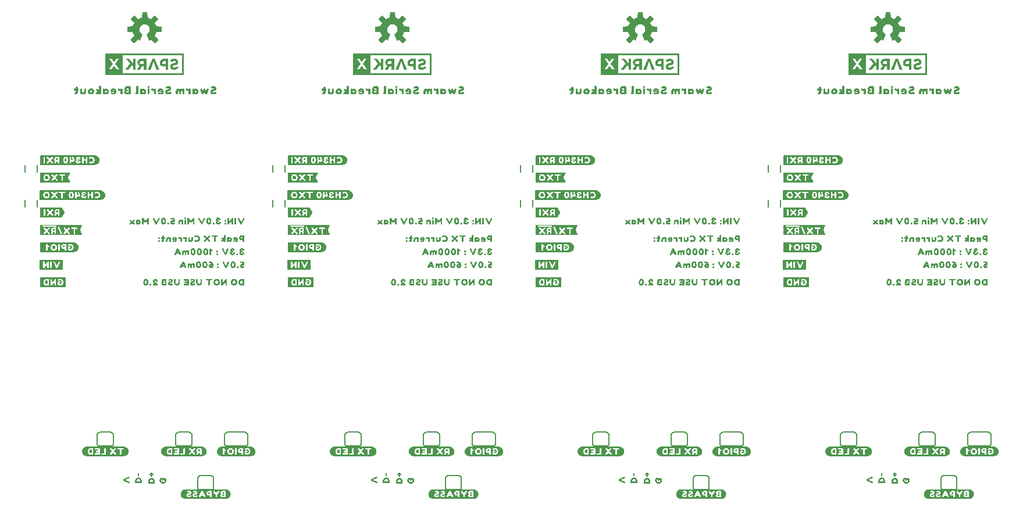
<source format=gbo>
G04 EAGLE Gerber RS-274X export*
G75*
%MOMM*%
%FSLAX34Y34*%
%LPD*%
%INSilkscreen Bottom*%
%IPPOS*%
%AMOC8*
5,1,8,0,0,1.08239X$1,22.5*%
G01*
%ADD10C,0.152400*%
%ADD11C,0.203200*%

G36*
X1317037Y631868D02*
X1317037Y631868D01*
X1317032Y631875D01*
X1317039Y631881D01*
X1317039Y663519D01*
X1317003Y663567D01*
X1316996Y663561D01*
X1316990Y663568D01*
X1202690Y663568D01*
X1202643Y663532D01*
X1202648Y663525D01*
X1202641Y663519D01*
X1202641Y631881D01*
X1202677Y631833D01*
X1202684Y631839D01*
X1202690Y631832D01*
X1316990Y631832D01*
X1317037Y631868D01*
G37*
G36*
X956357Y631868D02*
X956357Y631868D01*
X956352Y631875D01*
X956359Y631881D01*
X956359Y663519D01*
X956323Y663567D01*
X956316Y663561D01*
X956310Y663568D01*
X842010Y663568D01*
X841963Y663532D01*
X841968Y663525D01*
X841961Y663519D01*
X841961Y631881D01*
X841997Y631833D01*
X842004Y631839D01*
X842010Y631832D01*
X956310Y631832D01*
X956357Y631868D01*
G37*
G36*
X595677Y631868D02*
X595677Y631868D01*
X595672Y631875D01*
X595679Y631881D01*
X595679Y663519D01*
X595643Y663567D01*
X595636Y663561D01*
X595630Y663568D01*
X481330Y663568D01*
X481283Y663532D01*
X481288Y663525D01*
X481281Y663519D01*
X481281Y631881D01*
X481317Y631833D01*
X481324Y631839D01*
X481330Y631832D01*
X595630Y631832D01*
X595677Y631868D01*
G37*
G36*
X120637Y631833D02*
X120637Y631833D01*
X120644Y631839D01*
X120650Y631832D01*
X234950Y631832D01*
X234997Y631868D01*
X234992Y631875D01*
X234999Y631881D01*
X234999Y663519D01*
X234963Y663567D01*
X234956Y663561D01*
X234950Y663568D01*
X120650Y663568D01*
X120603Y663532D01*
X120608Y663525D01*
X120601Y663519D01*
X120601Y631881D01*
X120637Y631833D01*
G37*
%LPC*%
G36*
X867594Y634868D02*
X867594Y634868D01*
X867594Y660532D01*
X953323Y660532D01*
X953323Y634868D01*
X867594Y634868D01*
G37*
%LPD*%
%LPC*%
G36*
X506914Y634868D02*
X506914Y634868D01*
X506914Y660532D01*
X592643Y660532D01*
X592643Y634868D01*
X506914Y634868D01*
G37*
%LPD*%
%LPC*%
G36*
X1228274Y634868D02*
X1228274Y634868D01*
X1228274Y660532D01*
X1314003Y660532D01*
X1314003Y634868D01*
X1228274Y634868D01*
G37*
%LPD*%
%LPC*%
G36*
X231963Y660532D02*
X231963Y660532D01*
X231963Y634868D01*
X146234Y634868D01*
X146234Y660532D01*
X231963Y660532D01*
G37*
%LPD*%
G36*
X114124Y450354D02*
X114124Y450354D01*
X114127Y450351D01*
X114827Y450451D01*
X114831Y450455D01*
X114834Y450453D01*
X115534Y450653D01*
X115535Y450654D01*
X115536Y450653D01*
X116136Y450853D01*
X116139Y450858D01*
X116142Y450856D01*
X117342Y451456D01*
X117344Y451460D01*
X117347Y451459D01*
X117947Y451859D01*
X117950Y451866D01*
X117955Y451865D01*
X118855Y452765D01*
X118856Y452772D01*
X118861Y452773D01*
X119661Y453973D01*
X119661Y453977D01*
X119664Y453978D01*
X119964Y454578D01*
X119963Y454583D01*
X119967Y454584D01*
X120167Y455184D01*
X120166Y455186D01*
X120167Y455186D01*
X120175Y455213D01*
X120217Y455361D01*
X120231Y455410D01*
X120273Y455558D01*
X120274Y455558D01*
X120273Y455558D01*
X120316Y455706D01*
X120330Y455755D01*
X120367Y455886D01*
X120366Y455890D01*
X120369Y455892D01*
X120469Y456492D01*
X120466Y456497D01*
X120469Y456500D01*
X120469Y457900D01*
X120466Y457904D01*
X120469Y457907D01*
X120369Y458607D01*
X120364Y458612D01*
X120367Y458616D01*
X119967Y459816D01*
X119964Y459817D01*
X119965Y459819D01*
X119665Y460519D01*
X119657Y460524D01*
X119658Y460531D01*
X119260Y461029D01*
X118861Y461627D01*
X118854Y461630D01*
X118855Y461635D01*
X118355Y462135D01*
X118351Y462135D01*
X118351Y462138D01*
X117351Y462938D01*
X117343Y462939D01*
X117342Y462944D01*
X116142Y463544D01*
X116135Y463543D01*
X116134Y463547D01*
X115435Y463747D01*
X114836Y463947D01*
X114829Y463945D01*
X114827Y463949D01*
X114127Y464049D01*
X114122Y464046D01*
X114120Y464049D01*
X25620Y464049D01*
X25611Y464042D01*
X25602Y464036D01*
X25590Y464039D01*
X25190Y463739D01*
X25185Y463720D01*
X25173Y463711D01*
X25177Y463705D01*
X25171Y463700D01*
X25171Y450900D01*
X25179Y450889D01*
X25174Y450882D01*
X25374Y450382D01*
X25415Y450357D01*
X25420Y450351D01*
X114120Y450351D01*
X114124Y450354D01*
G37*
G36*
X474804Y450354D02*
X474804Y450354D01*
X474807Y450351D01*
X475507Y450451D01*
X475511Y450455D01*
X475514Y450453D01*
X476214Y450653D01*
X476215Y450654D01*
X476216Y450653D01*
X476816Y450853D01*
X476819Y450858D01*
X476822Y450856D01*
X478022Y451456D01*
X478024Y451460D01*
X478027Y451459D01*
X478627Y451859D01*
X478630Y451866D01*
X478635Y451865D01*
X479535Y452765D01*
X479536Y452772D01*
X479541Y452773D01*
X480341Y453973D01*
X480341Y453977D01*
X480344Y453978D01*
X480644Y454578D01*
X480643Y454583D01*
X480647Y454584D01*
X480847Y455184D01*
X480846Y455186D01*
X480847Y455186D01*
X480855Y455213D01*
X480897Y455361D01*
X480911Y455410D01*
X480953Y455558D01*
X480954Y455558D01*
X480953Y455558D01*
X480996Y455706D01*
X481010Y455755D01*
X481047Y455886D01*
X481046Y455890D01*
X481049Y455892D01*
X481149Y456492D01*
X481146Y456497D01*
X481149Y456500D01*
X481149Y457900D01*
X481146Y457904D01*
X481149Y457907D01*
X481049Y458607D01*
X481044Y458612D01*
X481047Y458616D01*
X480647Y459816D01*
X480644Y459817D01*
X480645Y459819D01*
X480345Y460519D01*
X480337Y460524D01*
X480338Y460531D01*
X479940Y461029D01*
X479541Y461627D01*
X479534Y461630D01*
X479535Y461635D01*
X479035Y462135D01*
X479031Y462135D01*
X479031Y462138D01*
X478031Y462938D01*
X478023Y462939D01*
X478022Y462944D01*
X476822Y463544D01*
X476815Y463543D01*
X476814Y463547D01*
X476115Y463747D01*
X475516Y463947D01*
X475509Y463945D01*
X475507Y463949D01*
X474807Y464049D01*
X474802Y464046D01*
X474800Y464049D01*
X386300Y464049D01*
X386291Y464042D01*
X386282Y464036D01*
X386270Y464039D01*
X385870Y463739D01*
X385865Y463720D01*
X385853Y463711D01*
X385857Y463705D01*
X385851Y463700D01*
X385851Y450900D01*
X385859Y450889D01*
X385854Y450882D01*
X386054Y450382D01*
X386095Y450357D01*
X386100Y450351D01*
X474800Y450351D01*
X474804Y450354D01*
G37*
G36*
X835484Y450354D02*
X835484Y450354D01*
X835487Y450351D01*
X836187Y450451D01*
X836191Y450455D01*
X836194Y450453D01*
X836894Y450653D01*
X836895Y450654D01*
X836896Y450653D01*
X837496Y450853D01*
X837499Y450858D01*
X837502Y450856D01*
X838702Y451456D01*
X838704Y451460D01*
X838707Y451459D01*
X839307Y451859D01*
X839310Y451866D01*
X839315Y451865D01*
X840215Y452765D01*
X840216Y452772D01*
X840221Y452773D01*
X841021Y453973D01*
X841021Y453977D01*
X841024Y453978D01*
X841324Y454578D01*
X841323Y454583D01*
X841327Y454584D01*
X841527Y455184D01*
X841526Y455186D01*
X841527Y455186D01*
X841535Y455213D01*
X841577Y455361D01*
X841591Y455410D01*
X841633Y455558D01*
X841634Y455558D01*
X841633Y455558D01*
X841676Y455706D01*
X841690Y455755D01*
X841727Y455886D01*
X841726Y455890D01*
X841729Y455892D01*
X841829Y456492D01*
X841826Y456497D01*
X841829Y456500D01*
X841829Y457900D01*
X841826Y457904D01*
X841829Y457907D01*
X841729Y458607D01*
X841724Y458612D01*
X841727Y458616D01*
X841327Y459816D01*
X841324Y459817D01*
X841325Y459819D01*
X841025Y460519D01*
X841017Y460524D01*
X841018Y460531D01*
X840620Y461029D01*
X840221Y461627D01*
X840214Y461630D01*
X840215Y461635D01*
X839715Y462135D01*
X839711Y462135D01*
X839711Y462138D01*
X838711Y462938D01*
X838703Y462939D01*
X838702Y462944D01*
X837502Y463544D01*
X837495Y463543D01*
X837494Y463547D01*
X836795Y463747D01*
X836196Y463947D01*
X836189Y463945D01*
X836187Y463949D01*
X835487Y464049D01*
X835482Y464046D01*
X835480Y464049D01*
X746980Y464049D01*
X746971Y464042D01*
X746962Y464036D01*
X746950Y464039D01*
X746550Y463739D01*
X746545Y463720D01*
X746533Y463711D01*
X746537Y463705D01*
X746531Y463700D01*
X746531Y450900D01*
X746539Y450889D01*
X746534Y450882D01*
X746734Y450382D01*
X746775Y450357D01*
X746780Y450351D01*
X835480Y450351D01*
X835484Y450354D01*
G37*
G36*
X1196164Y450354D02*
X1196164Y450354D01*
X1196167Y450351D01*
X1196867Y450451D01*
X1196871Y450455D01*
X1196874Y450453D01*
X1197574Y450653D01*
X1197575Y450654D01*
X1197576Y450653D01*
X1198176Y450853D01*
X1198179Y450858D01*
X1198182Y450856D01*
X1199382Y451456D01*
X1199384Y451460D01*
X1199387Y451459D01*
X1199987Y451859D01*
X1199990Y451866D01*
X1199995Y451865D01*
X1200895Y452765D01*
X1200896Y452772D01*
X1200901Y452773D01*
X1201701Y453973D01*
X1201701Y453977D01*
X1201704Y453978D01*
X1202004Y454578D01*
X1202003Y454583D01*
X1202007Y454584D01*
X1202207Y455184D01*
X1202206Y455186D01*
X1202207Y455186D01*
X1202215Y455213D01*
X1202257Y455361D01*
X1202271Y455410D01*
X1202313Y455558D01*
X1202314Y455558D01*
X1202313Y455558D01*
X1202356Y455706D01*
X1202370Y455755D01*
X1202407Y455886D01*
X1202406Y455890D01*
X1202409Y455892D01*
X1202509Y456492D01*
X1202506Y456497D01*
X1202509Y456500D01*
X1202509Y457900D01*
X1202506Y457904D01*
X1202509Y457907D01*
X1202409Y458607D01*
X1202404Y458612D01*
X1202407Y458616D01*
X1202007Y459816D01*
X1202004Y459817D01*
X1202005Y459819D01*
X1201705Y460519D01*
X1201697Y460524D01*
X1201698Y460531D01*
X1201300Y461029D01*
X1200901Y461627D01*
X1200894Y461630D01*
X1200895Y461635D01*
X1200395Y462135D01*
X1200391Y462135D01*
X1200391Y462138D01*
X1199391Y462938D01*
X1199383Y462939D01*
X1199382Y462944D01*
X1198182Y463544D01*
X1198175Y463543D01*
X1198174Y463547D01*
X1197475Y463747D01*
X1196876Y463947D01*
X1196869Y463945D01*
X1196867Y463949D01*
X1196167Y464049D01*
X1196162Y464046D01*
X1196160Y464049D01*
X1107660Y464049D01*
X1107651Y464042D01*
X1107642Y464036D01*
X1107630Y464039D01*
X1107230Y463739D01*
X1107225Y463720D01*
X1107213Y463711D01*
X1107217Y463705D01*
X1107211Y463700D01*
X1107211Y450900D01*
X1107219Y450889D01*
X1107214Y450882D01*
X1107414Y450382D01*
X1107455Y450357D01*
X1107460Y450351D01*
X1196160Y450351D01*
X1196164Y450354D01*
G37*
G36*
X105915Y501154D02*
X105915Y501154D01*
X105918Y501151D01*
X106518Y501251D01*
X106521Y501255D01*
X106524Y501253D01*
X107924Y501653D01*
X107925Y501654D01*
X107926Y501653D01*
X108526Y501853D01*
X108531Y501861D01*
X108537Y501859D01*
X109136Y502258D01*
X109635Y502558D01*
X109639Y502566D01*
X109645Y502565D01*
X110645Y503565D01*
X110645Y503569D01*
X110648Y503569D01*
X111048Y504069D01*
X111049Y504073D01*
X111051Y504073D01*
X111451Y504673D01*
X111451Y504677D01*
X111454Y504678D01*
X111754Y505278D01*
X111753Y505283D01*
X111757Y505284D01*
X111957Y505884D01*
X111956Y505886D01*
X111957Y505886D01*
X111979Y505964D01*
X111980Y505964D01*
X111979Y505964D01*
X112022Y506112D01*
X112036Y506161D01*
X112078Y506309D01*
X112120Y506456D01*
X112134Y506506D01*
X112157Y506586D01*
X112156Y506590D01*
X112159Y506592D01*
X112259Y507192D01*
X112257Y507195D01*
X112256Y507197D01*
X112259Y507200D01*
X112259Y508600D01*
X112256Y508604D01*
X112259Y508607D01*
X112159Y509307D01*
X112158Y509308D01*
X112159Y509308D01*
X112059Y509908D01*
X112052Y509914D01*
X112055Y509919D01*
X111755Y510619D01*
X111753Y510621D01*
X111754Y510622D01*
X111154Y511822D01*
X111147Y511825D01*
X111148Y511831D01*
X110748Y512331D01*
X110744Y512332D01*
X110745Y512335D01*
X109745Y513335D01*
X109741Y513335D01*
X109741Y513338D01*
X109241Y513738D01*
X109233Y513739D01*
X109232Y513744D01*
X108032Y514344D01*
X108027Y514343D01*
X108026Y514347D01*
X107426Y514547D01*
X107424Y514546D01*
X107424Y514547D01*
X106724Y514747D01*
X106719Y514746D01*
X106717Y514749D01*
X106017Y514849D01*
X106012Y514846D01*
X106010Y514849D01*
X26210Y514849D01*
X26201Y514842D01*
X26197Y514842D01*
X26192Y514846D01*
X25692Y514646D01*
X25676Y514619D01*
X25663Y514609D01*
X25666Y514604D01*
X25661Y514600D01*
X25661Y501700D01*
X25669Y501689D01*
X25664Y501682D01*
X25864Y501182D01*
X25905Y501157D01*
X25910Y501151D01*
X105910Y501151D01*
X105915Y501154D01*
G37*
G36*
X827275Y501154D02*
X827275Y501154D01*
X827278Y501151D01*
X827878Y501251D01*
X827881Y501255D01*
X827884Y501253D01*
X829284Y501653D01*
X829285Y501654D01*
X829286Y501653D01*
X829886Y501853D01*
X829891Y501861D01*
X829897Y501859D01*
X830496Y502258D01*
X830995Y502558D01*
X830999Y502566D01*
X831005Y502565D01*
X832005Y503565D01*
X832005Y503569D01*
X832008Y503569D01*
X832408Y504069D01*
X832409Y504073D01*
X832411Y504073D01*
X832811Y504673D01*
X832811Y504677D01*
X832814Y504678D01*
X833114Y505278D01*
X833113Y505283D01*
X833117Y505284D01*
X833317Y505884D01*
X833316Y505886D01*
X833317Y505886D01*
X833339Y505964D01*
X833340Y505964D01*
X833339Y505964D01*
X833382Y506112D01*
X833396Y506161D01*
X833438Y506309D01*
X833480Y506456D01*
X833494Y506506D01*
X833517Y506586D01*
X833516Y506590D01*
X833519Y506592D01*
X833619Y507192D01*
X833617Y507195D01*
X833616Y507197D01*
X833619Y507200D01*
X833619Y508600D01*
X833616Y508604D01*
X833619Y508607D01*
X833519Y509307D01*
X833518Y509308D01*
X833519Y509308D01*
X833419Y509908D01*
X833412Y509914D01*
X833415Y509919D01*
X833115Y510619D01*
X833113Y510621D01*
X833114Y510622D01*
X832514Y511822D01*
X832507Y511825D01*
X832508Y511831D01*
X832108Y512331D01*
X832104Y512332D01*
X832105Y512335D01*
X831105Y513335D01*
X831101Y513335D01*
X831101Y513338D01*
X830601Y513738D01*
X830593Y513739D01*
X830592Y513744D01*
X829392Y514344D01*
X829387Y514343D01*
X829386Y514347D01*
X828786Y514547D01*
X828784Y514546D01*
X828784Y514547D01*
X828084Y514747D01*
X828079Y514746D01*
X828077Y514749D01*
X827377Y514849D01*
X827372Y514846D01*
X827370Y514849D01*
X747570Y514849D01*
X747561Y514842D01*
X747557Y514842D01*
X747552Y514846D01*
X747052Y514646D01*
X747036Y514619D01*
X747023Y514609D01*
X747026Y514604D01*
X747021Y514600D01*
X747021Y501700D01*
X747029Y501689D01*
X747024Y501682D01*
X747224Y501182D01*
X747265Y501157D01*
X747270Y501151D01*
X827270Y501151D01*
X827275Y501154D01*
G37*
G36*
X1187955Y501154D02*
X1187955Y501154D01*
X1187958Y501151D01*
X1188558Y501251D01*
X1188561Y501255D01*
X1188564Y501253D01*
X1189964Y501653D01*
X1189965Y501654D01*
X1189966Y501653D01*
X1190566Y501853D01*
X1190571Y501861D01*
X1190577Y501859D01*
X1191176Y502258D01*
X1191675Y502558D01*
X1191679Y502566D01*
X1191685Y502565D01*
X1192685Y503565D01*
X1192685Y503569D01*
X1192688Y503569D01*
X1193088Y504069D01*
X1193089Y504073D01*
X1193091Y504073D01*
X1193491Y504673D01*
X1193491Y504677D01*
X1193494Y504678D01*
X1193794Y505278D01*
X1193793Y505283D01*
X1193797Y505284D01*
X1193997Y505884D01*
X1193996Y505886D01*
X1193997Y505886D01*
X1194019Y505964D01*
X1194020Y505964D01*
X1194019Y505964D01*
X1194062Y506112D01*
X1194076Y506161D01*
X1194118Y506309D01*
X1194160Y506456D01*
X1194174Y506506D01*
X1194197Y506586D01*
X1194196Y506590D01*
X1194199Y506592D01*
X1194299Y507192D01*
X1194297Y507195D01*
X1194296Y507197D01*
X1194299Y507200D01*
X1194299Y508600D01*
X1194296Y508604D01*
X1194299Y508607D01*
X1194199Y509307D01*
X1194198Y509308D01*
X1194199Y509308D01*
X1194099Y509908D01*
X1194092Y509914D01*
X1194095Y509919D01*
X1193795Y510619D01*
X1193793Y510621D01*
X1193794Y510622D01*
X1193194Y511822D01*
X1193187Y511825D01*
X1193188Y511831D01*
X1192788Y512331D01*
X1192784Y512332D01*
X1192785Y512335D01*
X1191785Y513335D01*
X1191781Y513335D01*
X1191781Y513338D01*
X1191281Y513738D01*
X1191273Y513739D01*
X1191272Y513744D01*
X1190072Y514344D01*
X1190067Y514343D01*
X1190066Y514347D01*
X1189466Y514547D01*
X1189464Y514546D01*
X1189464Y514547D01*
X1188764Y514747D01*
X1188759Y514746D01*
X1188757Y514749D01*
X1188057Y514849D01*
X1188052Y514846D01*
X1188050Y514849D01*
X1108250Y514849D01*
X1108241Y514842D01*
X1108237Y514842D01*
X1108232Y514846D01*
X1107732Y514646D01*
X1107716Y514619D01*
X1107703Y514609D01*
X1107706Y514604D01*
X1107701Y514600D01*
X1107701Y501700D01*
X1107709Y501689D01*
X1107704Y501682D01*
X1107904Y501182D01*
X1107945Y501157D01*
X1107950Y501151D01*
X1187950Y501151D01*
X1187955Y501154D01*
G37*
G36*
X466595Y501154D02*
X466595Y501154D01*
X466598Y501151D01*
X467198Y501251D01*
X467201Y501255D01*
X467204Y501253D01*
X468604Y501653D01*
X468605Y501654D01*
X468606Y501653D01*
X469206Y501853D01*
X469211Y501861D01*
X469217Y501859D01*
X469816Y502258D01*
X470315Y502558D01*
X470319Y502566D01*
X470325Y502565D01*
X471325Y503565D01*
X471325Y503569D01*
X471328Y503569D01*
X471728Y504069D01*
X471729Y504073D01*
X471731Y504073D01*
X472131Y504673D01*
X472131Y504677D01*
X472134Y504678D01*
X472434Y505278D01*
X472433Y505283D01*
X472437Y505284D01*
X472637Y505884D01*
X472636Y505886D01*
X472637Y505886D01*
X472659Y505964D01*
X472660Y505964D01*
X472659Y505964D01*
X472702Y506112D01*
X472716Y506161D01*
X472758Y506309D01*
X472800Y506456D01*
X472814Y506506D01*
X472837Y506586D01*
X472836Y506590D01*
X472839Y506592D01*
X472939Y507192D01*
X472937Y507195D01*
X472936Y507197D01*
X472939Y507200D01*
X472939Y508600D01*
X472936Y508604D01*
X472939Y508607D01*
X472839Y509307D01*
X472838Y509308D01*
X472839Y509308D01*
X472739Y509908D01*
X472732Y509914D01*
X472735Y509919D01*
X472435Y510619D01*
X472433Y510621D01*
X472434Y510622D01*
X471834Y511822D01*
X471827Y511825D01*
X471828Y511831D01*
X471428Y512331D01*
X471424Y512332D01*
X471425Y512335D01*
X470425Y513335D01*
X470421Y513335D01*
X470421Y513338D01*
X469921Y513738D01*
X469913Y513739D01*
X469912Y513744D01*
X468712Y514344D01*
X468707Y514343D01*
X468706Y514347D01*
X468106Y514547D01*
X468104Y514546D01*
X468104Y514547D01*
X467404Y514747D01*
X467399Y514746D01*
X467397Y514749D01*
X466697Y514849D01*
X466692Y514846D01*
X466690Y514849D01*
X386890Y514849D01*
X386881Y514842D01*
X386877Y514842D01*
X386872Y514846D01*
X386372Y514646D01*
X386356Y514619D01*
X386343Y514609D01*
X386346Y514604D01*
X386341Y514600D01*
X386341Y501700D01*
X386349Y501689D01*
X386344Y501682D01*
X386544Y501182D01*
X386585Y501157D01*
X386590Y501151D01*
X466590Y501151D01*
X466595Y501154D01*
G37*
G36*
X553905Y678430D02*
X553905Y678430D01*
X553961Y678430D01*
X553989Y678445D01*
X554021Y678450D01*
X554080Y678490D01*
X554116Y678508D01*
X554125Y678520D01*
X554141Y678531D01*
X558449Y682839D01*
X558466Y682866D01*
X558490Y682887D01*
X558511Y682939D01*
X558540Y682986D01*
X558543Y683018D01*
X558555Y683048D01*
X558552Y683103D01*
X558557Y683159D01*
X558545Y683189D01*
X558543Y683221D01*
X558509Y683284D01*
X558495Y683321D01*
X558484Y683331D01*
X558475Y683348D01*
X553508Y689439D01*
X554697Y691749D01*
X554704Y691775D01*
X554721Y691807D01*
X555513Y694281D01*
X563332Y695075D01*
X563363Y695085D01*
X563395Y695086D01*
X563444Y695113D01*
X563496Y695131D01*
X563519Y695154D01*
X563547Y695169D01*
X563579Y695215D01*
X563618Y695254D01*
X563628Y695285D01*
X563647Y695311D01*
X563660Y695381D01*
X563673Y695419D01*
X563671Y695434D01*
X563674Y695453D01*
X563674Y701547D01*
X563667Y701578D01*
X563669Y701610D01*
X563647Y701661D01*
X563635Y701716D01*
X563614Y701740D01*
X563602Y701770D01*
X563560Y701806D01*
X563525Y701849D01*
X563495Y701862D01*
X563471Y701883D01*
X563402Y701904D01*
X563366Y701920D01*
X563351Y701920D01*
X563332Y701925D01*
X555513Y702719D01*
X554721Y705193D01*
X554708Y705216D01*
X554697Y705251D01*
X553508Y707561D01*
X558475Y713652D01*
X558489Y713680D01*
X558510Y713704D01*
X558526Y713757D01*
X558551Y713807D01*
X558551Y713839D01*
X558560Y713870D01*
X558550Y713925D01*
X558550Y713981D01*
X558535Y714009D01*
X558530Y714041D01*
X558490Y714100D01*
X558472Y714136D01*
X558460Y714145D01*
X558449Y714161D01*
X554141Y718469D01*
X554114Y718486D01*
X554093Y718510D01*
X554041Y718531D01*
X553994Y718560D01*
X553962Y718563D01*
X553932Y718575D01*
X553877Y718572D01*
X553821Y718577D01*
X553791Y718565D01*
X553759Y718563D01*
X553696Y718529D01*
X553659Y718515D01*
X553649Y718504D01*
X553632Y718495D01*
X547541Y713528D01*
X545231Y714717D01*
X545205Y714724D01*
X545173Y714741D01*
X542699Y715533D01*
X541905Y723352D01*
X541897Y723378D01*
X541896Y723390D01*
X541895Y723393D01*
X541894Y723415D01*
X541867Y723464D01*
X541849Y723516D01*
X541826Y723539D01*
X541811Y723567D01*
X541765Y723599D01*
X541726Y723638D01*
X541695Y723648D01*
X541669Y723667D01*
X541599Y723680D01*
X541561Y723693D01*
X541546Y723691D01*
X541527Y723694D01*
X535433Y723694D01*
X535402Y723687D01*
X535370Y723689D01*
X535319Y723667D01*
X535264Y723655D01*
X535240Y723634D01*
X535210Y723622D01*
X535174Y723580D01*
X535131Y723545D01*
X535118Y723515D01*
X535097Y723491D01*
X535076Y723422D01*
X535060Y723386D01*
X535060Y723371D01*
X535058Y723364D01*
X535057Y723362D01*
X535057Y723361D01*
X535055Y723352D01*
X534261Y715533D01*
X531787Y714741D01*
X531764Y714728D01*
X531729Y714717D01*
X529419Y713528D01*
X523328Y718495D01*
X523300Y718509D01*
X523276Y718530D01*
X523223Y718546D01*
X523173Y718571D01*
X523141Y718571D01*
X523110Y718580D01*
X523055Y718570D01*
X522999Y718570D01*
X522971Y718555D01*
X522939Y718550D01*
X522880Y718510D01*
X522845Y718492D01*
X522835Y718480D01*
X522819Y718469D01*
X518511Y714161D01*
X518494Y714134D01*
X518470Y714113D01*
X518449Y714061D01*
X518420Y714014D01*
X518417Y713982D01*
X518405Y713952D01*
X518409Y713897D01*
X518403Y713841D01*
X518415Y713811D01*
X518417Y713779D01*
X518451Y713716D01*
X518465Y713679D01*
X518476Y713669D01*
X518485Y713652D01*
X523452Y707561D01*
X522263Y705251D01*
X522256Y705225D01*
X522239Y705193D01*
X521447Y702719D01*
X513628Y701925D01*
X513597Y701915D01*
X513565Y701914D01*
X513516Y701887D01*
X513464Y701869D01*
X513441Y701846D01*
X513413Y701831D01*
X513381Y701785D01*
X513342Y701746D01*
X513332Y701715D01*
X513313Y701689D01*
X513300Y701619D01*
X513287Y701581D01*
X513289Y701566D01*
X513286Y701547D01*
X513286Y695453D01*
X513293Y695422D01*
X513291Y695390D01*
X513313Y695339D01*
X513325Y695284D01*
X513346Y695260D01*
X513358Y695230D01*
X513400Y695194D01*
X513435Y695151D01*
X513465Y695138D01*
X513489Y695117D01*
X513558Y695096D01*
X513594Y695080D01*
X513609Y695080D01*
X513628Y695075D01*
X521447Y694281D01*
X522239Y691807D01*
X522252Y691784D01*
X522263Y691749D01*
X523452Y689439D01*
X518485Y683348D01*
X518471Y683320D01*
X518450Y683296D01*
X518434Y683243D01*
X518409Y683193D01*
X518409Y683161D01*
X518400Y683130D01*
X518410Y683075D01*
X518410Y683019D01*
X518425Y682991D01*
X518430Y682959D01*
X518470Y682900D01*
X518488Y682865D01*
X518500Y682855D01*
X518511Y682839D01*
X522819Y678531D01*
X522846Y678514D01*
X522867Y678490D01*
X522919Y678469D01*
X522966Y678440D01*
X522998Y678437D01*
X523028Y678425D01*
X523083Y678429D01*
X523139Y678423D01*
X523169Y678435D01*
X523201Y678437D01*
X523264Y678471D01*
X523301Y678485D01*
X523311Y678496D01*
X523328Y678505D01*
X529419Y683472D01*
X531728Y682282D01*
X531792Y682266D01*
X531855Y682243D01*
X531876Y682245D01*
X531896Y682240D01*
X531961Y682254D01*
X532027Y682261D01*
X532045Y682272D01*
X532065Y682277D01*
X532117Y682318D01*
X532173Y682354D01*
X532186Y682373D01*
X532201Y682385D01*
X532217Y682420D01*
X532253Y682474D01*
X535841Y691136D01*
X535846Y691168D01*
X535860Y691196D01*
X535860Y691252D01*
X535869Y691307D01*
X535860Y691338D01*
X535860Y691369D01*
X535835Y691420D01*
X535819Y691473D01*
X535797Y691496D01*
X535783Y691525D01*
X535727Y691571D01*
X535700Y691599D01*
X535686Y691604D01*
X535671Y691617D01*
X534294Y692361D01*
X533128Y693345D01*
X532188Y694547D01*
X531514Y695915D01*
X531133Y697393D01*
X531061Y698917D01*
X531303Y700423D01*
X531847Y701849D01*
X532671Y703133D01*
X533740Y704222D01*
X535008Y705070D01*
X536423Y705640D01*
X537925Y705910D01*
X539450Y705867D01*
X540934Y705514D01*
X542315Y704864D01*
X543534Y703947D01*
X544540Y702800D01*
X545291Y701471D01*
X545754Y700018D01*
X545911Y698499D01*
X545768Y697050D01*
X545345Y695656D01*
X544659Y694372D01*
X543735Y693246D01*
X542609Y692322D01*
X541291Y691617D01*
X541266Y691596D01*
X541237Y691582D01*
X541202Y691539D01*
X541161Y691503D01*
X541148Y691473D01*
X541128Y691448D01*
X541116Y691394D01*
X541095Y691343D01*
X541097Y691310D01*
X541090Y691278D01*
X541104Y691209D01*
X541107Y691170D01*
X541115Y691156D01*
X541119Y691136D01*
X544707Y682474D01*
X544746Y682420D01*
X544778Y682363D01*
X544795Y682351D01*
X544808Y682334D01*
X544866Y682303D01*
X544921Y682265D01*
X544942Y682262D01*
X544961Y682252D01*
X545027Y682251D01*
X545093Y682241D01*
X545116Y682248D01*
X545134Y682247D01*
X545169Y682264D01*
X545232Y682282D01*
X547541Y683472D01*
X553632Y678505D01*
X553660Y678491D01*
X553684Y678470D01*
X553737Y678454D01*
X553787Y678429D01*
X553819Y678429D01*
X553850Y678420D01*
X553905Y678430D01*
G37*
G36*
X1275265Y678430D02*
X1275265Y678430D01*
X1275321Y678430D01*
X1275349Y678445D01*
X1275381Y678450D01*
X1275440Y678490D01*
X1275476Y678508D01*
X1275485Y678520D01*
X1275501Y678531D01*
X1279809Y682839D01*
X1279826Y682866D01*
X1279850Y682887D01*
X1279871Y682939D01*
X1279900Y682986D01*
X1279903Y683018D01*
X1279915Y683048D01*
X1279912Y683103D01*
X1279917Y683159D01*
X1279905Y683189D01*
X1279903Y683221D01*
X1279869Y683284D01*
X1279855Y683321D01*
X1279844Y683331D01*
X1279835Y683348D01*
X1274868Y689439D01*
X1276057Y691749D01*
X1276064Y691775D01*
X1276081Y691807D01*
X1276873Y694281D01*
X1284692Y695075D01*
X1284723Y695085D01*
X1284755Y695086D01*
X1284804Y695113D01*
X1284856Y695131D01*
X1284879Y695154D01*
X1284907Y695169D01*
X1284939Y695215D01*
X1284978Y695254D01*
X1284988Y695285D01*
X1285007Y695311D01*
X1285020Y695381D01*
X1285033Y695419D01*
X1285031Y695434D01*
X1285034Y695453D01*
X1285034Y701547D01*
X1285027Y701578D01*
X1285029Y701610D01*
X1285007Y701661D01*
X1284995Y701716D01*
X1284974Y701740D01*
X1284962Y701770D01*
X1284920Y701806D01*
X1284885Y701849D01*
X1284855Y701862D01*
X1284831Y701883D01*
X1284762Y701904D01*
X1284726Y701920D01*
X1284711Y701920D01*
X1284692Y701925D01*
X1276873Y702719D01*
X1276081Y705193D01*
X1276068Y705216D01*
X1276057Y705251D01*
X1274868Y707561D01*
X1279835Y713652D01*
X1279849Y713680D01*
X1279870Y713704D01*
X1279886Y713757D01*
X1279911Y713807D01*
X1279911Y713839D01*
X1279920Y713870D01*
X1279910Y713925D01*
X1279910Y713981D01*
X1279895Y714009D01*
X1279890Y714041D01*
X1279850Y714100D01*
X1279832Y714136D01*
X1279820Y714145D01*
X1279809Y714161D01*
X1275501Y718469D01*
X1275474Y718486D01*
X1275453Y718510D01*
X1275401Y718531D01*
X1275354Y718560D01*
X1275322Y718563D01*
X1275292Y718575D01*
X1275237Y718572D01*
X1275181Y718577D01*
X1275151Y718565D01*
X1275119Y718563D01*
X1275056Y718529D01*
X1275019Y718515D01*
X1275009Y718504D01*
X1274992Y718495D01*
X1268901Y713528D01*
X1266591Y714717D01*
X1266565Y714724D01*
X1266533Y714741D01*
X1264059Y715533D01*
X1263265Y723352D01*
X1263257Y723378D01*
X1263256Y723390D01*
X1263255Y723393D01*
X1263254Y723415D01*
X1263227Y723464D01*
X1263209Y723516D01*
X1263186Y723539D01*
X1263171Y723567D01*
X1263125Y723599D01*
X1263086Y723638D01*
X1263055Y723648D01*
X1263029Y723667D01*
X1262959Y723680D01*
X1262921Y723693D01*
X1262906Y723691D01*
X1262887Y723694D01*
X1256793Y723694D01*
X1256762Y723687D01*
X1256730Y723689D01*
X1256679Y723667D01*
X1256624Y723655D01*
X1256600Y723634D01*
X1256570Y723622D01*
X1256534Y723580D01*
X1256491Y723545D01*
X1256478Y723515D01*
X1256457Y723491D01*
X1256436Y723422D01*
X1256420Y723386D01*
X1256420Y723371D01*
X1256418Y723364D01*
X1256417Y723362D01*
X1256417Y723361D01*
X1256415Y723352D01*
X1255621Y715533D01*
X1253147Y714741D01*
X1253124Y714728D01*
X1253089Y714717D01*
X1250779Y713528D01*
X1244688Y718495D01*
X1244660Y718509D01*
X1244636Y718530D01*
X1244583Y718546D01*
X1244533Y718571D01*
X1244501Y718571D01*
X1244470Y718580D01*
X1244415Y718570D01*
X1244359Y718570D01*
X1244331Y718555D01*
X1244299Y718550D01*
X1244240Y718510D01*
X1244205Y718492D01*
X1244195Y718480D01*
X1244179Y718469D01*
X1239871Y714161D01*
X1239854Y714134D01*
X1239830Y714113D01*
X1239809Y714061D01*
X1239780Y714014D01*
X1239777Y713982D01*
X1239765Y713952D01*
X1239769Y713897D01*
X1239763Y713841D01*
X1239775Y713811D01*
X1239777Y713779D01*
X1239811Y713716D01*
X1239825Y713679D01*
X1239836Y713669D01*
X1239845Y713652D01*
X1244812Y707561D01*
X1243623Y705251D01*
X1243616Y705225D01*
X1243599Y705193D01*
X1242807Y702719D01*
X1234988Y701925D01*
X1234957Y701915D01*
X1234925Y701914D01*
X1234876Y701887D01*
X1234824Y701869D01*
X1234801Y701846D01*
X1234773Y701831D01*
X1234741Y701785D01*
X1234702Y701746D01*
X1234692Y701715D01*
X1234673Y701689D01*
X1234660Y701619D01*
X1234647Y701581D01*
X1234649Y701566D01*
X1234646Y701547D01*
X1234646Y695453D01*
X1234653Y695422D01*
X1234651Y695390D01*
X1234673Y695339D01*
X1234685Y695284D01*
X1234706Y695260D01*
X1234718Y695230D01*
X1234760Y695194D01*
X1234795Y695151D01*
X1234825Y695138D01*
X1234849Y695117D01*
X1234918Y695096D01*
X1234954Y695080D01*
X1234969Y695080D01*
X1234988Y695075D01*
X1242807Y694281D01*
X1243599Y691807D01*
X1243612Y691784D01*
X1243623Y691749D01*
X1244812Y689439D01*
X1239845Y683348D01*
X1239831Y683320D01*
X1239810Y683296D01*
X1239794Y683243D01*
X1239769Y683193D01*
X1239769Y683161D01*
X1239760Y683130D01*
X1239770Y683075D01*
X1239770Y683019D01*
X1239785Y682991D01*
X1239790Y682959D01*
X1239830Y682900D01*
X1239848Y682865D01*
X1239860Y682855D01*
X1239871Y682839D01*
X1244179Y678531D01*
X1244206Y678514D01*
X1244227Y678490D01*
X1244279Y678469D01*
X1244326Y678440D01*
X1244358Y678437D01*
X1244388Y678425D01*
X1244443Y678429D01*
X1244499Y678423D01*
X1244529Y678435D01*
X1244561Y678437D01*
X1244624Y678471D01*
X1244661Y678485D01*
X1244671Y678496D01*
X1244688Y678505D01*
X1250779Y683472D01*
X1253088Y682282D01*
X1253152Y682266D01*
X1253215Y682243D01*
X1253236Y682245D01*
X1253256Y682240D01*
X1253321Y682254D01*
X1253387Y682261D01*
X1253405Y682272D01*
X1253425Y682277D01*
X1253477Y682318D01*
X1253533Y682354D01*
X1253546Y682373D01*
X1253561Y682385D01*
X1253577Y682420D01*
X1253613Y682474D01*
X1257201Y691136D01*
X1257206Y691168D01*
X1257220Y691196D01*
X1257220Y691252D01*
X1257229Y691307D01*
X1257220Y691338D01*
X1257220Y691369D01*
X1257195Y691420D01*
X1257179Y691473D01*
X1257157Y691496D01*
X1257143Y691525D01*
X1257087Y691571D01*
X1257060Y691599D01*
X1257046Y691604D01*
X1257031Y691617D01*
X1255654Y692361D01*
X1254488Y693345D01*
X1253548Y694547D01*
X1252874Y695915D01*
X1252493Y697393D01*
X1252421Y698917D01*
X1252663Y700423D01*
X1253207Y701849D01*
X1254031Y703133D01*
X1255100Y704222D01*
X1256368Y705070D01*
X1257783Y705640D01*
X1259285Y705910D01*
X1260810Y705867D01*
X1262294Y705514D01*
X1263675Y704864D01*
X1264894Y703947D01*
X1265900Y702800D01*
X1266651Y701471D01*
X1267114Y700018D01*
X1267271Y698499D01*
X1267128Y697050D01*
X1266705Y695656D01*
X1266019Y694372D01*
X1265095Y693246D01*
X1263969Y692322D01*
X1262651Y691617D01*
X1262626Y691596D01*
X1262597Y691582D01*
X1262562Y691539D01*
X1262521Y691503D01*
X1262508Y691473D01*
X1262488Y691448D01*
X1262476Y691394D01*
X1262455Y691343D01*
X1262457Y691310D01*
X1262450Y691278D01*
X1262464Y691209D01*
X1262467Y691170D01*
X1262475Y691156D01*
X1262479Y691136D01*
X1266067Y682474D01*
X1266106Y682420D01*
X1266138Y682363D01*
X1266155Y682351D01*
X1266168Y682334D01*
X1266226Y682303D01*
X1266281Y682265D01*
X1266302Y682262D01*
X1266321Y682252D01*
X1266387Y682251D01*
X1266453Y682241D01*
X1266476Y682248D01*
X1266494Y682247D01*
X1266529Y682264D01*
X1266592Y682282D01*
X1268901Y683472D01*
X1274992Y678505D01*
X1275020Y678491D01*
X1275044Y678470D01*
X1275097Y678454D01*
X1275147Y678429D01*
X1275179Y678429D01*
X1275210Y678420D01*
X1275265Y678430D01*
G37*
G36*
X193225Y678430D02*
X193225Y678430D01*
X193281Y678430D01*
X193309Y678445D01*
X193341Y678450D01*
X193400Y678490D01*
X193436Y678508D01*
X193445Y678520D01*
X193461Y678531D01*
X197769Y682839D01*
X197786Y682866D01*
X197810Y682887D01*
X197831Y682939D01*
X197860Y682986D01*
X197863Y683018D01*
X197875Y683048D01*
X197872Y683103D01*
X197877Y683159D01*
X197865Y683189D01*
X197863Y683221D01*
X197829Y683284D01*
X197815Y683321D01*
X197804Y683331D01*
X197795Y683348D01*
X192828Y689439D01*
X194017Y691749D01*
X194024Y691775D01*
X194041Y691807D01*
X194833Y694281D01*
X202652Y695075D01*
X202683Y695085D01*
X202715Y695086D01*
X202764Y695113D01*
X202816Y695131D01*
X202839Y695154D01*
X202867Y695169D01*
X202899Y695215D01*
X202938Y695254D01*
X202948Y695285D01*
X202967Y695311D01*
X202980Y695381D01*
X202993Y695419D01*
X202991Y695434D01*
X202994Y695453D01*
X202994Y701547D01*
X202987Y701578D01*
X202989Y701610D01*
X202967Y701661D01*
X202955Y701716D01*
X202934Y701740D01*
X202922Y701770D01*
X202880Y701806D01*
X202845Y701849D01*
X202815Y701862D01*
X202791Y701883D01*
X202722Y701904D01*
X202686Y701920D01*
X202671Y701920D01*
X202652Y701925D01*
X194833Y702719D01*
X194041Y705193D01*
X194028Y705216D01*
X194017Y705251D01*
X192828Y707561D01*
X197795Y713652D01*
X197809Y713680D01*
X197830Y713704D01*
X197846Y713757D01*
X197871Y713807D01*
X197871Y713839D01*
X197880Y713870D01*
X197870Y713925D01*
X197870Y713981D01*
X197855Y714009D01*
X197850Y714041D01*
X197810Y714100D01*
X197792Y714136D01*
X197780Y714145D01*
X197769Y714161D01*
X193461Y718469D01*
X193434Y718486D01*
X193413Y718510D01*
X193361Y718531D01*
X193314Y718560D01*
X193282Y718563D01*
X193252Y718575D01*
X193197Y718572D01*
X193141Y718577D01*
X193111Y718565D01*
X193079Y718563D01*
X193016Y718529D01*
X192979Y718515D01*
X192969Y718504D01*
X192952Y718495D01*
X186861Y713528D01*
X184551Y714717D01*
X184525Y714724D01*
X184493Y714741D01*
X182019Y715533D01*
X181225Y723352D01*
X181217Y723378D01*
X181216Y723390D01*
X181215Y723393D01*
X181214Y723415D01*
X181187Y723464D01*
X181169Y723516D01*
X181146Y723539D01*
X181131Y723567D01*
X181085Y723599D01*
X181046Y723638D01*
X181015Y723648D01*
X180989Y723667D01*
X180919Y723680D01*
X180881Y723693D01*
X180866Y723691D01*
X180847Y723694D01*
X174753Y723694D01*
X174722Y723687D01*
X174690Y723689D01*
X174639Y723667D01*
X174584Y723655D01*
X174560Y723634D01*
X174530Y723622D01*
X174494Y723580D01*
X174451Y723545D01*
X174438Y723515D01*
X174417Y723491D01*
X174396Y723422D01*
X174380Y723386D01*
X174380Y723371D01*
X174378Y723364D01*
X174377Y723362D01*
X174377Y723361D01*
X174375Y723352D01*
X173581Y715533D01*
X171107Y714741D01*
X171084Y714728D01*
X171049Y714717D01*
X168739Y713528D01*
X162648Y718495D01*
X162620Y718509D01*
X162596Y718530D01*
X162543Y718546D01*
X162493Y718571D01*
X162461Y718571D01*
X162430Y718580D01*
X162375Y718570D01*
X162319Y718570D01*
X162291Y718555D01*
X162259Y718550D01*
X162200Y718510D01*
X162165Y718492D01*
X162155Y718480D01*
X162139Y718469D01*
X157831Y714161D01*
X157814Y714134D01*
X157790Y714113D01*
X157769Y714061D01*
X157740Y714014D01*
X157737Y713982D01*
X157725Y713952D01*
X157729Y713897D01*
X157723Y713841D01*
X157735Y713811D01*
X157737Y713779D01*
X157771Y713716D01*
X157785Y713679D01*
X157796Y713669D01*
X157805Y713652D01*
X162772Y707561D01*
X161583Y705251D01*
X161576Y705225D01*
X161559Y705193D01*
X160767Y702719D01*
X152948Y701925D01*
X152917Y701915D01*
X152885Y701914D01*
X152836Y701887D01*
X152784Y701869D01*
X152761Y701846D01*
X152733Y701831D01*
X152701Y701785D01*
X152662Y701746D01*
X152652Y701715D01*
X152633Y701689D01*
X152620Y701619D01*
X152607Y701581D01*
X152609Y701566D01*
X152606Y701547D01*
X152606Y695453D01*
X152613Y695422D01*
X152611Y695390D01*
X152633Y695339D01*
X152645Y695284D01*
X152666Y695260D01*
X152678Y695230D01*
X152720Y695194D01*
X152755Y695151D01*
X152785Y695138D01*
X152809Y695117D01*
X152878Y695096D01*
X152914Y695080D01*
X152929Y695080D01*
X152948Y695075D01*
X160767Y694281D01*
X161559Y691807D01*
X161572Y691784D01*
X161583Y691749D01*
X162772Y689439D01*
X157805Y683348D01*
X157791Y683320D01*
X157770Y683296D01*
X157754Y683243D01*
X157729Y683193D01*
X157729Y683161D01*
X157720Y683130D01*
X157730Y683075D01*
X157730Y683019D01*
X157745Y682991D01*
X157750Y682959D01*
X157790Y682900D01*
X157808Y682865D01*
X157820Y682855D01*
X157831Y682839D01*
X162139Y678531D01*
X162166Y678514D01*
X162187Y678490D01*
X162239Y678469D01*
X162286Y678440D01*
X162318Y678437D01*
X162348Y678425D01*
X162403Y678429D01*
X162459Y678423D01*
X162489Y678435D01*
X162521Y678437D01*
X162584Y678471D01*
X162621Y678485D01*
X162631Y678496D01*
X162648Y678505D01*
X168739Y683472D01*
X171048Y682282D01*
X171112Y682266D01*
X171175Y682243D01*
X171196Y682245D01*
X171216Y682240D01*
X171281Y682254D01*
X171347Y682261D01*
X171365Y682272D01*
X171385Y682277D01*
X171437Y682318D01*
X171493Y682354D01*
X171506Y682373D01*
X171521Y682385D01*
X171537Y682420D01*
X171573Y682474D01*
X175161Y691136D01*
X175166Y691168D01*
X175180Y691196D01*
X175180Y691252D01*
X175189Y691307D01*
X175180Y691338D01*
X175180Y691369D01*
X175155Y691420D01*
X175139Y691473D01*
X175117Y691496D01*
X175103Y691525D01*
X175047Y691571D01*
X175020Y691599D01*
X175006Y691604D01*
X174991Y691617D01*
X173614Y692361D01*
X172448Y693345D01*
X171508Y694547D01*
X170834Y695915D01*
X170453Y697393D01*
X170381Y698917D01*
X170623Y700423D01*
X171167Y701849D01*
X171991Y703133D01*
X173060Y704222D01*
X174328Y705070D01*
X175743Y705640D01*
X177245Y705910D01*
X178770Y705867D01*
X180254Y705514D01*
X181635Y704864D01*
X182854Y703947D01*
X183860Y702800D01*
X184611Y701471D01*
X185074Y700018D01*
X185231Y698499D01*
X185088Y697050D01*
X184665Y695656D01*
X183979Y694372D01*
X183055Y693246D01*
X181929Y692322D01*
X180611Y691617D01*
X180586Y691596D01*
X180557Y691582D01*
X180522Y691539D01*
X180481Y691503D01*
X180468Y691473D01*
X180448Y691448D01*
X180436Y691394D01*
X180415Y691343D01*
X180417Y691310D01*
X180410Y691278D01*
X180424Y691209D01*
X180427Y691170D01*
X180435Y691156D01*
X180439Y691136D01*
X184027Y682474D01*
X184066Y682420D01*
X184098Y682363D01*
X184115Y682351D01*
X184128Y682334D01*
X184186Y682303D01*
X184241Y682265D01*
X184262Y682262D01*
X184281Y682252D01*
X184347Y682251D01*
X184413Y682241D01*
X184436Y682248D01*
X184454Y682247D01*
X184489Y682264D01*
X184552Y682282D01*
X186861Y683472D01*
X192952Y678505D01*
X192980Y678491D01*
X193004Y678470D01*
X193057Y678454D01*
X193107Y678429D01*
X193139Y678429D01*
X193170Y678420D01*
X193225Y678430D01*
G37*
G36*
X914585Y678430D02*
X914585Y678430D01*
X914641Y678430D01*
X914669Y678445D01*
X914701Y678450D01*
X914760Y678490D01*
X914796Y678508D01*
X914805Y678520D01*
X914821Y678531D01*
X919129Y682839D01*
X919146Y682866D01*
X919170Y682887D01*
X919191Y682939D01*
X919220Y682986D01*
X919223Y683018D01*
X919235Y683048D01*
X919232Y683103D01*
X919237Y683159D01*
X919225Y683189D01*
X919223Y683221D01*
X919189Y683284D01*
X919175Y683321D01*
X919164Y683331D01*
X919155Y683348D01*
X914188Y689439D01*
X915377Y691749D01*
X915384Y691775D01*
X915401Y691807D01*
X916193Y694281D01*
X924012Y695075D01*
X924043Y695085D01*
X924075Y695086D01*
X924124Y695113D01*
X924176Y695131D01*
X924199Y695154D01*
X924227Y695169D01*
X924259Y695215D01*
X924298Y695254D01*
X924308Y695285D01*
X924327Y695311D01*
X924340Y695381D01*
X924353Y695419D01*
X924351Y695434D01*
X924354Y695453D01*
X924354Y701547D01*
X924347Y701578D01*
X924349Y701610D01*
X924327Y701661D01*
X924315Y701716D01*
X924294Y701740D01*
X924282Y701770D01*
X924240Y701806D01*
X924205Y701849D01*
X924175Y701862D01*
X924151Y701883D01*
X924082Y701904D01*
X924046Y701920D01*
X924031Y701920D01*
X924012Y701925D01*
X916193Y702719D01*
X915401Y705193D01*
X915388Y705216D01*
X915377Y705251D01*
X914188Y707561D01*
X919155Y713652D01*
X919169Y713680D01*
X919190Y713704D01*
X919206Y713757D01*
X919231Y713807D01*
X919231Y713839D01*
X919240Y713870D01*
X919230Y713925D01*
X919230Y713981D01*
X919215Y714009D01*
X919210Y714041D01*
X919170Y714100D01*
X919152Y714136D01*
X919140Y714145D01*
X919129Y714161D01*
X914821Y718469D01*
X914794Y718486D01*
X914773Y718510D01*
X914721Y718531D01*
X914674Y718560D01*
X914642Y718563D01*
X914612Y718575D01*
X914557Y718572D01*
X914501Y718577D01*
X914471Y718565D01*
X914439Y718563D01*
X914376Y718529D01*
X914339Y718515D01*
X914329Y718504D01*
X914312Y718495D01*
X908221Y713528D01*
X905911Y714717D01*
X905885Y714724D01*
X905853Y714741D01*
X903379Y715533D01*
X902585Y723352D01*
X902577Y723378D01*
X902576Y723390D01*
X902575Y723393D01*
X902574Y723415D01*
X902547Y723464D01*
X902529Y723516D01*
X902506Y723539D01*
X902491Y723567D01*
X902445Y723599D01*
X902406Y723638D01*
X902375Y723648D01*
X902349Y723667D01*
X902279Y723680D01*
X902241Y723693D01*
X902226Y723691D01*
X902207Y723694D01*
X896113Y723694D01*
X896082Y723687D01*
X896050Y723689D01*
X895999Y723667D01*
X895944Y723655D01*
X895920Y723634D01*
X895890Y723622D01*
X895854Y723580D01*
X895811Y723545D01*
X895798Y723515D01*
X895777Y723491D01*
X895756Y723422D01*
X895740Y723386D01*
X895740Y723371D01*
X895738Y723364D01*
X895737Y723362D01*
X895737Y723361D01*
X895735Y723352D01*
X894941Y715533D01*
X892467Y714741D01*
X892444Y714728D01*
X892409Y714717D01*
X890099Y713528D01*
X884008Y718495D01*
X883980Y718509D01*
X883956Y718530D01*
X883903Y718546D01*
X883853Y718571D01*
X883821Y718571D01*
X883790Y718580D01*
X883735Y718570D01*
X883679Y718570D01*
X883651Y718555D01*
X883619Y718550D01*
X883560Y718510D01*
X883525Y718492D01*
X883515Y718480D01*
X883499Y718469D01*
X879191Y714161D01*
X879174Y714134D01*
X879150Y714113D01*
X879129Y714061D01*
X879100Y714014D01*
X879097Y713982D01*
X879085Y713952D01*
X879089Y713897D01*
X879083Y713841D01*
X879095Y713811D01*
X879097Y713779D01*
X879131Y713716D01*
X879145Y713679D01*
X879156Y713669D01*
X879165Y713652D01*
X884132Y707561D01*
X882943Y705251D01*
X882936Y705225D01*
X882919Y705193D01*
X882127Y702719D01*
X874308Y701925D01*
X874277Y701915D01*
X874245Y701914D01*
X874196Y701887D01*
X874144Y701869D01*
X874121Y701846D01*
X874093Y701831D01*
X874061Y701785D01*
X874022Y701746D01*
X874012Y701715D01*
X873993Y701689D01*
X873980Y701619D01*
X873967Y701581D01*
X873969Y701566D01*
X873966Y701547D01*
X873966Y695453D01*
X873973Y695422D01*
X873971Y695390D01*
X873993Y695339D01*
X874005Y695284D01*
X874026Y695260D01*
X874038Y695230D01*
X874080Y695194D01*
X874115Y695151D01*
X874145Y695138D01*
X874169Y695117D01*
X874238Y695096D01*
X874274Y695080D01*
X874289Y695080D01*
X874308Y695075D01*
X882127Y694281D01*
X882919Y691807D01*
X882932Y691784D01*
X882943Y691749D01*
X884132Y689439D01*
X879165Y683348D01*
X879151Y683320D01*
X879130Y683296D01*
X879114Y683243D01*
X879089Y683193D01*
X879089Y683161D01*
X879080Y683130D01*
X879090Y683075D01*
X879090Y683019D01*
X879105Y682991D01*
X879110Y682959D01*
X879150Y682900D01*
X879168Y682865D01*
X879180Y682855D01*
X879191Y682839D01*
X883499Y678531D01*
X883526Y678514D01*
X883547Y678490D01*
X883599Y678469D01*
X883646Y678440D01*
X883678Y678437D01*
X883708Y678425D01*
X883763Y678429D01*
X883819Y678423D01*
X883849Y678435D01*
X883881Y678437D01*
X883944Y678471D01*
X883981Y678485D01*
X883991Y678496D01*
X884008Y678505D01*
X890099Y683472D01*
X892408Y682282D01*
X892472Y682266D01*
X892535Y682243D01*
X892556Y682245D01*
X892576Y682240D01*
X892641Y682254D01*
X892707Y682261D01*
X892725Y682272D01*
X892745Y682277D01*
X892797Y682318D01*
X892853Y682354D01*
X892866Y682373D01*
X892881Y682385D01*
X892897Y682420D01*
X892933Y682474D01*
X896521Y691136D01*
X896526Y691168D01*
X896540Y691196D01*
X896540Y691252D01*
X896549Y691307D01*
X896540Y691338D01*
X896540Y691369D01*
X896515Y691420D01*
X896499Y691473D01*
X896477Y691496D01*
X896463Y691525D01*
X896407Y691571D01*
X896380Y691599D01*
X896366Y691604D01*
X896351Y691617D01*
X894974Y692361D01*
X893808Y693345D01*
X892868Y694547D01*
X892194Y695915D01*
X891813Y697393D01*
X891741Y698917D01*
X891983Y700423D01*
X892527Y701849D01*
X893351Y703133D01*
X894420Y704222D01*
X895688Y705070D01*
X897103Y705640D01*
X898605Y705910D01*
X900130Y705867D01*
X901614Y705514D01*
X902995Y704864D01*
X904214Y703947D01*
X905220Y702800D01*
X905971Y701471D01*
X906434Y700018D01*
X906591Y698499D01*
X906448Y697050D01*
X906025Y695656D01*
X905339Y694372D01*
X904415Y693246D01*
X903289Y692322D01*
X901971Y691617D01*
X901946Y691596D01*
X901917Y691582D01*
X901882Y691539D01*
X901841Y691503D01*
X901828Y691473D01*
X901808Y691448D01*
X901796Y691394D01*
X901775Y691343D01*
X901777Y691310D01*
X901770Y691278D01*
X901784Y691209D01*
X901787Y691170D01*
X901795Y691156D01*
X901799Y691136D01*
X905387Y682474D01*
X905426Y682420D01*
X905458Y682363D01*
X905475Y682351D01*
X905488Y682334D01*
X905546Y682303D01*
X905601Y682265D01*
X905622Y682262D01*
X905641Y682252D01*
X905707Y682251D01*
X905773Y682241D01*
X905796Y682248D01*
X905814Y682247D01*
X905849Y682264D01*
X905912Y682282D01*
X908221Y683472D01*
X914312Y678505D01*
X914340Y678491D01*
X914364Y678470D01*
X914417Y678454D01*
X914467Y678429D01*
X914499Y678429D01*
X914530Y678420D01*
X914585Y678430D01*
G37*
G36*
X657085Y14744D02*
X657085Y14744D01*
X657088Y14741D01*
X657688Y14841D01*
X658387Y14941D01*
X658391Y14945D01*
X658394Y14943D01*
X659094Y15143D01*
X659095Y15144D01*
X659096Y15143D01*
X659696Y15343D01*
X659699Y15348D01*
X659702Y15346D01*
X660302Y15646D01*
X660304Y15650D01*
X660307Y15649D01*
X660907Y16049D01*
X660908Y16052D01*
X660911Y16052D01*
X661411Y16452D01*
X661412Y16456D01*
X661415Y16455D01*
X661915Y16955D01*
X661915Y16959D01*
X661918Y16959D01*
X662318Y17459D01*
X662319Y17463D01*
X662321Y17463D01*
X662721Y18063D01*
X662721Y18067D01*
X662724Y18068D01*
X663324Y19268D01*
X663323Y19273D01*
X663327Y19274D01*
X663527Y19874D01*
X663525Y19881D01*
X663529Y19883D01*
X663729Y21283D01*
X663726Y21288D01*
X663729Y21290D01*
X663729Y21990D01*
X663726Y21995D01*
X663729Y21998D01*
X663629Y22598D01*
X663529Y23297D01*
X663524Y23302D01*
X663527Y23306D01*
X663327Y23906D01*
X663324Y23907D01*
X663325Y23909D01*
X663025Y24609D01*
X663023Y24611D01*
X663024Y24612D01*
X662724Y25212D01*
X662717Y25215D01*
X662718Y25221D01*
X662318Y25721D01*
X662314Y25722D01*
X662315Y25725D01*
X661817Y26223D01*
X661418Y26721D01*
X661408Y26723D01*
X661407Y26731D01*
X660809Y27130D01*
X660311Y27528D01*
X660303Y27529D01*
X660302Y27534D01*
X659702Y27834D01*
X659695Y27833D01*
X659694Y27837D01*
X658995Y28037D01*
X658396Y28237D01*
X658391Y28235D01*
X658389Y28235D01*
X658387Y28239D01*
X656987Y28439D01*
X656982Y28436D01*
X656980Y28439D01*
X597980Y28439D01*
X597976Y28436D01*
X597973Y28439D01*
X597277Y28339D01*
X596680Y28339D01*
X596673Y28334D01*
X596671Y28334D01*
X596666Y28337D01*
X595966Y28137D01*
X595965Y28136D01*
X595964Y28137D01*
X595364Y27937D01*
X595361Y27932D01*
X595358Y27934D01*
X594158Y27334D01*
X594156Y27330D01*
X594153Y27331D01*
X593553Y26931D01*
X593550Y26924D01*
X593545Y26925D01*
X593045Y26425D01*
X593045Y26421D01*
X593042Y26421D01*
X592242Y25421D01*
X592241Y25417D01*
X592239Y25417D01*
X591839Y24817D01*
X591839Y24813D01*
X591836Y24812D01*
X591536Y24212D01*
X591536Y24210D01*
X591536Y24209D01*
X591537Y24205D01*
X591533Y24204D01*
X591492Y24062D01*
X591478Y24013D01*
X591436Y23865D01*
X591394Y23718D01*
X591380Y23668D01*
X591338Y23521D01*
X591333Y23505D01*
X591133Y22906D01*
X591137Y22895D01*
X591131Y22890D01*
X591131Y22193D01*
X591031Y21497D01*
X591036Y21488D01*
X591031Y21483D01*
X591131Y20783D01*
X591132Y20782D01*
X591131Y20782D01*
X591231Y20182D01*
X591235Y20179D01*
X591233Y20176D01*
X591433Y19476D01*
X591434Y19475D01*
X591433Y19474D01*
X591633Y18874D01*
X591638Y18871D01*
X591636Y18868D01*
X591936Y18268D01*
X591940Y18266D01*
X591939Y18263D01*
X592339Y17663D01*
X592342Y17662D01*
X592342Y17659D01*
X593142Y16659D01*
X593149Y16657D01*
X593148Y16652D01*
X593748Y16152D01*
X593754Y16152D01*
X593755Y16148D01*
X594254Y15848D01*
X594853Y15449D01*
X594862Y15450D01*
X594864Y15443D01*
X595464Y15243D01*
X595466Y15244D01*
X595466Y15243D01*
X596165Y15043D01*
X596764Y14843D01*
X596771Y14845D01*
X596773Y14841D01*
X597473Y14741D01*
X597478Y14744D01*
X597480Y14741D01*
X657080Y14741D01*
X657085Y14744D01*
G37*
G36*
X1378445Y14744D02*
X1378445Y14744D01*
X1378448Y14741D01*
X1379048Y14841D01*
X1379747Y14941D01*
X1379751Y14945D01*
X1379754Y14943D01*
X1380454Y15143D01*
X1380455Y15144D01*
X1380456Y15143D01*
X1381056Y15343D01*
X1381059Y15348D01*
X1381062Y15346D01*
X1381662Y15646D01*
X1381664Y15650D01*
X1381667Y15649D01*
X1382267Y16049D01*
X1382268Y16052D01*
X1382271Y16052D01*
X1382771Y16452D01*
X1382772Y16456D01*
X1382775Y16455D01*
X1383275Y16955D01*
X1383275Y16959D01*
X1383278Y16959D01*
X1383678Y17459D01*
X1383679Y17463D01*
X1383681Y17463D01*
X1384081Y18063D01*
X1384081Y18067D01*
X1384084Y18068D01*
X1384684Y19268D01*
X1384683Y19273D01*
X1384687Y19274D01*
X1384887Y19874D01*
X1384885Y19881D01*
X1384889Y19883D01*
X1385089Y21283D01*
X1385086Y21288D01*
X1385089Y21290D01*
X1385089Y21990D01*
X1385086Y21995D01*
X1385089Y21998D01*
X1384989Y22598D01*
X1384889Y23297D01*
X1384884Y23302D01*
X1384887Y23306D01*
X1384687Y23906D01*
X1384684Y23907D01*
X1384685Y23909D01*
X1384385Y24609D01*
X1384383Y24611D01*
X1384384Y24612D01*
X1384084Y25212D01*
X1384077Y25215D01*
X1384078Y25221D01*
X1383678Y25721D01*
X1383674Y25722D01*
X1383675Y25725D01*
X1383177Y26223D01*
X1382778Y26721D01*
X1382768Y26723D01*
X1382767Y26731D01*
X1382169Y27130D01*
X1381671Y27528D01*
X1381663Y27529D01*
X1381662Y27534D01*
X1381062Y27834D01*
X1381055Y27833D01*
X1381054Y27837D01*
X1380355Y28037D01*
X1379756Y28237D01*
X1379751Y28235D01*
X1379749Y28235D01*
X1379747Y28239D01*
X1378347Y28439D01*
X1378342Y28436D01*
X1378340Y28439D01*
X1319340Y28439D01*
X1319336Y28436D01*
X1319333Y28439D01*
X1318637Y28339D01*
X1318040Y28339D01*
X1318033Y28334D01*
X1318031Y28334D01*
X1318026Y28337D01*
X1317326Y28137D01*
X1317325Y28136D01*
X1317324Y28137D01*
X1316724Y27937D01*
X1316721Y27932D01*
X1316718Y27934D01*
X1315518Y27334D01*
X1315516Y27330D01*
X1315513Y27331D01*
X1314913Y26931D01*
X1314910Y26924D01*
X1314905Y26925D01*
X1314405Y26425D01*
X1314405Y26421D01*
X1314402Y26421D01*
X1313602Y25421D01*
X1313601Y25417D01*
X1313599Y25417D01*
X1313199Y24817D01*
X1313199Y24813D01*
X1313196Y24812D01*
X1312896Y24212D01*
X1312896Y24210D01*
X1312896Y24209D01*
X1312897Y24205D01*
X1312893Y24204D01*
X1312852Y24062D01*
X1312838Y24013D01*
X1312796Y23865D01*
X1312754Y23718D01*
X1312740Y23668D01*
X1312698Y23521D01*
X1312693Y23505D01*
X1312493Y22906D01*
X1312497Y22895D01*
X1312491Y22890D01*
X1312491Y22193D01*
X1312391Y21497D01*
X1312396Y21488D01*
X1312391Y21483D01*
X1312491Y20783D01*
X1312492Y20782D01*
X1312491Y20782D01*
X1312591Y20182D01*
X1312595Y20179D01*
X1312593Y20176D01*
X1312793Y19476D01*
X1312794Y19475D01*
X1312793Y19474D01*
X1312993Y18874D01*
X1312998Y18871D01*
X1312996Y18868D01*
X1313296Y18268D01*
X1313300Y18266D01*
X1313299Y18263D01*
X1313699Y17663D01*
X1313702Y17662D01*
X1313702Y17659D01*
X1314502Y16659D01*
X1314509Y16657D01*
X1314508Y16652D01*
X1315108Y16152D01*
X1315114Y16152D01*
X1315115Y16148D01*
X1315614Y15848D01*
X1316213Y15449D01*
X1316222Y15450D01*
X1316224Y15443D01*
X1316824Y15243D01*
X1316826Y15244D01*
X1316826Y15243D01*
X1317525Y15043D01*
X1318124Y14843D01*
X1318131Y14845D01*
X1318133Y14841D01*
X1318833Y14741D01*
X1318838Y14744D01*
X1318840Y14741D01*
X1378440Y14741D01*
X1378445Y14744D01*
G37*
G36*
X1017765Y14744D02*
X1017765Y14744D01*
X1017768Y14741D01*
X1018368Y14841D01*
X1019067Y14941D01*
X1019071Y14945D01*
X1019074Y14943D01*
X1019774Y15143D01*
X1019775Y15144D01*
X1019776Y15143D01*
X1020376Y15343D01*
X1020379Y15348D01*
X1020382Y15346D01*
X1020982Y15646D01*
X1020984Y15650D01*
X1020987Y15649D01*
X1021587Y16049D01*
X1021588Y16052D01*
X1021591Y16052D01*
X1022091Y16452D01*
X1022092Y16456D01*
X1022095Y16455D01*
X1022595Y16955D01*
X1022595Y16959D01*
X1022598Y16959D01*
X1022998Y17459D01*
X1022999Y17463D01*
X1023001Y17463D01*
X1023401Y18063D01*
X1023401Y18067D01*
X1023404Y18068D01*
X1024004Y19268D01*
X1024003Y19273D01*
X1024007Y19274D01*
X1024207Y19874D01*
X1024205Y19881D01*
X1024209Y19883D01*
X1024409Y21283D01*
X1024406Y21288D01*
X1024409Y21290D01*
X1024409Y21990D01*
X1024406Y21995D01*
X1024409Y21998D01*
X1024309Y22598D01*
X1024209Y23297D01*
X1024204Y23302D01*
X1024207Y23306D01*
X1024007Y23906D01*
X1024004Y23907D01*
X1024005Y23909D01*
X1023705Y24609D01*
X1023703Y24611D01*
X1023704Y24612D01*
X1023404Y25212D01*
X1023397Y25215D01*
X1023398Y25221D01*
X1022998Y25721D01*
X1022994Y25722D01*
X1022995Y25725D01*
X1022497Y26223D01*
X1022098Y26721D01*
X1022088Y26723D01*
X1022087Y26731D01*
X1021489Y27130D01*
X1020991Y27528D01*
X1020983Y27529D01*
X1020982Y27534D01*
X1020382Y27834D01*
X1020375Y27833D01*
X1020374Y27837D01*
X1019675Y28037D01*
X1019076Y28237D01*
X1019071Y28235D01*
X1019069Y28235D01*
X1019067Y28239D01*
X1017667Y28439D01*
X1017662Y28436D01*
X1017660Y28439D01*
X958660Y28439D01*
X958656Y28436D01*
X958653Y28439D01*
X957957Y28339D01*
X957360Y28339D01*
X957353Y28334D01*
X957351Y28334D01*
X957346Y28337D01*
X956646Y28137D01*
X956645Y28136D01*
X956644Y28137D01*
X956044Y27937D01*
X956041Y27932D01*
X956038Y27934D01*
X954838Y27334D01*
X954836Y27330D01*
X954833Y27331D01*
X954233Y26931D01*
X954230Y26924D01*
X954225Y26925D01*
X953725Y26425D01*
X953725Y26421D01*
X953722Y26421D01*
X952922Y25421D01*
X952921Y25417D01*
X952919Y25417D01*
X952519Y24817D01*
X952519Y24813D01*
X952516Y24812D01*
X952216Y24212D01*
X952216Y24210D01*
X952216Y24209D01*
X952217Y24205D01*
X952213Y24204D01*
X952172Y24062D01*
X952158Y24013D01*
X952116Y23865D01*
X952074Y23718D01*
X952060Y23668D01*
X952018Y23521D01*
X952013Y23505D01*
X951813Y22906D01*
X951817Y22895D01*
X951811Y22890D01*
X951811Y22193D01*
X951711Y21497D01*
X951716Y21488D01*
X951711Y21483D01*
X951811Y20783D01*
X951812Y20782D01*
X951811Y20782D01*
X951911Y20182D01*
X951915Y20179D01*
X951913Y20176D01*
X952113Y19476D01*
X952114Y19475D01*
X952113Y19474D01*
X952313Y18874D01*
X952318Y18871D01*
X952316Y18868D01*
X952616Y18268D01*
X952620Y18266D01*
X952619Y18263D01*
X953019Y17663D01*
X953022Y17662D01*
X953022Y17659D01*
X953822Y16659D01*
X953829Y16657D01*
X953828Y16652D01*
X954428Y16152D01*
X954434Y16152D01*
X954435Y16148D01*
X954934Y15848D01*
X955533Y15449D01*
X955542Y15450D01*
X955544Y15443D01*
X956144Y15243D01*
X956146Y15244D01*
X956146Y15243D01*
X956845Y15043D01*
X957444Y14843D01*
X957451Y14845D01*
X957453Y14841D01*
X958153Y14741D01*
X958158Y14744D01*
X958160Y14741D01*
X1017760Y14741D01*
X1017765Y14744D01*
G37*
G36*
X296405Y14744D02*
X296405Y14744D01*
X296408Y14741D01*
X297008Y14841D01*
X297707Y14941D01*
X297711Y14945D01*
X297714Y14943D01*
X298414Y15143D01*
X298415Y15144D01*
X298416Y15143D01*
X299016Y15343D01*
X299019Y15348D01*
X299022Y15346D01*
X299622Y15646D01*
X299624Y15650D01*
X299627Y15649D01*
X300227Y16049D01*
X300228Y16052D01*
X300231Y16052D01*
X300731Y16452D01*
X300732Y16456D01*
X300735Y16455D01*
X301235Y16955D01*
X301235Y16959D01*
X301238Y16959D01*
X301638Y17459D01*
X301639Y17463D01*
X301641Y17463D01*
X302041Y18063D01*
X302041Y18067D01*
X302044Y18068D01*
X302644Y19268D01*
X302643Y19273D01*
X302647Y19274D01*
X302847Y19874D01*
X302845Y19881D01*
X302849Y19883D01*
X303049Y21283D01*
X303046Y21288D01*
X303049Y21290D01*
X303049Y21990D01*
X303046Y21995D01*
X303049Y21998D01*
X302949Y22598D01*
X302849Y23297D01*
X302844Y23302D01*
X302847Y23306D01*
X302647Y23906D01*
X302644Y23907D01*
X302645Y23909D01*
X302345Y24609D01*
X302343Y24611D01*
X302344Y24612D01*
X302044Y25212D01*
X302037Y25215D01*
X302038Y25221D01*
X301638Y25721D01*
X301634Y25722D01*
X301635Y25725D01*
X301137Y26223D01*
X300738Y26721D01*
X300728Y26723D01*
X300727Y26731D01*
X300129Y27130D01*
X299631Y27528D01*
X299623Y27529D01*
X299622Y27534D01*
X299022Y27834D01*
X299015Y27833D01*
X299014Y27837D01*
X298315Y28037D01*
X297716Y28237D01*
X297711Y28235D01*
X297709Y28235D01*
X297707Y28239D01*
X296307Y28439D01*
X296302Y28436D01*
X296300Y28439D01*
X237300Y28439D01*
X237296Y28436D01*
X237293Y28439D01*
X236597Y28339D01*
X236000Y28339D01*
X235993Y28334D01*
X235991Y28334D01*
X235986Y28337D01*
X235286Y28137D01*
X235285Y28136D01*
X235284Y28137D01*
X234684Y27937D01*
X234681Y27932D01*
X234678Y27934D01*
X233478Y27334D01*
X233476Y27330D01*
X233473Y27331D01*
X232873Y26931D01*
X232870Y26924D01*
X232865Y26925D01*
X232365Y26425D01*
X232365Y26421D01*
X232362Y26421D01*
X231562Y25421D01*
X231561Y25417D01*
X231559Y25417D01*
X231159Y24817D01*
X231159Y24813D01*
X231156Y24812D01*
X230856Y24212D01*
X230856Y24210D01*
X230856Y24209D01*
X230857Y24205D01*
X230853Y24204D01*
X230812Y24062D01*
X230798Y24013D01*
X230756Y23865D01*
X230714Y23718D01*
X230700Y23668D01*
X230658Y23521D01*
X230653Y23505D01*
X230453Y22906D01*
X230457Y22895D01*
X230451Y22890D01*
X230451Y22193D01*
X230351Y21497D01*
X230356Y21488D01*
X230351Y21483D01*
X230451Y20783D01*
X230452Y20782D01*
X230451Y20782D01*
X230551Y20182D01*
X230555Y20179D01*
X230553Y20176D01*
X230753Y19476D01*
X230754Y19475D01*
X230753Y19474D01*
X230953Y18874D01*
X230958Y18871D01*
X230956Y18868D01*
X231256Y18268D01*
X231260Y18266D01*
X231259Y18263D01*
X231659Y17663D01*
X231662Y17662D01*
X231662Y17659D01*
X232462Y16659D01*
X232469Y16657D01*
X232468Y16652D01*
X233068Y16152D01*
X233074Y16152D01*
X233075Y16148D01*
X233574Y15848D01*
X234173Y15449D01*
X234182Y15450D01*
X234184Y15443D01*
X234784Y15243D01*
X234786Y15244D01*
X234786Y15243D01*
X235485Y15043D01*
X236084Y14843D01*
X236091Y14845D01*
X236093Y14841D01*
X236793Y14741D01*
X236798Y14744D01*
X236800Y14741D01*
X296400Y14741D01*
X296405Y14744D01*
G37*
G36*
X869414Y76974D02*
X869414Y76974D01*
X869417Y76971D01*
X870117Y77071D01*
X870118Y77072D01*
X870118Y77071D01*
X870718Y77171D01*
X870721Y77175D01*
X870724Y77173D01*
X871424Y77373D01*
X871428Y77378D01*
X871432Y77376D01*
X873232Y78276D01*
X873237Y78286D01*
X873245Y78285D01*
X873743Y78783D01*
X874241Y79182D01*
X874243Y79192D01*
X874251Y79193D01*
X874650Y79791D01*
X875048Y80289D01*
X875049Y80297D01*
X875054Y80298D01*
X875354Y80898D01*
X875354Y80900D01*
X875355Y80901D01*
X875655Y81601D01*
X875653Y81609D01*
X875659Y81612D01*
X875758Y82209D01*
X875763Y82227D01*
X875805Y82375D01*
X875806Y82375D01*
X875805Y82375D01*
X875848Y82523D01*
X875862Y82572D01*
X875904Y82720D01*
X875946Y82867D01*
X875957Y82906D01*
X875954Y82914D01*
X875957Y82917D01*
X875956Y82918D01*
X875959Y82920D01*
X875959Y84220D01*
X875956Y84224D01*
X875959Y84227D01*
X875759Y85627D01*
X875754Y85632D01*
X875757Y85636D01*
X875557Y86236D01*
X875552Y86239D01*
X875554Y86242D01*
X874954Y87442D01*
X874950Y87444D01*
X874951Y87447D01*
X874551Y88047D01*
X874548Y88048D01*
X874548Y88051D01*
X874148Y88551D01*
X874141Y88553D01*
X874141Y88558D01*
X873641Y88958D01*
X873042Y89458D01*
X873033Y89458D01*
X873032Y89464D01*
X871232Y90364D01*
X871222Y90362D01*
X871218Y90369D01*
X870618Y90469D01*
X870617Y90468D01*
X870617Y90469D01*
X869217Y90669D01*
X869165Y90640D01*
X869167Y90635D01*
X869163Y90634D01*
X869156Y90612D01*
X869134Y90663D01*
X869120Y90657D01*
X869110Y90669D01*
X814910Y90669D01*
X814905Y90666D01*
X814902Y90669D01*
X814306Y90569D01*
X813610Y90569D01*
X813603Y90564D01*
X813601Y90564D01*
X813596Y90567D01*
X812896Y90367D01*
X812895Y90366D01*
X812894Y90367D01*
X812294Y90167D01*
X812291Y90162D01*
X812288Y90164D01*
X811688Y89864D01*
X811686Y89860D01*
X811683Y89861D01*
X810483Y89061D01*
X810482Y89058D01*
X810479Y89058D01*
X809979Y88658D01*
X809977Y88651D01*
X809972Y88651D01*
X809572Y88151D01*
X809571Y88147D01*
X809569Y88147D01*
X809170Y87549D01*
X808772Y87051D01*
X808771Y87038D01*
X808768Y87036D01*
X808763Y87034D01*
X808734Y86933D01*
X808720Y86883D01*
X808678Y86736D01*
X808635Y86588D01*
X808621Y86539D01*
X808579Y86391D01*
X808564Y86338D01*
X808266Y85742D01*
X808268Y85731D01*
X808261Y85727D01*
X808161Y85028D01*
X808061Y84428D01*
X808064Y84423D01*
X808061Y84420D01*
X808061Y83020D01*
X808064Y83016D01*
X808061Y83013D01*
X808161Y82313D01*
X808166Y82308D01*
X808163Y82304D01*
X808563Y81104D01*
X808568Y81101D01*
X808566Y81098D01*
X808866Y80498D01*
X808870Y80496D01*
X808869Y80493D01*
X809669Y79293D01*
X809679Y79289D01*
X809679Y79282D01*
X810177Y78883D01*
X810675Y78385D01*
X810682Y78384D01*
X810683Y78379D01*
X811283Y77979D01*
X811287Y77979D01*
X811288Y77976D01*
X812488Y77376D01*
X812493Y77377D01*
X812494Y77373D01*
X813094Y77173D01*
X813101Y77175D01*
X813103Y77171D01*
X814503Y76971D01*
X814508Y76974D01*
X814510Y76971D01*
X869410Y76971D01*
X869414Y76974D01*
G37*
G36*
X1230094Y76974D02*
X1230094Y76974D01*
X1230097Y76971D01*
X1230797Y77071D01*
X1230798Y77072D01*
X1230798Y77071D01*
X1231398Y77171D01*
X1231401Y77175D01*
X1231404Y77173D01*
X1232104Y77373D01*
X1232108Y77378D01*
X1232112Y77376D01*
X1233912Y78276D01*
X1233917Y78286D01*
X1233925Y78285D01*
X1234423Y78783D01*
X1234921Y79182D01*
X1234923Y79192D01*
X1234931Y79193D01*
X1235330Y79791D01*
X1235728Y80289D01*
X1235729Y80297D01*
X1235734Y80298D01*
X1236034Y80898D01*
X1236034Y80900D01*
X1236035Y80901D01*
X1236335Y81601D01*
X1236333Y81609D01*
X1236339Y81612D01*
X1236438Y82209D01*
X1236443Y82227D01*
X1236485Y82375D01*
X1236486Y82375D01*
X1236485Y82375D01*
X1236528Y82523D01*
X1236542Y82572D01*
X1236584Y82720D01*
X1236626Y82867D01*
X1236637Y82906D01*
X1236634Y82914D01*
X1236637Y82917D01*
X1236636Y82918D01*
X1236639Y82920D01*
X1236639Y84220D01*
X1236636Y84224D01*
X1236639Y84227D01*
X1236439Y85627D01*
X1236434Y85632D01*
X1236437Y85636D01*
X1236237Y86236D01*
X1236232Y86239D01*
X1236234Y86242D01*
X1235634Y87442D01*
X1235630Y87444D01*
X1235631Y87447D01*
X1235231Y88047D01*
X1235228Y88048D01*
X1235228Y88051D01*
X1234828Y88551D01*
X1234821Y88553D01*
X1234821Y88558D01*
X1234321Y88958D01*
X1233722Y89458D01*
X1233713Y89458D01*
X1233712Y89464D01*
X1231912Y90364D01*
X1231902Y90362D01*
X1231898Y90369D01*
X1231298Y90469D01*
X1231297Y90468D01*
X1231297Y90469D01*
X1229897Y90669D01*
X1229845Y90640D01*
X1229847Y90635D01*
X1229843Y90634D01*
X1229836Y90612D01*
X1229814Y90663D01*
X1229800Y90657D01*
X1229790Y90669D01*
X1175590Y90669D01*
X1175585Y90666D01*
X1175582Y90669D01*
X1174986Y90569D01*
X1174290Y90569D01*
X1174283Y90564D01*
X1174281Y90564D01*
X1174276Y90567D01*
X1173576Y90367D01*
X1173575Y90366D01*
X1173574Y90367D01*
X1172974Y90167D01*
X1172971Y90162D01*
X1172968Y90164D01*
X1172368Y89864D01*
X1172366Y89860D01*
X1172363Y89861D01*
X1171163Y89061D01*
X1171162Y89058D01*
X1171159Y89058D01*
X1170659Y88658D01*
X1170657Y88651D01*
X1170652Y88651D01*
X1170252Y88151D01*
X1170251Y88147D01*
X1170249Y88147D01*
X1169850Y87549D01*
X1169452Y87051D01*
X1169451Y87038D01*
X1169448Y87036D01*
X1169443Y87034D01*
X1169414Y86933D01*
X1169400Y86883D01*
X1169358Y86736D01*
X1169315Y86588D01*
X1169301Y86539D01*
X1169259Y86391D01*
X1169244Y86338D01*
X1168946Y85742D01*
X1168948Y85731D01*
X1168941Y85727D01*
X1168841Y85028D01*
X1168741Y84428D01*
X1168744Y84423D01*
X1168741Y84420D01*
X1168741Y83020D01*
X1168744Y83016D01*
X1168741Y83013D01*
X1168841Y82313D01*
X1168846Y82308D01*
X1168843Y82304D01*
X1169243Y81104D01*
X1169248Y81101D01*
X1169246Y81098D01*
X1169546Y80498D01*
X1169550Y80496D01*
X1169549Y80493D01*
X1170349Y79293D01*
X1170359Y79289D01*
X1170359Y79282D01*
X1170857Y78883D01*
X1171355Y78385D01*
X1171362Y78384D01*
X1171363Y78379D01*
X1171963Y77979D01*
X1171967Y77979D01*
X1171968Y77976D01*
X1173168Y77376D01*
X1173173Y77377D01*
X1173174Y77373D01*
X1173774Y77173D01*
X1173781Y77175D01*
X1173783Y77171D01*
X1175183Y76971D01*
X1175188Y76974D01*
X1175190Y76971D01*
X1230090Y76971D01*
X1230094Y76974D01*
G37*
G36*
X148054Y76974D02*
X148054Y76974D01*
X148057Y76971D01*
X148757Y77071D01*
X148758Y77072D01*
X148758Y77071D01*
X149358Y77171D01*
X149361Y77175D01*
X149364Y77173D01*
X150064Y77373D01*
X150068Y77378D01*
X150072Y77376D01*
X151872Y78276D01*
X151877Y78286D01*
X151885Y78285D01*
X152383Y78783D01*
X152881Y79182D01*
X152883Y79192D01*
X152891Y79193D01*
X153290Y79791D01*
X153688Y80289D01*
X153689Y80297D01*
X153694Y80298D01*
X153994Y80898D01*
X153994Y80900D01*
X153995Y80901D01*
X154295Y81601D01*
X154293Y81609D01*
X154299Y81612D01*
X154398Y82209D01*
X154403Y82227D01*
X154445Y82375D01*
X154446Y82375D01*
X154445Y82375D01*
X154488Y82523D01*
X154502Y82572D01*
X154544Y82720D01*
X154586Y82867D01*
X154597Y82906D01*
X154594Y82914D01*
X154597Y82917D01*
X154596Y82918D01*
X154599Y82920D01*
X154599Y84220D01*
X154596Y84224D01*
X154599Y84227D01*
X154399Y85627D01*
X154394Y85632D01*
X154397Y85636D01*
X154197Y86236D01*
X154192Y86239D01*
X154194Y86242D01*
X153594Y87442D01*
X153590Y87444D01*
X153591Y87447D01*
X153191Y88047D01*
X153188Y88048D01*
X153188Y88051D01*
X152788Y88551D01*
X152781Y88553D01*
X152781Y88558D01*
X152281Y88958D01*
X151682Y89458D01*
X151673Y89458D01*
X151672Y89464D01*
X149872Y90364D01*
X149862Y90362D01*
X149858Y90369D01*
X149258Y90469D01*
X149257Y90468D01*
X149257Y90469D01*
X147857Y90669D01*
X147805Y90640D01*
X147807Y90635D01*
X147803Y90634D01*
X147796Y90612D01*
X147774Y90663D01*
X147760Y90657D01*
X147750Y90669D01*
X93550Y90669D01*
X93545Y90666D01*
X93542Y90669D01*
X92946Y90569D01*
X92250Y90569D01*
X92243Y90564D01*
X92241Y90564D01*
X92236Y90567D01*
X91536Y90367D01*
X91535Y90366D01*
X91534Y90367D01*
X90934Y90167D01*
X90931Y90162D01*
X90928Y90164D01*
X90328Y89864D01*
X90326Y89860D01*
X90323Y89861D01*
X89123Y89061D01*
X89122Y89058D01*
X89119Y89058D01*
X88619Y88658D01*
X88617Y88651D01*
X88612Y88651D01*
X88212Y88151D01*
X88211Y88147D01*
X88209Y88147D01*
X87810Y87549D01*
X87412Y87051D01*
X87411Y87038D01*
X87408Y87036D01*
X87403Y87034D01*
X87374Y86933D01*
X87360Y86883D01*
X87318Y86736D01*
X87275Y86588D01*
X87261Y86539D01*
X87219Y86391D01*
X87204Y86338D01*
X86906Y85742D01*
X86908Y85731D01*
X86901Y85727D01*
X86801Y85028D01*
X86701Y84428D01*
X86704Y84423D01*
X86701Y84420D01*
X86701Y83020D01*
X86704Y83016D01*
X86701Y83013D01*
X86801Y82313D01*
X86806Y82308D01*
X86803Y82304D01*
X87203Y81104D01*
X87208Y81101D01*
X87206Y81098D01*
X87506Y80498D01*
X87510Y80496D01*
X87509Y80493D01*
X88309Y79293D01*
X88319Y79289D01*
X88319Y79282D01*
X88817Y78883D01*
X89315Y78385D01*
X89322Y78384D01*
X89323Y78379D01*
X89923Y77979D01*
X89927Y77979D01*
X89928Y77976D01*
X91128Y77376D01*
X91133Y77377D01*
X91134Y77373D01*
X91734Y77173D01*
X91741Y77175D01*
X91743Y77171D01*
X93143Y76971D01*
X93148Y76974D01*
X93150Y76971D01*
X148050Y76971D01*
X148054Y76974D01*
G37*
G36*
X508734Y76974D02*
X508734Y76974D01*
X508737Y76971D01*
X509437Y77071D01*
X509438Y77072D01*
X509438Y77071D01*
X510038Y77171D01*
X510041Y77175D01*
X510044Y77173D01*
X510744Y77373D01*
X510748Y77378D01*
X510752Y77376D01*
X512552Y78276D01*
X512557Y78286D01*
X512565Y78285D01*
X513063Y78783D01*
X513561Y79182D01*
X513563Y79192D01*
X513571Y79193D01*
X513970Y79791D01*
X514368Y80289D01*
X514369Y80297D01*
X514374Y80298D01*
X514674Y80898D01*
X514674Y80900D01*
X514675Y80901D01*
X514975Y81601D01*
X514973Y81609D01*
X514979Y81612D01*
X515078Y82209D01*
X515083Y82227D01*
X515125Y82375D01*
X515126Y82375D01*
X515125Y82375D01*
X515168Y82523D01*
X515182Y82572D01*
X515224Y82720D01*
X515266Y82867D01*
X515277Y82906D01*
X515274Y82914D01*
X515277Y82917D01*
X515276Y82918D01*
X515279Y82920D01*
X515279Y84220D01*
X515276Y84224D01*
X515279Y84227D01*
X515079Y85627D01*
X515074Y85632D01*
X515077Y85636D01*
X514877Y86236D01*
X514872Y86239D01*
X514874Y86242D01*
X514274Y87442D01*
X514270Y87444D01*
X514271Y87447D01*
X513871Y88047D01*
X513868Y88048D01*
X513868Y88051D01*
X513468Y88551D01*
X513461Y88553D01*
X513461Y88558D01*
X512961Y88958D01*
X512362Y89458D01*
X512353Y89458D01*
X512352Y89464D01*
X510552Y90364D01*
X510542Y90362D01*
X510538Y90369D01*
X509938Y90469D01*
X509937Y90468D01*
X509937Y90469D01*
X508537Y90669D01*
X508485Y90640D01*
X508487Y90635D01*
X508483Y90634D01*
X508476Y90612D01*
X508454Y90663D01*
X508440Y90657D01*
X508430Y90669D01*
X454230Y90669D01*
X454225Y90666D01*
X454222Y90669D01*
X453626Y90569D01*
X452930Y90569D01*
X452923Y90564D01*
X452921Y90564D01*
X452916Y90567D01*
X452216Y90367D01*
X452215Y90366D01*
X452214Y90367D01*
X451614Y90167D01*
X451611Y90162D01*
X451608Y90164D01*
X451008Y89864D01*
X451006Y89860D01*
X451003Y89861D01*
X449803Y89061D01*
X449802Y89058D01*
X449799Y89058D01*
X449299Y88658D01*
X449297Y88651D01*
X449292Y88651D01*
X448892Y88151D01*
X448891Y88147D01*
X448889Y88147D01*
X448490Y87549D01*
X448092Y87051D01*
X448091Y87038D01*
X448088Y87036D01*
X448083Y87034D01*
X448054Y86933D01*
X448040Y86883D01*
X447998Y86736D01*
X447955Y86588D01*
X447941Y86539D01*
X447899Y86391D01*
X447884Y86338D01*
X447586Y85742D01*
X447588Y85731D01*
X447581Y85727D01*
X447481Y85028D01*
X447381Y84428D01*
X447384Y84423D01*
X447381Y84420D01*
X447381Y83020D01*
X447384Y83016D01*
X447381Y83013D01*
X447481Y82313D01*
X447486Y82308D01*
X447483Y82304D01*
X447883Y81104D01*
X447888Y81101D01*
X447886Y81098D01*
X448186Y80498D01*
X448190Y80496D01*
X448189Y80493D01*
X448989Y79293D01*
X448999Y79289D01*
X448999Y79282D01*
X449497Y78883D01*
X449995Y78385D01*
X450002Y78384D01*
X450003Y78379D01*
X450603Y77979D01*
X450607Y77979D01*
X450608Y77976D01*
X451808Y77376D01*
X451813Y77377D01*
X451814Y77373D01*
X452414Y77173D01*
X452421Y77175D01*
X452423Y77171D01*
X453823Y76971D01*
X453828Y76974D01*
X453830Y76971D01*
X508730Y76971D01*
X508734Y76974D01*
G37*
G36*
X1343194Y76974D02*
X1343194Y76974D01*
X1343197Y76971D01*
X1343893Y77071D01*
X1344590Y77071D01*
X1344599Y77078D01*
X1344606Y77073D01*
X1345205Y77273D01*
X1345904Y77473D01*
X1345908Y77478D01*
X1345912Y77476D01*
X1347112Y78076D01*
X1347115Y78083D01*
X1347121Y78082D01*
X1347621Y78482D01*
X1347622Y78486D01*
X1347625Y78485D01*
X1348625Y79485D01*
X1348625Y79489D01*
X1348628Y79489D01*
X1349028Y79989D01*
X1349029Y79997D01*
X1349034Y79998D01*
X1349634Y81198D01*
X1349633Y81205D01*
X1349637Y81206D01*
X1349676Y81341D01*
X1349690Y81390D01*
X1349732Y81538D01*
X1349774Y81685D01*
X1349788Y81735D01*
X1349830Y81882D01*
X1349831Y81882D01*
X1349830Y81882D01*
X1349837Y81905D01*
X1350037Y82504D01*
X1350035Y82511D01*
X1350039Y82513D01*
X1350139Y83213D01*
X1350136Y83218D01*
X1350139Y83220D01*
X1350139Y84620D01*
X1350136Y84625D01*
X1350139Y84628D01*
X1350039Y85228D01*
X1350035Y85231D01*
X1350037Y85234D01*
X1349837Y85934D01*
X1349836Y85935D01*
X1349837Y85936D01*
X1349637Y86536D01*
X1349632Y86539D01*
X1349634Y86542D01*
X1349334Y87142D01*
X1349330Y87144D01*
X1349331Y87147D01*
X1348931Y87747D01*
X1348928Y87748D01*
X1348928Y87751D01*
X1348528Y88251D01*
X1348524Y88252D01*
X1348525Y88255D01*
X1348025Y88755D01*
X1348021Y88755D01*
X1348021Y88758D01*
X1347521Y89158D01*
X1347517Y89159D01*
X1347517Y89161D01*
X1346919Y89560D01*
X1346421Y89958D01*
X1346407Y89959D01*
X1346404Y89967D01*
X1345705Y90167D01*
X1345106Y90367D01*
X1345104Y90366D01*
X1345104Y90367D01*
X1344404Y90567D01*
X1344400Y90566D01*
X1344398Y90569D01*
X1343798Y90669D01*
X1343793Y90666D01*
X1343790Y90669D01*
X1343390Y90669D01*
X1343350Y90639D01*
X1343344Y90637D01*
X1343335Y90612D01*
X1343317Y90661D01*
X1343301Y90655D01*
X1343290Y90669D01*
X1290590Y90669D01*
X1290586Y90666D01*
X1290583Y90669D01*
X1289183Y90469D01*
X1289180Y90465D01*
X1289178Y90465D01*
X1289177Y90465D01*
X1289174Y90467D01*
X1288575Y90267D01*
X1287876Y90067D01*
X1287872Y90062D01*
X1287868Y90064D01*
X1287268Y89764D01*
X1287265Y89757D01*
X1287259Y89758D01*
X1286761Y89360D01*
X1286163Y88961D01*
X1286162Y88958D01*
X1286159Y88958D01*
X1285659Y88558D01*
X1285657Y88548D01*
X1285649Y88547D01*
X1285250Y87949D01*
X1284852Y87451D01*
X1284851Y87443D01*
X1284846Y87442D01*
X1284246Y86242D01*
X1284247Y86235D01*
X1284243Y86234D01*
X1284231Y86194D01*
X1284217Y86145D01*
X1284175Y85997D01*
X1284133Y85849D01*
X1284119Y85800D01*
X1284077Y85652D01*
X1284043Y85534D01*
X1284044Y85530D01*
X1284041Y85528D01*
X1283941Y84928D01*
X1283942Y84927D01*
X1283941Y84927D01*
X1283841Y84227D01*
X1283843Y84224D01*
X1283844Y84222D01*
X1283841Y84220D01*
X1283841Y82820D01*
X1283848Y82811D01*
X1283843Y82804D01*
X1284043Y82205D01*
X1284243Y81506D01*
X1284244Y81505D01*
X1284243Y81504D01*
X1284443Y80904D01*
X1284448Y80901D01*
X1284446Y80898D01*
X1284746Y80298D01*
X1284750Y80296D01*
X1284749Y80293D01*
X1285149Y79693D01*
X1285156Y79690D01*
X1285155Y79685D01*
X1286055Y78785D01*
X1286059Y78785D01*
X1286058Y78782D01*
X1286658Y78282D01*
X1286664Y78282D01*
X1286665Y78278D01*
X1287164Y77978D01*
X1287763Y77579D01*
X1287774Y77580D01*
X1287776Y77573D01*
X1288475Y77373D01*
X1289074Y77173D01*
X1289081Y77175D01*
X1289083Y77171D01*
X1289782Y77071D01*
X1290382Y76971D01*
X1290387Y76974D01*
X1290390Y76971D01*
X1343190Y76971D01*
X1343194Y76974D01*
G37*
G36*
X982514Y76974D02*
X982514Y76974D01*
X982517Y76971D01*
X983213Y77071D01*
X983910Y77071D01*
X983919Y77078D01*
X983926Y77073D01*
X984525Y77273D01*
X985224Y77473D01*
X985228Y77478D01*
X985232Y77476D01*
X986432Y78076D01*
X986435Y78083D01*
X986441Y78082D01*
X986941Y78482D01*
X986942Y78486D01*
X986945Y78485D01*
X987945Y79485D01*
X987945Y79489D01*
X987948Y79489D01*
X988348Y79989D01*
X988349Y79997D01*
X988354Y79998D01*
X988954Y81198D01*
X988953Y81205D01*
X988957Y81206D01*
X988996Y81341D01*
X989010Y81390D01*
X989052Y81538D01*
X989094Y81685D01*
X989108Y81735D01*
X989150Y81882D01*
X989151Y81882D01*
X989150Y81882D01*
X989157Y81905D01*
X989357Y82504D01*
X989355Y82511D01*
X989359Y82513D01*
X989459Y83213D01*
X989456Y83218D01*
X989459Y83220D01*
X989459Y84620D01*
X989456Y84625D01*
X989459Y84628D01*
X989359Y85228D01*
X989355Y85231D01*
X989357Y85234D01*
X989157Y85934D01*
X989156Y85935D01*
X989157Y85936D01*
X988957Y86536D01*
X988952Y86539D01*
X988954Y86542D01*
X988654Y87142D01*
X988650Y87144D01*
X988651Y87147D01*
X988251Y87747D01*
X988248Y87748D01*
X988248Y87751D01*
X987848Y88251D01*
X987844Y88252D01*
X987845Y88255D01*
X987345Y88755D01*
X987341Y88755D01*
X987341Y88758D01*
X986841Y89158D01*
X986837Y89159D01*
X986837Y89161D01*
X986239Y89560D01*
X985741Y89958D01*
X985727Y89959D01*
X985724Y89967D01*
X985025Y90167D01*
X984426Y90367D01*
X984424Y90366D01*
X984424Y90367D01*
X983724Y90567D01*
X983720Y90566D01*
X983718Y90569D01*
X983118Y90669D01*
X983113Y90666D01*
X983110Y90669D01*
X982710Y90669D01*
X982670Y90639D01*
X982664Y90637D01*
X982655Y90612D01*
X982637Y90661D01*
X982621Y90655D01*
X982610Y90669D01*
X929910Y90669D01*
X929906Y90666D01*
X929903Y90669D01*
X928503Y90469D01*
X928500Y90465D01*
X928498Y90465D01*
X928497Y90465D01*
X928494Y90467D01*
X927895Y90267D01*
X927196Y90067D01*
X927192Y90062D01*
X927188Y90064D01*
X926588Y89764D01*
X926585Y89757D01*
X926579Y89758D01*
X926081Y89360D01*
X925483Y88961D01*
X925482Y88958D01*
X925479Y88958D01*
X924979Y88558D01*
X924977Y88548D01*
X924969Y88547D01*
X924570Y87949D01*
X924172Y87451D01*
X924171Y87443D01*
X924166Y87442D01*
X923566Y86242D01*
X923567Y86235D01*
X923563Y86234D01*
X923551Y86194D01*
X923537Y86145D01*
X923495Y85997D01*
X923453Y85849D01*
X923439Y85800D01*
X923397Y85652D01*
X923363Y85534D01*
X923364Y85530D01*
X923361Y85528D01*
X923261Y84928D01*
X923262Y84927D01*
X923261Y84927D01*
X923161Y84227D01*
X923163Y84224D01*
X923164Y84222D01*
X923161Y84220D01*
X923161Y82820D01*
X923168Y82811D01*
X923163Y82804D01*
X923363Y82205D01*
X923563Y81506D01*
X923564Y81505D01*
X923563Y81504D01*
X923763Y80904D01*
X923768Y80901D01*
X923766Y80898D01*
X924066Y80298D01*
X924070Y80296D01*
X924069Y80293D01*
X924469Y79693D01*
X924476Y79690D01*
X924475Y79685D01*
X925375Y78785D01*
X925379Y78785D01*
X925378Y78782D01*
X925978Y78282D01*
X925984Y78282D01*
X925985Y78278D01*
X926484Y77978D01*
X927083Y77579D01*
X927094Y77580D01*
X927096Y77573D01*
X927795Y77373D01*
X928394Y77173D01*
X928401Y77175D01*
X928403Y77171D01*
X929102Y77071D01*
X929702Y76971D01*
X929707Y76974D01*
X929710Y76971D01*
X982510Y76971D01*
X982514Y76974D01*
G37*
G36*
X261154Y76974D02*
X261154Y76974D01*
X261157Y76971D01*
X261853Y77071D01*
X262550Y77071D01*
X262559Y77078D01*
X262566Y77073D01*
X263165Y77273D01*
X263864Y77473D01*
X263868Y77478D01*
X263872Y77476D01*
X265072Y78076D01*
X265075Y78083D01*
X265081Y78082D01*
X265581Y78482D01*
X265582Y78486D01*
X265585Y78485D01*
X266585Y79485D01*
X266585Y79489D01*
X266588Y79489D01*
X266988Y79989D01*
X266989Y79997D01*
X266994Y79998D01*
X267594Y81198D01*
X267593Y81205D01*
X267597Y81206D01*
X267636Y81341D01*
X267650Y81390D01*
X267692Y81538D01*
X267734Y81685D01*
X267748Y81735D01*
X267790Y81882D01*
X267791Y81882D01*
X267790Y81882D01*
X267797Y81905D01*
X267997Y82504D01*
X267995Y82511D01*
X267999Y82513D01*
X268099Y83213D01*
X268096Y83218D01*
X268099Y83220D01*
X268099Y84620D01*
X268096Y84625D01*
X268099Y84628D01*
X267999Y85228D01*
X267995Y85231D01*
X267997Y85234D01*
X267797Y85934D01*
X267796Y85935D01*
X267797Y85936D01*
X267597Y86536D01*
X267592Y86539D01*
X267594Y86542D01*
X267294Y87142D01*
X267290Y87144D01*
X267291Y87147D01*
X266891Y87747D01*
X266888Y87748D01*
X266888Y87751D01*
X266488Y88251D01*
X266484Y88252D01*
X266485Y88255D01*
X265985Y88755D01*
X265981Y88755D01*
X265981Y88758D01*
X265481Y89158D01*
X265477Y89159D01*
X265477Y89161D01*
X264879Y89560D01*
X264381Y89958D01*
X264367Y89959D01*
X264364Y89967D01*
X263665Y90167D01*
X263066Y90367D01*
X263064Y90366D01*
X263064Y90367D01*
X262364Y90567D01*
X262360Y90566D01*
X262358Y90569D01*
X261758Y90669D01*
X261753Y90666D01*
X261750Y90669D01*
X261350Y90669D01*
X261310Y90639D01*
X261304Y90637D01*
X261295Y90612D01*
X261277Y90661D01*
X261261Y90655D01*
X261250Y90669D01*
X208550Y90669D01*
X208546Y90666D01*
X208543Y90669D01*
X207143Y90469D01*
X207140Y90465D01*
X207138Y90465D01*
X207137Y90465D01*
X207134Y90467D01*
X206535Y90267D01*
X205836Y90067D01*
X205832Y90062D01*
X205828Y90064D01*
X205228Y89764D01*
X205225Y89757D01*
X205219Y89758D01*
X204721Y89360D01*
X204123Y88961D01*
X204122Y88958D01*
X204119Y88958D01*
X203619Y88558D01*
X203617Y88548D01*
X203609Y88547D01*
X203210Y87949D01*
X202812Y87451D01*
X202811Y87443D01*
X202806Y87442D01*
X202206Y86242D01*
X202207Y86235D01*
X202203Y86234D01*
X202191Y86194D01*
X202177Y86145D01*
X202135Y85997D01*
X202093Y85849D01*
X202079Y85800D01*
X202037Y85652D01*
X202003Y85534D01*
X202004Y85530D01*
X202001Y85528D01*
X201901Y84928D01*
X201902Y84927D01*
X201901Y84927D01*
X201801Y84227D01*
X201803Y84224D01*
X201804Y84222D01*
X201801Y84220D01*
X201801Y82820D01*
X201808Y82811D01*
X201803Y82804D01*
X202003Y82205D01*
X202203Y81506D01*
X202204Y81505D01*
X202203Y81504D01*
X202403Y80904D01*
X202408Y80901D01*
X202406Y80898D01*
X202706Y80298D01*
X202710Y80296D01*
X202709Y80293D01*
X203109Y79693D01*
X203116Y79690D01*
X203115Y79685D01*
X204015Y78785D01*
X204019Y78785D01*
X204018Y78782D01*
X204618Y78282D01*
X204624Y78282D01*
X204625Y78278D01*
X205124Y77978D01*
X205723Y77579D01*
X205734Y77580D01*
X205736Y77573D01*
X206435Y77373D01*
X207034Y77173D01*
X207041Y77175D01*
X207043Y77171D01*
X207742Y77071D01*
X208342Y76971D01*
X208347Y76974D01*
X208350Y76971D01*
X261150Y76971D01*
X261154Y76974D01*
G37*
G36*
X621834Y76974D02*
X621834Y76974D01*
X621837Y76971D01*
X622533Y77071D01*
X623230Y77071D01*
X623239Y77078D01*
X623246Y77073D01*
X623845Y77273D01*
X624544Y77473D01*
X624548Y77478D01*
X624552Y77476D01*
X625752Y78076D01*
X625755Y78083D01*
X625761Y78082D01*
X626261Y78482D01*
X626262Y78486D01*
X626265Y78485D01*
X627265Y79485D01*
X627265Y79489D01*
X627268Y79489D01*
X627668Y79989D01*
X627669Y79997D01*
X627674Y79998D01*
X628274Y81198D01*
X628273Y81205D01*
X628277Y81206D01*
X628316Y81341D01*
X628330Y81390D01*
X628372Y81538D01*
X628414Y81685D01*
X628428Y81735D01*
X628470Y81882D01*
X628471Y81882D01*
X628470Y81882D01*
X628477Y81905D01*
X628677Y82504D01*
X628675Y82511D01*
X628679Y82513D01*
X628779Y83213D01*
X628776Y83218D01*
X628779Y83220D01*
X628779Y84620D01*
X628776Y84625D01*
X628779Y84628D01*
X628679Y85228D01*
X628675Y85231D01*
X628677Y85234D01*
X628477Y85934D01*
X628476Y85935D01*
X628477Y85936D01*
X628277Y86536D01*
X628272Y86539D01*
X628274Y86542D01*
X627974Y87142D01*
X627970Y87144D01*
X627971Y87147D01*
X627571Y87747D01*
X627568Y87748D01*
X627568Y87751D01*
X627168Y88251D01*
X627164Y88252D01*
X627165Y88255D01*
X626665Y88755D01*
X626661Y88755D01*
X626661Y88758D01*
X626161Y89158D01*
X626157Y89159D01*
X626157Y89161D01*
X625559Y89560D01*
X625061Y89958D01*
X625047Y89959D01*
X625044Y89967D01*
X624345Y90167D01*
X623746Y90367D01*
X623744Y90366D01*
X623744Y90367D01*
X623044Y90567D01*
X623040Y90566D01*
X623038Y90569D01*
X622438Y90669D01*
X622433Y90666D01*
X622430Y90669D01*
X622030Y90669D01*
X621990Y90639D01*
X621984Y90637D01*
X621975Y90612D01*
X621957Y90661D01*
X621941Y90655D01*
X621930Y90669D01*
X569230Y90669D01*
X569226Y90666D01*
X569223Y90669D01*
X567823Y90469D01*
X567820Y90465D01*
X567818Y90465D01*
X567817Y90465D01*
X567814Y90467D01*
X567215Y90267D01*
X566516Y90067D01*
X566512Y90062D01*
X566508Y90064D01*
X565908Y89764D01*
X565905Y89757D01*
X565899Y89758D01*
X565401Y89360D01*
X564803Y88961D01*
X564802Y88958D01*
X564799Y88958D01*
X564299Y88558D01*
X564297Y88548D01*
X564289Y88547D01*
X563890Y87949D01*
X563492Y87451D01*
X563491Y87443D01*
X563486Y87442D01*
X562886Y86242D01*
X562887Y86235D01*
X562883Y86234D01*
X562871Y86194D01*
X562857Y86145D01*
X562815Y85997D01*
X562773Y85849D01*
X562759Y85800D01*
X562717Y85652D01*
X562683Y85534D01*
X562684Y85530D01*
X562681Y85528D01*
X562581Y84928D01*
X562582Y84927D01*
X562581Y84927D01*
X562481Y84227D01*
X562483Y84224D01*
X562484Y84222D01*
X562481Y84220D01*
X562481Y82820D01*
X562488Y82811D01*
X562483Y82804D01*
X562683Y82205D01*
X562883Y81506D01*
X562884Y81505D01*
X562883Y81504D01*
X563083Y80904D01*
X563088Y80901D01*
X563086Y80898D01*
X563386Y80298D01*
X563390Y80296D01*
X563389Y80293D01*
X563789Y79693D01*
X563796Y79690D01*
X563795Y79685D01*
X564695Y78785D01*
X564699Y78785D01*
X564698Y78782D01*
X565298Y78282D01*
X565304Y78282D01*
X565305Y78278D01*
X565804Y77978D01*
X566403Y77579D01*
X566414Y77580D01*
X566416Y77573D01*
X567115Y77373D01*
X567714Y77173D01*
X567721Y77175D01*
X567723Y77171D01*
X568422Y77071D01*
X569022Y76971D01*
X569027Y76974D01*
X569030Y76971D01*
X621830Y76971D01*
X621834Y76974D01*
G37*
G36*
X87057Y399587D02*
X87057Y399587D01*
X87048Y399599D01*
X87058Y399610D01*
X86958Y400110D01*
X86951Y400116D01*
X86954Y400122D01*
X83959Y406211D01*
X83959Y406788D01*
X87054Y412777D01*
X87053Y412783D01*
X87057Y412786D01*
X87051Y412794D01*
X87048Y412810D01*
X87054Y412822D01*
X86854Y413222D01*
X86817Y413241D01*
X86810Y413249D01*
X25510Y413249D01*
X25463Y413213D01*
X25465Y413210D01*
X25461Y413208D01*
X25361Y412608D01*
X25364Y412603D01*
X25361Y412600D01*
X25361Y399700D01*
X25397Y399653D01*
X25401Y399656D01*
X25403Y399651D01*
X26103Y399551D01*
X26108Y399554D01*
X26110Y399551D01*
X87010Y399551D01*
X87057Y399587D01*
G37*
G36*
X808417Y399587D02*
X808417Y399587D01*
X808408Y399599D01*
X808418Y399610D01*
X808318Y400110D01*
X808311Y400116D01*
X808314Y400122D01*
X805319Y406211D01*
X805319Y406788D01*
X808414Y412777D01*
X808413Y412783D01*
X808417Y412786D01*
X808411Y412794D01*
X808408Y412810D01*
X808414Y412822D01*
X808214Y413222D01*
X808177Y413241D01*
X808170Y413249D01*
X746870Y413249D01*
X746823Y413213D01*
X746825Y413210D01*
X746821Y413208D01*
X746721Y412608D01*
X746724Y412603D01*
X746721Y412600D01*
X746721Y399700D01*
X746757Y399653D01*
X746761Y399656D01*
X746763Y399651D01*
X747463Y399551D01*
X747468Y399554D01*
X747470Y399551D01*
X808370Y399551D01*
X808417Y399587D01*
G37*
G36*
X1169097Y399587D02*
X1169097Y399587D01*
X1169088Y399599D01*
X1169098Y399610D01*
X1168998Y400110D01*
X1168991Y400116D01*
X1168994Y400122D01*
X1165999Y406211D01*
X1165999Y406788D01*
X1169094Y412777D01*
X1169093Y412783D01*
X1169097Y412786D01*
X1169091Y412794D01*
X1169088Y412810D01*
X1169094Y412822D01*
X1168894Y413222D01*
X1168857Y413241D01*
X1168850Y413249D01*
X1107550Y413249D01*
X1107503Y413213D01*
X1107505Y413210D01*
X1107501Y413208D01*
X1107401Y412608D01*
X1107404Y412603D01*
X1107401Y412600D01*
X1107401Y399700D01*
X1107437Y399653D01*
X1107441Y399656D01*
X1107443Y399651D01*
X1108143Y399551D01*
X1108148Y399554D01*
X1108150Y399551D01*
X1169050Y399551D01*
X1169097Y399587D01*
G37*
G36*
X447737Y399587D02*
X447737Y399587D01*
X447728Y399599D01*
X447738Y399610D01*
X447638Y400110D01*
X447631Y400116D01*
X447634Y400122D01*
X444639Y406211D01*
X444639Y406788D01*
X447734Y412777D01*
X447733Y412783D01*
X447737Y412786D01*
X447731Y412794D01*
X447728Y412810D01*
X447734Y412822D01*
X447534Y413222D01*
X447497Y413241D01*
X447490Y413249D01*
X386190Y413249D01*
X386143Y413213D01*
X386145Y413210D01*
X386141Y413208D01*
X386041Y412608D01*
X386044Y412603D01*
X386041Y412600D01*
X386041Y399700D01*
X386077Y399653D01*
X386081Y399656D01*
X386083Y399651D01*
X386783Y399551D01*
X386788Y399554D01*
X386790Y399551D01*
X447690Y399551D01*
X447737Y399587D01*
G37*
G36*
X1157214Y374154D02*
X1157214Y374154D01*
X1157217Y374151D01*
X1158617Y374351D01*
X1158622Y374356D01*
X1158626Y374353D01*
X1159226Y374553D01*
X1159227Y374556D01*
X1159229Y374555D01*
X1159929Y374855D01*
X1159932Y374859D01*
X1159935Y374858D01*
X1160435Y375158D01*
X1160436Y375159D01*
X1160437Y375159D01*
X1161037Y375559D01*
X1161040Y375566D01*
X1161045Y375565D01*
X1161543Y376063D01*
X1162041Y376462D01*
X1162043Y376472D01*
X1162051Y376473D01*
X1162450Y377071D01*
X1162848Y377569D01*
X1162849Y377577D01*
X1162854Y377578D01*
X1163154Y378178D01*
X1163153Y378185D01*
X1163157Y378186D01*
X1163182Y378274D01*
X1163183Y378274D01*
X1163182Y378274D01*
X1163225Y378422D01*
X1163239Y378471D01*
X1163281Y378619D01*
X1163323Y378767D01*
X1163337Y378816D01*
X1163357Y378885D01*
X1163557Y379484D01*
X1163555Y379491D01*
X1163559Y379493D01*
X1163759Y380893D01*
X1163754Y380902D01*
X1163759Y380907D01*
X1163659Y381603D01*
X1163659Y382200D01*
X1163653Y382208D01*
X1163657Y382214D01*
X1163457Y382914D01*
X1163456Y382915D01*
X1163457Y382916D01*
X1163257Y383516D01*
X1163252Y383519D01*
X1163254Y383522D01*
X1162954Y384122D01*
X1162950Y384124D01*
X1162951Y384127D01*
X1162151Y385327D01*
X1162148Y385328D01*
X1162148Y385331D01*
X1161748Y385831D01*
X1161741Y385833D01*
X1161741Y385838D01*
X1161241Y386238D01*
X1161237Y386239D01*
X1161237Y386241D01*
X1160639Y386640D01*
X1160141Y387038D01*
X1160133Y387039D01*
X1160132Y387044D01*
X1159532Y387344D01*
X1159525Y387343D01*
X1159524Y387347D01*
X1158825Y387547D01*
X1158226Y387747D01*
X1158217Y387744D01*
X1158214Y387744D01*
X1158210Y387749D01*
X1157514Y387749D01*
X1156918Y387849D01*
X1156913Y387846D01*
X1156910Y387849D01*
X1108110Y387849D01*
X1108072Y387820D01*
X1108064Y387818D01*
X1107864Y387318D01*
X1107865Y387316D01*
X1107863Y387314D01*
X1107867Y387308D01*
X1107868Y387305D01*
X1107861Y387300D01*
X1107861Y374400D01*
X1107890Y374362D01*
X1107892Y374354D01*
X1108392Y374154D01*
X1108405Y374158D01*
X1108410Y374151D01*
X1157210Y374151D01*
X1157214Y374154D01*
G37*
G36*
X75174Y374154D02*
X75174Y374154D01*
X75177Y374151D01*
X76577Y374351D01*
X76582Y374356D01*
X76586Y374353D01*
X77186Y374553D01*
X77187Y374556D01*
X77189Y374555D01*
X77889Y374855D01*
X77892Y374859D01*
X77895Y374858D01*
X78395Y375158D01*
X78396Y375159D01*
X78397Y375159D01*
X78997Y375559D01*
X79000Y375566D01*
X79005Y375565D01*
X79503Y376063D01*
X80001Y376462D01*
X80003Y376472D01*
X80011Y376473D01*
X80410Y377071D01*
X80808Y377569D01*
X80809Y377577D01*
X80814Y377578D01*
X81114Y378178D01*
X81113Y378185D01*
X81117Y378186D01*
X81142Y378274D01*
X81143Y378274D01*
X81142Y378274D01*
X81185Y378422D01*
X81199Y378471D01*
X81241Y378619D01*
X81283Y378767D01*
X81297Y378816D01*
X81317Y378885D01*
X81517Y379484D01*
X81515Y379491D01*
X81519Y379493D01*
X81719Y380893D01*
X81714Y380902D01*
X81719Y380907D01*
X81619Y381603D01*
X81619Y382200D01*
X81613Y382208D01*
X81617Y382214D01*
X81417Y382914D01*
X81416Y382915D01*
X81417Y382916D01*
X81217Y383516D01*
X81212Y383519D01*
X81214Y383522D01*
X80914Y384122D01*
X80910Y384124D01*
X80911Y384127D01*
X80111Y385327D01*
X80108Y385328D01*
X80108Y385331D01*
X79708Y385831D01*
X79701Y385833D01*
X79701Y385838D01*
X79201Y386238D01*
X79197Y386239D01*
X79197Y386241D01*
X78599Y386640D01*
X78101Y387038D01*
X78093Y387039D01*
X78092Y387044D01*
X77492Y387344D01*
X77485Y387343D01*
X77484Y387347D01*
X76785Y387547D01*
X76186Y387747D01*
X76177Y387744D01*
X76174Y387744D01*
X76170Y387749D01*
X75474Y387749D01*
X74878Y387849D01*
X74873Y387846D01*
X74870Y387849D01*
X26070Y387849D01*
X26032Y387820D01*
X26024Y387818D01*
X25824Y387318D01*
X25825Y387316D01*
X25823Y387314D01*
X25827Y387308D01*
X25828Y387305D01*
X25821Y387300D01*
X25821Y374400D01*
X25850Y374362D01*
X25852Y374354D01*
X26352Y374154D01*
X26365Y374158D01*
X26370Y374151D01*
X75170Y374151D01*
X75174Y374154D01*
G37*
G36*
X796534Y374154D02*
X796534Y374154D01*
X796537Y374151D01*
X797937Y374351D01*
X797942Y374356D01*
X797946Y374353D01*
X798546Y374553D01*
X798547Y374556D01*
X798549Y374555D01*
X799249Y374855D01*
X799252Y374859D01*
X799255Y374858D01*
X799755Y375158D01*
X799756Y375159D01*
X799757Y375159D01*
X800357Y375559D01*
X800360Y375566D01*
X800365Y375565D01*
X800863Y376063D01*
X801361Y376462D01*
X801363Y376472D01*
X801371Y376473D01*
X801770Y377071D01*
X802168Y377569D01*
X802169Y377577D01*
X802174Y377578D01*
X802474Y378178D01*
X802473Y378185D01*
X802477Y378186D01*
X802502Y378274D01*
X802503Y378274D01*
X802502Y378274D01*
X802545Y378422D01*
X802559Y378471D01*
X802601Y378619D01*
X802643Y378767D01*
X802657Y378816D01*
X802677Y378885D01*
X802877Y379484D01*
X802875Y379491D01*
X802879Y379493D01*
X803079Y380893D01*
X803074Y380902D01*
X803079Y380907D01*
X802979Y381603D01*
X802979Y382200D01*
X802973Y382208D01*
X802977Y382214D01*
X802777Y382914D01*
X802776Y382915D01*
X802777Y382916D01*
X802577Y383516D01*
X802572Y383519D01*
X802574Y383522D01*
X802274Y384122D01*
X802270Y384124D01*
X802271Y384127D01*
X801471Y385327D01*
X801468Y385328D01*
X801468Y385331D01*
X801068Y385831D01*
X801061Y385833D01*
X801061Y385838D01*
X800561Y386238D01*
X800557Y386239D01*
X800557Y386241D01*
X799959Y386640D01*
X799461Y387038D01*
X799453Y387039D01*
X799452Y387044D01*
X798852Y387344D01*
X798845Y387343D01*
X798844Y387347D01*
X798145Y387547D01*
X797546Y387747D01*
X797537Y387744D01*
X797534Y387744D01*
X797530Y387749D01*
X796834Y387749D01*
X796238Y387849D01*
X796233Y387846D01*
X796230Y387849D01*
X747430Y387849D01*
X747392Y387820D01*
X747384Y387818D01*
X747184Y387318D01*
X747185Y387316D01*
X747183Y387314D01*
X747187Y387308D01*
X747188Y387305D01*
X747181Y387300D01*
X747181Y374400D01*
X747210Y374362D01*
X747212Y374354D01*
X747712Y374154D01*
X747725Y374158D01*
X747730Y374151D01*
X796530Y374151D01*
X796534Y374154D01*
G37*
G36*
X435854Y374154D02*
X435854Y374154D01*
X435857Y374151D01*
X437257Y374351D01*
X437262Y374356D01*
X437266Y374353D01*
X437866Y374553D01*
X437867Y374556D01*
X437869Y374555D01*
X438569Y374855D01*
X438572Y374859D01*
X438575Y374858D01*
X439075Y375158D01*
X439076Y375159D01*
X439077Y375159D01*
X439677Y375559D01*
X439680Y375566D01*
X439685Y375565D01*
X440183Y376063D01*
X440681Y376462D01*
X440683Y376472D01*
X440691Y376473D01*
X441090Y377071D01*
X441488Y377569D01*
X441489Y377577D01*
X441494Y377578D01*
X441794Y378178D01*
X441793Y378185D01*
X441797Y378186D01*
X441822Y378274D01*
X441823Y378274D01*
X441822Y378274D01*
X441865Y378422D01*
X441879Y378471D01*
X441921Y378619D01*
X441963Y378767D01*
X441977Y378816D01*
X441997Y378885D01*
X442197Y379484D01*
X442195Y379491D01*
X442199Y379493D01*
X442399Y380893D01*
X442394Y380902D01*
X442399Y380907D01*
X442299Y381603D01*
X442299Y382200D01*
X442293Y382208D01*
X442297Y382214D01*
X442097Y382914D01*
X442096Y382915D01*
X442097Y382916D01*
X441897Y383516D01*
X441892Y383519D01*
X441894Y383522D01*
X441594Y384122D01*
X441590Y384124D01*
X441591Y384127D01*
X440791Y385327D01*
X440788Y385328D01*
X440788Y385331D01*
X440388Y385831D01*
X440381Y385833D01*
X440381Y385838D01*
X439881Y386238D01*
X439877Y386239D01*
X439877Y386241D01*
X439279Y386640D01*
X438781Y387038D01*
X438773Y387039D01*
X438772Y387044D01*
X438172Y387344D01*
X438165Y387343D01*
X438164Y387347D01*
X437465Y387547D01*
X436866Y387747D01*
X436857Y387744D01*
X436854Y387744D01*
X436850Y387749D01*
X436154Y387749D01*
X435558Y387849D01*
X435553Y387846D01*
X435550Y387849D01*
X386750Y387849D01*
X386712Y387820D01*
X386704Y387818D01*
X386504Y387318D01*
X386505Y387316D01*
X386503Y387314D01*
X386507Y387308D01*
X386508Y387305D01*
X386501Y387300D01*
X386501Y374400D01*
X386530Y374362D01*
X386532Y374354D01*
X387032Y374154D01*
X387045Y374158D01*
X387050Y374151D01*
X435850Y374151D01*
X435854Y374154D01*
G37*
G36*
X1414194Y76974D02*
X1414194Y76974D01*
X1414197Y76971D01*
X1414893Y77071D01*
X1415590Y77071D01*
X1415599Y77078D01*
X1415606Y77073D01*
X1416205Y77273D01*
X1416904Y77473D01*
X1416908Y77478D01*
X1416912Y77476D01*
X1417512Y77776D01*
X1417514Y77780D01*
X1417517Y77779D01*
X1418117Y78179D01*
X1418118Y78182D01*
X1418121Y78182D01*
X1419121Y78982D01*
X1419122Y78986D01*
X1419125Y78985D01*
X1419625Y79485D01*
X1419626Y79492D01*
X1419631Y79493D01*
X1420031Y80093D01*
X1420031Y80097D01*
X1420034Y80098D01*
X1420634Y81298D01*
X1420633Y81303D01*
X1420637Y81304D01*
X1420837Y81904D01*
X1420836Y81906D01*
X1420837Y81906D01*
X1420873Y82030D01*
X1420887Y82079D01*
X1420929Y82227D01*
X1420971Y82375D01*
X1420985Y82424D01*
X1421027Y82572D01*
X1421028Y82572D01*
X1421027Y82572D01*
X1421037Y82606D01*
X1421034Y82616D01*
X1421039Y82620D01*
X1421039Y83217D01*
X1421139Y83913D01*
X1421134Y83922D01*
X1421139Y83927D01*
X1420939Y85327D01*
X1420934Y85332D01*
X1420937Y85336D01*
X1420537Y86536D01*
X1420534Y86537D01*
X1420535Y86539D01*
X1420235Y87239D01*
X1420227Y87244D01*
X1420228Y87251D01*
X1419830Y87749D01*
X1419431Y88347D01*
X1419421Y88351D01*
X1419421Y88358D01*
X1418923Y88757D01*
X1418425Y89255D01*
X1418421Y89255D01*
X1418421Y89258D01*
X1417921Y89658D01*
X1417913Y89659D01*
X1417912Y89664D01*
X1417312Y89964D01*
X1417310Y89964D01*
X1417309Y89965D01*
X1416609Y90265D01*
X1416606Y90265D01*
X1416606Y90267D01*
X1416006Y90467D01*
X1416001Y90465D01*
X1415999Y90465D01*
X1415997Y90469D01*
X1415298Y90569D01*
X1414698Y90669D01*
X1414693Y90666D01*
X1414690Y90669D01*
X1371690Y90669D01*
X1371686Y90666D01*
X1371683Y90669D01*
X1370983Y90569D01*
X1370979Y90565D01*
X1370976Y90567D01*
X1370276Y90367D01*
X1370275Y90366D01*
X1370274Y90367D01*
X1369074Y89967D01*
X1369069Y89959D01*
X1369063Y89961D01*
X1367863Y89161D01*
X1367862Y89158D01*
X1367859Y89158D01*
X1367359Y88758D01*
X1367358Y88754D01*
X1367355Y88755D01*
X1366855Y88255D01*
X1366855Y88251D01*
X1366852Y88251D01*
X1366452Y87751D01*
X1366451Y87743D01*
X1366446Y87742D01*
X1365846Y86542D01*
X1365846Y86540D01*
X1365845Y86539D01*
X1365545Y85839D01*
X1365547Y85831D01*
X1365541Y85828D01*
X1365441Y85228D01*
X1365442Y85227D01*
X1365441Y85227D01*
X1365241Y83827D01*
X1365247Y83817D01*
X1365241Y83812D01*
X1365341Y83212D01*
X1365441Y82513D01*
X1365541Y81813D01*
X1365546Y81808D01*
X1365543Y81804D01*
X1365743Y81204D01*
X1365748Y81201D01*
X1365746Y81198D01*
X1366046Y80598D01*
X1366050Y80596D01*
X1366049Y80593D01*
X1366449Y79993D01*
X1366452Y79992D01*
X1366452Y79989D01*
X1366852Y79489D01*
X1366856Y79488D01*
X1366855Y79485D01*
X1367855Y78485D01*
X1367859Y78485D01*
X1367859Y78482D01*
X1368359Y78082D01*
X1368367Y78081D01*
X1368368Y78076D01*
X1369568Y77476D01*
X1369575Y77477D01*
X1369576Y77473D01*
X1370275Y77273D01*
X1370874Y77073D01*
X1370881Y77075D01*
X1370883Y77071D01*
X1371583Y76971D01*
X1371588Y76974D01*
X1371590Y76971D01*
X1414190Y76971D01*
X1414194Y76974D01*
G37*
G36*
X332154Y76974D02*
X332154Y76974D01*
X332157Y76971D01*
X332853Y77071D01*
X333550Y77071D01*
X333559Y77078D01*
X333566Y77073D01*
X334165Y77273D01*
X334864Y77473D01*
X334868Y77478D01*
X334872Y77476D01*
X335472Y77776D01*
X335474Y77780D01*
X335477Y77779D01*
X336077Y78179D01*
X336078Y78182D01*
X336081Y78182D01*
X337081Y78982D01*
X337082Y78986D01*
X337085Y78985D01*
X337585Y79485D01*
X337586Y79492D01*
X337591Y79493D01*
X337991Y80093D01*
X337991Y80097D01*
X337994Y80098D01*
X338594Y81298D01*
X338593Y81303D01*
X338597Y81304D01*
X338797Y81904D01*
X338796Y81906D01*
X338797Y81906D01*
X338833Y82030D01*
X338847Y82079D01*
X338889Y82227D01*
X338931Y82375D01*
X338945Y82424D01*
X338987Y82572D01*
X338988Y82572D01*
X338987Y82572D01*
X338997Y82606D01*
X338994Y82616D01*
X338999Y82620D01*
X338999Y83217D01*
X339099Y83913D01*
X339094Y83922D01*
X339099Y83927D01*
X338899Y85327D01*
X338894Y85332D01*
X338897Y85336D01*
X338497Y86536D01*
X338494Y86537D01*
X338495Y86539D01*
X338195Y87239D01*
X338187Y87244D01*
X338188Y87251D01*
X337790Y87749D01*
X337391Y88347D01*
X337381Y88351D01*
X337381Y88358D01*
X336883Y88757D01*
X336385Y89255D01*
X336381Y89255D01*
X336381Y89258D01*
X335881Y89658D01*
X335873Y89659D01*
X335872Y89664D01*
X335272Y89964D01*
X335270Y89964D01*
X335269Y89965D01*
X334569Y90265D01*
X334566Y90265D01*
X334566Y90267D01*
X333966Y90467D01*
X333961Y90465D01*
X333959Y90465D01*
X333957Y90469D01*
X333258Y90569D01*
X332658Y90669D01*
X332653Y90666D01*
X332650Y90669D01*
X289650Y90669D01*
X289646Y90666D01*
X289643Y90669D01*
X288943Y90569D01*
X288939Y90565D01*
X288936Y90567D01*
X288236Y90367D01*
X288235Y90366D01*
X288234Y90367D01*
X287034Y89967D01*
X287029Y89959D01*
X287023Y89961D01*
X285823Y89161D01*
X285822Y89158D01*
X285819Y89158D01*
X285319Y88758D01*
X285318Y88754D01*
X285315Y88755D01*
X284815Y88255D01*
X284815Y88251D01*
X284812Y88251D01*
X284412Y87751D01*
X284411Y87743D01*
X284406Y87742D01*
X283806Y86542D01*
X283806Y86540D01*
X283805Y86539D01*
X283505Y85839D01*
X283507Y85831D01*
X283501Y85828D01*
X283401Y85228D01*
X283402Y85227D01*
X283401Y85227D01*
X283201Y83827D01*
X283207Y83817D01*
X283201Y83812D01*
X283301Y83212D01*
X283401Y82513D01*
X283501Y81813D01*
X283506Y81808D01*
X283503Y81804D01*
X283703Y81204D01*
X283708Y81201D01*
X283706Y81198D01*
X284006Y80598D01*
X284010Y80596D01*
X284009Y80593D01*
X284409Y79993D01*
X284412Y79992D01*
X284412Y79989D01*
X284812Y79489D01*
X284816Y79488D01*
X284815Y79485D01*
X285815Y78485D01*
X285819Y78485D01*
X285819Y78482D01*
X286319Y78082D01*
X286327Y78081D01*
X286328Y78076D01*
X287528Y77476D01*
X287535Y77477D01*
X287536Y77473D01*
X288235Y77273D01*
X288834Y77073D01*
X288841Y77075D01*
X288843Y77071D01*
X289543Y76971D01*
X289548Y76974D01*
X289550Y76971D01*
X332150Y76971D01*
X332154Y76974D01*
G37*
G36*
X692834Y76974D02*
X692834Y76974D01*
X692837Y76971D01*
X693533Y77071D01*
X694230Y77071D01*
X694239Y77078D01*
X694246Y77073D01*
X694845Y77273D01*
X695544Y77473D01*
X695548Y77478D01*
X695552Y77476D01*
X696152Y77776D01*
X696154Y77780D01*
X696157Y77779D01*
X696757Y78179D01*
X696758Y78182D01*
X696761Y78182D01*
X697761Y78982D01*
X697762Y78986D01*
X697765Y78985D01*
X698265Y79485D01*
X698266Y79492D01*
X698271Y79493D01*
X698671Y80093D01*
X698671Y80097D01*
X698674Y80098D01*
X699274Y81298D01*
X699273Y81303D01*
X699277Y81304D01*
X699477Y81904D01*
X699476Y81906D01*
X699477Y81906D01*
X699513Y82030D01*
X699527Y82079D01*
X699569Y82227D01*
X699611Y82375D01*
X699625Y82424D01*
X699667Y82572D01*
X699668Y82572D01*
X699667Y82572D01*
X699677Y82606D01*
X699674Y82616D01*
X699679Y82620D01*
X699679Y83217D01*
X699779Y83913D01*
X699774Y83922D01*
X699779Y83927D01*
X699579Y85327D01*
X699574Y85332D01*
X699577Y85336D01*
X699177Y86536D01*
X699174Y86537D01*
X699175Y86539D01*
X698875Y87239D01*
X698867Y87244D01*
X698868Y87251D01*
X698470Y87749D01*
X698071Y88347D01*
X698061Y88351D01*
X698061Y88358D01*
X697563Y88757D01*
X697065Y89255D01*
X697061Y89255D01*
X697061Y89258D01*
X696561Y89658D01*
X696553Y89659D01*
X696552Y89664D01*
X695952Y89964D01*
X695950Y89964D01*
X695949Y89965D01*
X695249Y90265D01*
X695246Y90265D01*
X695246Y90267D01*
X694646Y90467D01*
X694641Y90465D01*
X694639Y90465D01*
X694637Y90469D01*
X693938Y90569D01*
X693338Y90669D01*
X693333Y90666D01*
X693330Y90669D01*
X650330Y90669D01*
X650326Y90666D01*
X650323Y90669D01*
X649623Y90569D01*
X649619Y90565D01*
X649616Y90567D01*
X648916Y90367D01*
X648915Y90366D01*
X648914Y90367D01*
X647714Y89967D01*
X647709Y89959D01*
X647703Y89961D01*
X646503Y89161D01*
X646502Y89158D01*
X646499Y89158D01*
X645999Y88758D01*
X645998Y88754D01*
X645995Y88755D01*
X645495Y88255D01*
X645495Y88251D01*
X645492Y88251D01*
X645092Y87751D01*
X645091Y87743D01*
X645086Y87742D01*
X644486Y86542D01*
X644486Y86540D01*
X644485Y86539D01*
X644185Y85839D01*
X644187Y85831D01*
X644181Y85828D01*
X644081Y85228D01*
X644082Y85227D01*
X644081Y85227D01*
X643881Y83827D01*
X643887Y83817D01*
X643881Y83812D01*
X643981Y83212D01*
X644081Y82513D01*
X644181Y81813D01*
X644186Y81808D01*
X644183Y81804D01*
X644383Y81204D01*
X644388Y81201D01*
X644386Y81198D01*
X644686Y80598D01*
X644690Y80596D01*
X644689Y80593D01*
X645089Y79993D01*
X645092Y79992D01*
X645092Y79989D01*
X645492Y79489D01*
X645496Y79488D01*
X645495Y79485D01*
X646495Y78485D01*
X646499Y78485D01*
X646499Y78482D01*
X646999Y78082D01*
X647007Y78081D01*
X647008Y78076D01*
X648208Y77476D01*
X648215Y77477D01*
X648216Y77473D01*
X648915Y77273D01*
X649514Y77073D01*
X649521Y77075D01*
X649523Y77071D01*
X650223Y76971D01*
X650228Y76974D01*
X650230Y76971D01*
X692830Y76971D01*
X692834Y76974D01*
G37*
G36*
X1053514Y76974D02*
X1053514Y76974D01*
X1053517Y76971D01*
X1054213Y77071D01*
X1054910Y77071D01*
X1054919Y77078D01*
X1054926Y77073D01*
X1055525Y77273D01*
X1056224Y77473D01*
X1056228Y77478D01*
X1056232Y77476D01*
X1056832Y77776D01*
X1056834Y77780D01*
X1056837Y77779D01*
X1057437Y78179D01*
X1057438Y78182D01*
X1057441Y78182D01*
X1058441Y78982D01*
X1058442Y78986D01*
X1058445Y78985D01*
X1058945Y79485D01*
X1058946Y79492D01*
X1058951Y79493D01*
X1059351Y80093D01*
X1059351Y80097D01*
X1059354Y80098D01*
X1059954Y81298D01*
X1059953Y81303D01*
X1059957Y81304D01*
X1060157Y81904D01*
X1060156Y81906D01*
X1060157Y81906D01*
X1060193Y82030D01*
X1060207Y82079D01*
X1060249Y82227D01*
X1060291Y82375D01*
X1060305Y82424D01*
X1060347Y82572D01*
X1060348Y82572D01*
X1060347Y82572D01*
X1060357Y82606D01*
X1060354Y82616D01*
X1060359Y82620D01*
X1060359Y83217D01*
X1060459Y83913D01*
X1060454Y83922D01*
X1060459Y83927D01*
X1060259Y85327D01*
X1060254Y85332D01*
X1060257Y85336D01*
X1059857Y86536D01*
X1059854Y86537D01*
X1059855Y86539D01*
X1059555Y87239D01*
X1059547Y87244D01*
X1059548Y87251D01*
X1059150Y87749D01*
X1058751Y88347D01*
X1058741Y88351D01*
X1058741Y88358D01*
X1058243Y88757D01*
X1057745Y89255D01*
X1057741Y89255D01*
X1057741Y89258D01*
X1057241Y89658D01*
X1057233Y89659D01*
X1057232Y89664D01*
X1056632Y89964D01*
X1056630Y89964D01*
X1056629Y89965D01*
X1055929Y90265D01*
X1055926Y90265D01*
X1055926Y90267D01*
X1055326Y90467D01*
X1055321Y90465D01*
X1055319Y90465D01*
X1055317Y90469D01*
X1054618Y90569D01*
X1054018Y90669D01*
X1054013Y90666D01*
X1054010Y90669D01*
X1011010Y90669D01*
X1011006Y90666D01*
X1011003Y90669D01*
X1010303Y90569D01*
X1010299Y90565D01*
X1010296Y90567D01*
X1009596Y90367D01*
X1009595Y90366D01*
X1009594Y90367D01*
X1008394Y89967D01*
X1008389Y89959D01*
X1008383Y89961D01*
X1007183Y89161D01*
X1007182Y89158D01*
X1007179Y89158D01*
X1006679Y88758D01*
X1006678Y88754D01*
X1006675Y88755D01*
X1006175Y88255D01*
X1006175Y88251D01*
X1006172Y88251D01*
X1005772Y87751D01*
X1005771Y87743D01*
X1005766Y87742D01*
X1005166Y86542D01*
X1005166Y86540D01*
X1005165Y86539D01*
X1004865Y85839D01*
X1004867Y85831D01*
X1004861Y85828D01*
X1004761Y85228D01*
X1004762Y85227D01*
X1004761Y85227D01*
X1004561Y83827D01*
X1004567Y83817D01*
X1004561Y83812D01*
X1004661Y83212D01*
X1004761Y82513D01*
X1004861Y81813D01*
X1004866Y81808D01*
X1004863Y81804D01*
X1005063Y81204D01*
X1005068Y81201D01*
X1005066Y81198D01*
X1005366Y80598D01*
X1005370Y80596D01*
X1005369Y80593D01*
X1005769Y79993D01*
X1005772Y79992D01*
X1005772Y79989D01*
X1006172Y79489D01*
X1006176Y79488D01*
X1006175Y79485D01*
X1007175Y78485D01*
X1007179Y78485D01*
X1007179Y78482D01*
X1007679Y78082D01*
X1007687Y78081D01*
X1007688Y78076D01*
X1008888Y77476D01*
X1008895Y77477D01*
X1008896Y77473D01*
X1009595Y77273D01*
X1010194Y77073D01*
X1010201Y77075D01*
X1010203Y77071D01*
X1010903Y76971D01*
X1010908Y76974D01*
X1010910Y76971D01*
X1053510Y76971D01*
X1053514Y76974D01*
G37*
G36*
X68933Y475760D02*
X68933Y475760D01*
X68942Y475756D01*
X69342Y475956D01*
X69352Y475977D01*
X69361Y475984D01*
X69358Y475988D01*
X69368Y476009D01*
X69360Y476014D01*
X69364Y476022D01*
X66266Y482119D01*
X66073Y482696D01*
X69464Y489378D01*
X69464Y489379D01*
X69464Y489380D01*
X69463Y489380D01*
X69463Y489383D01*
X69467Y489387D01*
X69461Y489396D01*
X69453Y489436D01*
X69433Y489433D01*
X69420Y489449D01*
X26020Y489449D01*
X26015Y489446D01*
X26012Y489449D01*
X25412Y489349D01*
X25375Y489310D01*
X25373Y489308D01*
X25373Y489307D01*
X25371Y489305D01*
X25374Y489303D01*
X25371Y489300D01*
X25371Y476400D01*
X25374Y476395D01*
X25371Y476392D01*
X25471Y475792D01*
X25515Y475751D01*
X25518Y475754D01*
X25520Y475751D01*
X68920Y475751D01*
X68933Y475760D01*
G37*
G36*
X429613Y475760D02*
X429613Y475760D01*
X429622Y475756D01*
X430022Y475956D01*
X430032Y475977D01*
X430041Y475984D01*
X430038Y475988D01*
X430048Y476009D01*
X430040Y476014D01*
X430044Y476022D01*
X426946Y482119D01*
X426753Y482696D01*
X430144Y489378D01*
X430144Y489379D01*
X430144Y489380D01*
X430143Y489380D01*
X430143Y489383D01*
X430147Y489387D01*
X430141Y489396D01*
X430133Y489436D01*
X430113Y489433D01*
X430100Y489449D01*
X386700Y489449D01*
X386695Y489446D01*
X386692Y489449D01*
X386092Y489349D01*
X386055Y489310D01*
X386053Y489308D01*
X386053Y489307D01*
X386051Y489305D01*
X386054Y489303D01*
X386051Y489300D01*
X386051Y476400D01*
X386054Y476395D01*
X386051Y476392D01*
X386151Y475792D01*
X386195Y475751D01*
X386198Y475754D01*
X386200Y475751D01*
X429600Y475751D01*
X429613Y475760D01*
G37*
G36*
X790293Y475760D02*
X790293Y475760D01*
X790302Y475756D01*
X790702Y475956D01*
X790712Y475977D01*
X790721Y475984D01*
X790718Y475988D01*
X790728Y476009D01*
X790720Y476014D01*
X790724Y476022D01*
X787626Y482119D01*
X787433Y482696D01*
X790824Y489378D01*
X790824Y489379D01*
X790824Y489380D01*
X790823Y489380D01*
X790823Y489383D01*
X790827Y489387D01*
X790821Y489396D01*
X790813Y489436D01*
X790793Y489433D01*
X790780Y489449D01*
X747380Y489449D01*
X747375Y489446D01*
X747372Y489449D01*
X746772Y489349D01*
X746735Y489310D01*
X746733Y489308D01*
X746733Y489307D01*
X746731Y489305D01*
X746734Y489303D01*
X746731Y489300D01*
X746731Y476400D01*
X746734Y476395D01*
X746731Y476392D01*
X746831Y475792D01*
X746875Y475751D01*
X746878Y475754D01*
X746880Y475751D01*
X790280Y475751D01*
X790293Y475760D01*
G37*
G36*
X1150973Y475760D02*
X1150973Y475760D01*
X1150982Y475756D01*
X1151382Y475956D01*
X1151392Y475977D01*
X1151401Y475984D01*
X1151398Y475988D01*
X1151408Y476009D01*
X1151400Y476014D01*
X1151404Y476022D01*
X1148306Y482119D01*
X1148113Y482696D01*
X1151504Y489378D01*
X1151504Y489379D01*
X1151504Y489380D01*
X1151503Y489380D01*
X1151503Y489383D01*
X1151507Y489387D01*
X1151501Y489396D01*
X1151493Y489436D01*
X1151473Y489433D01*
X1151460Y489449D01*
X1108060Y489449D01*
X1108055Y489446D01*
X1108052Y489449D01*
X1107452Y489349D01*
X1107415Y489310D01*
X1107413Y489308D01*
X1107413Y489307D01*
X1107411Y489305D01*
X1107414Y489303D01*
X1107411Y489300D01*
X1107411Y476400D01*
X1107414Y476395D01*
X1107411Y476392D01*
X1107511Y475792D01*
X1107555Y475751D01*
X1107558Y475754D01*
X1107560Y475751D01*
X1150960Y475751D01*
X1150973Y475760D01*
G37*
G36*
X62755Y323354D02*
X62755Y323354D01*
X62758Y323351D01*
X63358Y323451D01*
X63399Y323495D01*
X63396Y323498D01*
X63399Y323500D01*
X63399Y337000D01*
X63363Y337047D01*
X63356Y337042D01*
X63350Y337049D01*
X60050Y337049D01*
X60024Y337029D01*
X60010Y337029D01*
X59989Y337000D01*
X59988Y337031D01*
X59964Y337030D01*
X59950Y337049D01*
X26150Y337049D01*
X26145Y337046D01*
X26142Y337049D01*
X25542Y336949D01*
X25505Y336910D01*
X25503Y336908D01*
X25503Y336907D01*
X25501Y336905D01*
X25504Y336903D01*
X25501Y336900D01*
X25501Y323400D01*
X25537Y323353D01*
X25544Y323358D01*
X25550Y323351D01*
X62750Y323351D01*
X62755Y323354D01*
G37*
G36*
X1144795Y323354D02*
X1144795Y323354D01*
X1144798Y323351D01*
X1145398Y323451D01*
X1145439Y323495D01*
X1145436Y323498D01*
X1145439Y323500D01*
X1145439Y337000D01*
X1145403Y337047D01*
X1145396Y337042D01*
X1145390Y337049D01*
X1142090Y337049D01*
X1142064Y337029D01*
X1142050Y337029D01*
X1142029Y337000D01*
X1142028Y337031D01*
X1142004Y337030D01*
X1141990Y337049D01*
X1108190Y337049D01*
X1108185Y337046D01*
X1108182Y337049D01*
X1107582Y336949D01*
X1107545Y336910D01*
X1107543Y336908D01*
X1107543Y336907D01*
X1107541Y336905D01*
X1107544Y336903D01*
X1107541Y336900D01*
X1107541Y323400D01*
X1107577Y323353D01*
X1107584Y323358D01*
X1107590Y323351D01*
X1144790Y323351D01*
X1144795Y323354D01*
G37*
G36*
X784115Y323354D02*
X784115Y323354D01*
X784118Y323351D01*
X784718Y323451D01*
X784759Y323495D01*
X784756Y323498D01*
X784759Y323500D01*
X784759Y337000D01*
X784723Y337047D01*
X784716Y337042D01*
X784710Y337049D01*
X781410Y337049D01*
X781384Y337029D01*
X781370Y337029D01*
X781349Y337000D01*
X781348Y337031D01*
X781324Y337030D01*
X781310Y337049D01*
X747510Y337049D01*
X747505Y337046D01*
X747502Y337049D01*
X746902Y336949D01*
X746865Y336910D01*
X746863Y336908D01*
X746863Y336907D01*
X746861Y336905D01*
X746864Y336903D01*
X746861Y336900D01*
X746861Y323400D01*
X746897Y323353D01*
X746904Y323358D01*
X746910Y323351D01*
X784110Y323351D01*
X784115Y323354D01*
G37*
G36*
X423435Y323354D02*
X423435Y323354D01*
X423438Y323351D01*
X424038Y323451D01*
X424079Y323495D01*
X424076Y323498D01*
X424079Y323500D01*
X424079Y337000D01*
X424043Y337047D01*
X424036Y337042D01*
X424030Y337049D01*
X420730Y337049D01*
X420704Y337029D01*
X420690Y337029D01*
X420669Y337000D01*
X420668Y337031D01*
X420644Y337030D01*
X420630Y337049D01*
X386830Y337049D01*
X386825Y337046D01*
X386822Y337049D01*
X386222Y336949D01*
X386185Y336910D01*
X386183Y336908D01*
X386183Y336907D01*
X386181Y336905D01*
X386184Y336903D01*
X386181Y336900D01*
X386181Y323400D01*
X386217Y323353D01*
X386224Y323358D01*
X386230Y323351D01*
X423430Y323351D01*
X423435Y323354D01*
G37*
G36*
X779095Y424970D02*
X779095Y424970D01*
X779108Y424969D01*
X779508Y425469D01*
X779509Y425477D01*
X779514Y425478D01*
X782514Y431578D01*
X782513Y431583D01*
X782517Y431586D01*
X782511Y431594D01*
X782510Y431599D01*
X782519Y431608D01*
X782419Y432208D01*
X782411Y432215D01*
X782414Y432222D01*
X779414Y438222D01*
X779401Y438229D01*
X779401Y438238D01*
X778901Y438638D01*
X778881Y438639D01*
X778879Y438642D01*
X778875Y438642D01*
X778870Y438649D01*
X747370Y438649D01*
X747323Y438613D01*
X747326Y438609D01*
X747323Y438606D01*
X747325Y438603D01*
X747321Y438600D01*
X747321Y425100D01*
X747357Y425053D01*
X747360Y425055D01*
X747362Y425051D01*
X747962Y424951D01*
X747967Y424954D01*
X747970Y424951D01*
X779070Y424951D01*
X779095Y424970D01*
G37*
G36*
X1139775Y424970D02*
X1139775Y424970D01*
X1139788Y424969D01*
X1140188Y425469D01*
X1140189Y425477D01*
X1140194Y425478D01*
X1143194Y431578D01*
X1143193Y431583D01*
X1143197Y431586D01*
X1143191Y431594D01*
X1143190Y431599D01*
X1143199Y431608D01*
X1143099Y432208D01*
X1143091Y432215D01*
X1143094Y432222D01*
X1140094Y438222D01*
X1140081Y438229D01*
X1140081Y438238D01*
X1139581Y438638D01*
X1139561Y438639D01*
X1139559Y438642D01*
X1139555Y438642D01*
X1139550Y438649D01*
X1108050Y438649D01*
X1108003Y438613D01*
X1108006Y438609D01*
X1108003Y438606D01*
X1108005Y438603D01*
X1108001Y438600D01*
X1108001Y425100D01*
X1108037Y425053D01*
X1108040Y425055D01*
X1108042Y425051D01*
X1108642Y424951D01*
X1108647Y424954D01*
X1108650Y424951D01*
X1139750Y424951D01*
X1139775Y424970D01*
G37*
G36*
X418415Y424970D02*
X418415Y424970D01*
X418428Y424969D01*
X418828Y425469D01*
X418829Y425477D01*
X418834Y425478D01*
X421834Y431578D01*
X421833Y431583D01*
X421837Y431586D01*
X421831Y431594D01*
X421830Y431599D01*
X421839Y431608D01*
X421739Y432208D01*
X421731Y432215D01*
X421734Y432222D01*
X418734Y438222D01*
X418721Y438229D01*
X418721Y438238D01*
X418221Y438638D01*
X418201Y438639D01*
X418199Y438642D01*
X418195Y438642D01*
X418190Y438649D01*
X386690Y438649D01*
X386643Y438613D01*
X386646Y438609D01*
X386643Y438606D01*
X386645Y438603D01*
X386641Y438600D01*
X386641Y425100D01*
X386677Y425053D01*
X386680Y425055D01*
X386682Y425051D01*
X387282Y424951D01*
X387287Y424954D01*
X387290Y424951D01*
X418390Y424951D01*
X418415Y424970D01*
G37*
G36*
X57735Y424970D02*
X57735Y424970D01*
X57748Y424969D01*
X58148Y425469D01*
X58149Y425477D01*
X58154Y425478D01*
X61154Y431578D01*
X61153Y431583D01*
X61157Y431586D01*
X61151Y431594D01*
X61150Y431599D01*
X61159Y431608D01*
X61059Y432208D01*
X61051Y432215D01*
X61054Y432222D01*
X58054Y438222D01*
X58041Y438229D01*
X58041Y438238D01*
X57541Y438638D01*
X57521Y438639D01*
X57519Y438642D01*
X57515Y438642D01*
X57510Y438649D01*
X26010Y438649D01*
X25963Y438613D01*
X25966Y438609D01*
X25963Y438606D01*
X25965Y438603D01*
X25961Y438600D01*
X25961Y425100D01*
X25997Y425053D01*
X26000Y425055D01*
X26002Y425051D01*
X26602Y424951D01*
X26607Y424954D01*
X26610Y424951D01*
X57710Y424951D01*
X57735Y424970D01*
G37*
G36*
X779917Y348787D02*
X779917Y348787D01*
X779912Y348794D01*
X779919Y348800D01*
X779919Y362400D01*
X779883Y362447D01*
X779876Y362442D01*
X779870Y362449D01*
X746670Y362449D01*
X746623Y362413D01*
X746626Y362409D01*
X746623Y362406D01*
X746625Y362403D01*
X746621Y362400D01*
X746621Y348800D01*
X746657Y348753D01*
X746664Y348758D01*
X746670Y348751D01*
X779870Y348751D01*
X779917Y348787D01*
G37*
G36*
X58557Y348787D02*
X58557Y348787D01*
X58552Y348794D01*
X58559Y348800D01*
X58559Y362400D01*
X58523Y362447D01*
X58516Y362442D01*
X58510Y362449D01*
X25310Y362449D01*
X25263Y362413D01*
X25266Y362409D01*
X25263Y362406D01*
X25265Y362403D01*
X25261Y362400D01*
X25261Y348800D01*
X25297Y348753D01*
X25304Y348758D01*
X25310Y348751D01*
X58510Y348751D01*
X58557Y348787D01*
G37*
G36*
X419237Y348787D02*
X419237Y348787D01*
X419232Y348794D01*
X419239Y348800D01*
X419239Y362400D01*
X419203Y362447D01*
X419196Y362442D01*
X419190Y362449D01*
X385990Y362449D01*
X385943Y362413D01*
X385946Y362409D01*
X385943Y362406D01*
X385945Y362403D01*
X385941Y362400D01*
X385941Y348800D01*
X385977Y348753D01*
X385984Y348758D01*
X385990Y348751D01*
X419190Y348751D01*
X419237Y348787D01*
G37*
G36*
X1140597Y348787D02*
X1140597Y348787D01*
X1140592Y348794D01*
X1140599Y348800D01*
X1140599Y362400D01*
X1140563Y362447D01*
X1140556Y362442D01*
X1140550Y362449D01*
X1107350Y362449D01*
X1107303Y362413D01*
X1107306Y362409D01*
X1107303Y362406D01*
X1107305Y362403D01*
X1107301Y362400D01*
X1107301Y348800D01*
X1107337Y348753D01*
X1107344Y348758D01*
X1107350Y348751D01*
X1140550Y348751D01*
X1140597Y348787D01*
G37*
G36*
X531673Y640002D02*
X531673Y640002D01*
X531686Y640003D01*
X534952Y644885D01*
X537528Y644885D01*
X537528Y640030D01*
X537564Y639983D01*
X537571Y639989D01*
X537577Y639981D01*
X540949Y639981D01*
X540996Y640017D01*
X540991Y640025D01*
X540998Y640030D01*
X540998Y655358D01*
X540962Y655406D01*
X540955Y655400D01*
X540949Y655407D01*
X533942Y655407D01*
X533940Y655406D01*
X533939Y655407D01*
X532645Y655323D01*
X532641Y655320D01*
X532638Y655322D01*
X531496Y655072D01*
X531492Y655067D01*
X531487Y655069D01*
X530498Y654652D01*
X530494Y654645D01*
X530489Y654647D01*
X529651Y654061D01*
X529648Y654053D01*
X529642Y654054D01*
X528976Y653319D01*
X528975Y653310D01*
X528969Y653309D01*
X528494Y652443D01*
X528495Y652435D01*
X528490Y652433D01*
X528455Y652309D01*
X528454Y652309D01*
X528454Y652308D01*
X528287Y651718D01*
X528217Y651471D01*
X528206Y651436D01*
X528208Y651428D01*
X528204Y651425D01*
X528110Y650299D01*
X528111Y650296D01*
X528109Y650295D01*
X528109Y650249D01*
X528113Y650245D01*
X528110Y650242D01*
X528340Y648556D01*
X528348Y648547D01*
X528345Y648540D01*
X529029Y647198D01*
X529040Y647192D01*
X529039Y647185D01*
X530087Y646174D01*
X530097Y646172D01*
X530098Y646166D01*
X531379Y645488D01*
X527661Y640058D01*
X527661Y640049D01*
X527654Y640044D01*
X527662Y640033D01*
X527664Y639999D01*
X527687Y640000D01*
X527702Y639981D01*
X531645Y639981D01*
X531673Y640002D01*
G37*
G36*
X1253033Y640002D02*
X1253033Y640002D01*
X1253046Y640003D01*
X1256312Y644885D01*
X1258888Y644885D01*
X1258888Y640030D01*
X1258924Y639983D01*
X1258931Y639989D01*
X1258937Y639981D01*
X1262309Y639981D01*
X1262356Y640017D01*
X1262351Y640025D01*
X1262358Y640030D01*
X1262358Y655358D01*
X1262322Y655406D01*
X1262315Y655400D01*
X1262309Y655407D01*
X1255302Y655407D01*
X1255300Y655406D01*
X1255299Y655407D01*
X1254005Y655323D01*
X1254001Y655320D01*
X1253998Y655322D01*
X1252856Y655072D01*
X1252852Y655067D01*
X1252847Y655069D01*
X1251858Y654652D01*
X1251854Y654645D01*
X1251849Y654647D01*
X1251011Y654061D01*
X1251008Y654053D01*
X1251002Y654054D01*
X1250336Y653319D01*
X1250335Y653310D01*
X1250329Y653309D01*
X1249854Y652443D01*
X1249855Y652435D01*
X1249850Y652433D01*
X1249815Y652309D01*
X1249814Y652309D01*
X1249814Y652308D01*
X1249647Y651718D01*
X1249577Y651471D01*
X1249566Y651436D01*
X1249568Y651428D01*
X1249564Y651425D01*
X1249470Y650299D01*
X1249471Y650296D01*
X1249469Y650295D01*
X1249469Y650249D01*
X1249473Y650245D01*
X1249470Y650242D01*
X1249700Y648556D01*
X1249708Y648547D01*
X1249705Y648540D01*
X1250389Y647198D01*
X1250400Y647192D01*
X1250399Y647185D01*
X1251447Y646174D01*
X1251457Y646172D01*
X1251458Y646166D01*
X1252739Y645488D01*
X1249021Y640058D01*
X1249021Y640049D01*
X1249014Y640044D01*
X1249022Y640033D01*
X1249024Y639999D01*
X1249047Y640000D01*
X1249062Y639981D01*
X1253005Y639981D01*
X1253033Y640002D01*
G37*
G36*
X892353Y640002D02*
X892353Y640002D01*
X892366Y640003D01*
X895632Y644885D01*
X898208Y644885D01*
X898208Y640030D01*
X898244Y639983D01*
X898251Y639989D01*
X898257Y639981D01*
X901629Y639981D01*
X901676Y640017D01*
X901671Y640025D01*
X901678Y640030D01*
X901678Y655358D01*
X901642Y655406D01*
X901635Y655400D01*
X901629Y655407D01*
X894622Y655407D01*
X894620Y655406D01*
X894619Y655407D01*
X893325Y655323D01*
X893321Y655320D01*
X893318Y655322D01*
X892176Y655072D01*
X892172Y655067D01*
X892167Y655069D01*
X891178Y654652D01*
X891174Y654645D01*
X891169Y654647D01*
X890331Y654061D01*
X890328Y654053D01*
X890322Y654054D01*
X889656Y653319D01*
X889655Y653310D01*
X889649Y653309D01*
X889174Y652443D01*
X889175Y652435D01*
X889170Y652433D01*
X889135Y652309D01*
X889134Y652309D01*
X889134Y652308D01*
X888967Y651718D01*
X888897Y651471D01*
X888886Y651436D01*
X888888Y651428D01*
X888884Y651425D01*
X888790Y650299D01*
X888791Y650296D01*
X888789Y650295D01*
X888789Y650249D01*
X888793Y650245D01*
X888790Y650242D01*
X889020Y648556D01*
X889028Y648547D01*
X889025Y648540D01*
X889709Y647198D01*
X889720Y647192D01*
X889719Y647185D01*
X890767Y646174D01*
X890777Y646172D01*
X890778Y646166D01*
X892059Y645488D01*
X888341Y640058D01*
X888341Y640049D01*
X888334Y640044D01*
X888342Y640033D01*
X888344Y639999D01*
X888367Y640000D01*
X888382Y639981D01*
X892325Y639981D01*
X892353Y640002D01*
G37*
G36*
X170993Y640002D02*
X170993Y640002D01*
X171006Y640003D01*
X174272Y644885D01*
X176848Y644885D01*
X176848Y640030D01*
X176884Y639983D01*
X176891Y639989D01*
X176897Y639981D01*
X180269Y639981D01*
X180316Y640017D01*
X180311Y640025D01*
X180318Y640030D01*
X180318Y655358D01*
X180282Y655406D01*
X180275Y655400D01*
X180269Y655407D01*
X173262Y655407D01*
X173260Y655406D01*
X173259Y655407D01*
X171965Y655323D01*
X171961Y655320D01*
X171958Y655322D01*
X170816Y655072D01*
X170812Y655067D01*
X170807Y655069D01*
X169818Y654652D01*
X169814Y654645D01*
X169809Y654647D01*
X168971Y654061D01*
X168968Y654053D01*
X168962Y654054D01*
X168296Y653319D01*
X168295Y653310D01*
X168289Y653309D01*
X167814Y652443D01*
X167815Y652435D01*
X167810Y652433D01*
X167775Y652309D01*
X167774Y652309D01*
X167774Y652308D01*
X167607Y651718D01*
X167537Y651471D01*
X167526Y651436D01*
X167528Y651428D01*
X167524Y651425D01*
X167430Y650299D01*
X167431Y650296D01*
X167429Y650295D01*
X167429Y650249D01*
X167433Y650245D01*
X167430Y650242D01*
X167660Y648556D01*
X167668Y648547D01*
X167665Y648540D01*
X168349Y647198D01*
X168360Y647192D01*
X168359Y647185D01*
X169407Y646174D01*
X169417Y646172D01*
X169418Y646166D01*
X170699Y645488D01*
X166981Y640058D01*
X166981Y640049D01*
X166974Y640044D01*
X166982Y640033D01*
X166984Y639999D01*
X167007Y640000D01*
X167022Y639981D01*
X170965Y639981D01*
X170993Y640002D01*
G37*
G36*
X933612Y640040D02*
X933612Y640040D01*
X933606Y640048D01*
X933614Y640053D01*
X933614Y655381D01*
X933578Y655428D01*
X933570Y655423D01*
X933564Y655430D01*
X927301Y655430D01*
X927298Y655428D01*
X927297Y655430D01*
X925985Y655330D01*
X925980Y655326D01*
X925977Y655328D01*
X924820Y655040D01*
X924815Y655035D01*
X924811Y655037D01*
X923809Y654571D01*
X923806Y654564D01*
X923800Y654566D01*
X922962Y653946D01*
X922960Y653939D01*
X922954Y653939D01*
X922281Y653167D01*
X922281Y653159D01*
X922275Y653158D01*
X921782Y652250D01*
X921784Y652242D01*
X921778Y652240D01*
X921755Y652161D01*
X921727Y652062D01*
X921698Y651964D01*
X921669Y651865D01*
X921641Y651767D01*
X921612Y651668D01*
X921583Y651570D01*
X921555Y651472D01*
X921480Y651211D01*
X921482Y651205D01*
X921478Y651202D01*
X921377Y650070D01*
X921378Y650068D01*
X921376Y650066D01*
X921376Y650020D01*
X921389Y650004D01*
X921393Y649984D01*
X921509Y648785D01*
X921514Y648779D01*
X921511Y648774D01*
X921870Y647685D01*
X921877Y647680D01*
X921875Y647674D01*
X922448Y646747D01*
X922456Y646744D01*
X922455Y646738D01*
X923208Y645974D01*
X923216Y645973D01*
X923216Y645967D01*
X924127Y645377D01*
X924134Y645377D01*
X924135Y645372D01*
X925191Y644945D01*
X925197Y644947D01*
X925198Y644943D01*
X926372Y644686D01*
X926377Y644689D01*
X926379Y644685D01*
X927629Y644599D01*
X927631Y644601D01*
X927632Y644599D01*
X930143Y644599D01*
X930143Y640053D01*
X930179Y640006D01*
X930187Y640012D01*
X930192Y640004D01*
X933564Y640004D01*
X933612Y640040D01*
G37*
G36*
X572932Y640040D02*
X572932Y640040D01*
X572926Y640048D01*
X572934Y640053D01*
X572934Y655381D01*
X572898Y655428D01*
X572890Y655423D01*
X572884Y655430D01*
X566621Y655430D01*
X566618Y655428D01*
X566617Y655430D01*
X565305Y655330D01*
X565300Y655326D01*
X565297Y655328D01*
X564140Y655040D01*
X564135Y655035D01*
X564131Y655037D01*
X563129Y654571D01*
X563126Y654564D01*
X563120Y654566D01*
X562282Y653946D01*
X562280Y653939D01*
X562274Y653939D01*
X561601Y653167D01*
X561601Y653159D01*
X561595Y653158D01*
X561102Y652250D01*
X561104Y652242D01*
X561098Y652240D01*
X561075Y652161D01*
X561047Y652062D01*
X561018Y651964D01*
X560989Y651865D01*
X560961Y651767D01*
X560932Y651668D01*
X560903Y651570D01*
X560875Y651472D01*
X560800Y651211D01*
X560802Y651205D01*
X560798Y651202D01*
X560697Y650070D01*
X560698Y650068D01*
X560696Y650066D01*
X560696Y650020D01*
X560709Y650004D01*
X560713Y649984D01*
X560829Y648785D01*
X560834Y648779D01*
X560831Y648774D01*
X561190Y647685D01*
X561197Y647680D01*
X561195Y647674D01*
X561768Y646747D01*
X561776Y646744D01*
X561775Y646738D01*
X562528Y645974D01*
X562536Y645973D01*
X562536Y645967D01*
X563447Y645377D01*
X563454Y645377D01*
X563455Y645372D01*
X564511Y644945D01*
X564517Y644947D01*
X564518Y644943D01*
X565692Y644686D01*
X565697Y644689D01*
X565699Y644685D01*
X566949Y644599D01*
X566951Y644601D01*
X566952Y644599D01*
X569463Y644599D01*
X569463Y640053D01*
X569499Y640006D01*
X569507Y640012D01*
X569512Y640004D01*
X572884Y640004D01*
X572932Y640040D01*
G37*
G36*
X1294292Y640040D02*
X1294292Y640040D01*
X1294286Y640048D01*
X1294294Y640053D01*
X1294294Y655381D01*
X1294258Y655428D01*
X1294250Y655423D01*
X1294244Y655430D01*
X1287981Y655430D01*
X1287978Y655428D01*
X1287977Y655430D01*
X1286665Y655330D01*
X1286660Y655326D01*
X1286657Y655328D01*
X1285500Y655040D01*
X1285495Y655035D01*
X1285491Y655037D01*
X1284489Y654571D01*
X1284486Y654564D01*
X1284480Y654566D01*
X1283642Y653946D01*
X1283640Y653939D01*
X1283634Y653939D01*
X1282961Y653167D01*
X1282961Y653159D01*
X1282955Y653158D01*
X1282462Y652250D01*
X1282464Y652242D01*
X1282458Y652240D01*
X1282435Y652161D01*
X1282407Y652062D01*
X1282378Y651964D01*
X1282349Y651865D01*
X1282321Y651767D01*
X1282292Y651668D01*
X1282263Y651570D01*
X1282235Y651472D01*
X1282160Y651211D01*
X1282162Y651205D01*
X1282158Y651202D01*
X1282057Y650070D01*
X1282058Y650068D01*
X1282056Y650066D01*
X1282056Y650020D01*
X1282069Y650004D01*
X1282073Y649984D01*
X1282189Y648785D01*
X1282194Y648779D01*
X1282191Y648774D01*
X1282550Y647685D01*
X1282557Y647680D01*
X1282555Y647674D01*
X1283128Y646747D01*
X1283136Y646744D01*
X1283135Y646738D01*
X1283888Y645974D01*
X1283896Y645973D01*
X1283896Y645967D01*
X1284807Y645377D01*
X1284814Y645377D01*
X1284815Y645372D01*
X1285871Y644945D01*
X1285877Y644947D01*
X1285878Y644943D01*
X1287052Y644686D01*
X1287057Y644689D01*
X1287059Y644685D01*
X1288309Y644599D01*
X1288311Y644601D01*
X1288312Y644599D01*
X1290823Y644599D01*
X1290823Y640053D01*
X1290859Y640006D01*
X1290867Y640012D01*
X1290872Y640004D01*
X1294244Y640004D01*
X1294292Y640040D01*
G37*
G36*
X212252Y640040D02*
X212252Y640040D01*
X212246Y640048D01*
X212254Y640053D01*
X212254Y655381D01*
X212218Y655428D01*
X212210Y655423D01*
X212204Y655430D01*
X205941Y655430D01*
X205938Y655428D01*
X205937Y655430D01*
X204625Y655330D01*
X204620Y655326D01*
X204617Y655328D01*
X203460Y655040D01*
X203455Y655035D01*
X203451Y655037D01*
X202449Y654571D01*
X202446Y654564D01*
X202440Y654566D01*
X201602Y653946D01*
X201600Y653939D01*
X201594Y653939D01*
X200921Y653167D01*
X200921Y653159D01*
X200915Y653158D01*
X200422Y652250D01*
X200424Y652242D01*
X200418Y652240D01*
X200395Y652161D01*
X200367Y652062D01*
X200338Y651964D01*
X200309Y651865D01*
X200281Y651767D01*
X200252Y651668D01*
X200223Y651570D01*
X200195Y651472D01*
X200120Y651211D01*
X200122Y651205D01*
X200118Y651202D01*
X200017Y650070D01*
X200018Y650068D01*
X200016Y650066D01*
X200016Y650020D01*
X200029Y650004D01*
X200033Y649984D01*
X200149Y648785D01*
X200154Y648779D01*
X200151Y648774D01*
X200510Y647685D01*
X200517Y647680D01*
X200515Y647674D01*
X201088Y646747D01*
X201096Y646744D01*
X201095Y646738D01*
X201848Y645974D01*
X201856Y645973D01*
X201856Y645967D01*
X202767Y645377D01*
X202774Y645377D01*
X202775Y645372D01*
X203831Y644945D01*
X203837Y644947D01*
X203838Y644943D01*
X205012Y644686D01*
X205017Y644689D01*
X205019Y644685D01*
X206269Y644599D01*
X206271Y644601D01*
X206272Y644599D01*
X208783Y644599D01*
X208783Y640053D01*
X208819Y640006D01*
X208827Y640012D01*
X208832Y640004D01*
X212204Y640004D01*
X212252Y640040D01*
G37*
G36*
X1236595Y640001D02*
X1236595Y640001D01*
X1236608Y640001D01*
X1241329Y646481D01*
X1243046Y644697D01*
X1243046Y640030D01*
X1243082Y639983D01*
X1243089Y639989D01*
X1243095Y639981D01*
X1246467Y639981D01*
X1246514Y640017D01*
X1246509Y640025D01*
X1246516Y640030D01*
X1246516Y655358D01*
X1246480Y655406D01*
X1246473Y655400D01*
X1246467Y655407D01*
X1243095Y655407D01*
X1243048Y655371D01*
X1243052Y655365D01*
X1243048Y655362D01*
X1243049Y655360D01*
X1243046Y655358D01*
X1243046Y648786D01*
X1240534Y651491D01*
X1236913Y655392D01*
X1236887Y655396D01*
X1236886Y655398D01*
X1236884Y655398D01*
X1236877Y655407D01*
X1232808Y655407D01*
X1232798Y655400D01*
X1232785Y655402D01*
X1232783Y655388D01*
X1232761Y655371D01*
X1232777Y655350D01*
X1232773Y655324D01*
X1236515Y651424D01*
X1238985Y648850D01*
X1232483Y640060D01*
X1232483Y640050D01*
X1232475Y640044D01*
X1232483Y640033D01*
X1232483Y640000D01*
X1232508Y640001D01*
X1232522Y639981D01*
X1236569Y639981D01*
X1236595Y640001D01*
G37*
G36*
X154555Y640001D02*
X154555Y640001D01*
X154568Y640001D01*
X159289Y646481D01*
X161006Y644697D01*
X161006Y640030D01*
X161042Y639983D01*
X161049Y639989D01*
X161055Y639981D01*
X164427Y639981D01*
X164474Y640017D01*
X164469Y640025D01*
X164476Y640030D01*
X164476Y655358D01*
X164440Y655406D01*
X164433Y655400D01*
X164427Y655407D01*
X161055Y655407D01*
X161008Y655371D01*
X161012Y655365D01*
X161008Y655362D01*
X161009Y655360D01*
X161006Y655358D01*
X161006Y648786D01*
X158494Y651491D01*
X154873Y655392D01*
X154847Y655396D01*
X154846Y655398D01*
X154844Y655398D01*
X154837Y655407D01*
X150768Y655407D01*
X150758Y655400D01*
X150745Y655402D01*
X150743Y655388D01*
X150721Y655371D01*
X150737Y655350D01*
X150733Y655324D01*
X154475Y651424D01*
X156945Y648850D01*
X150443Y640060D01*
X150443Y640050D01*
X150435Y640044D01*
X150443Y640033D01*
X150443Y640000D01*
X150468Y640001D01*
X150482Y639981D01*
X154529Y639981D01*
X154555Y640001D01*
G37*
G36*
X515235Y640001D02*
X515235Y640001D01*
X515248Y640001D01*
X519969Y646481D01*
X521686Y644697D01*
X521686Y640030D01*
X521722Y639983D01*
X521729Y639989D01*
X521735Y639981D01*
X525107Y639981D01*
X525154Y640017D01*
X525149Y640025D01*
X525156Y640030D01*
X525156Y655358D01*
X525120Y655406D01*
X525113Y655400D01*
X525107Y655407D01*
X521735Y655407D01*
X521688Y655371D01*
X521692Y655365D01*
X521688Y655362D01*
X521689Y655360D01*
X521686Y655358D01*
X521686Y648786D01*
X519174Y651491D01*
X515553Y655392D01*
X515527Y655396D01*
X515526Y655398D01*
X515524Y655398D01*
X515517Y655407D01*
X511448Y655407D01*
X511438Y655400D01*
X511425Y655402D01*
X511423Y655388D01*
X511401Y655371D01*
X511417Y655350D01*
X511413Y655324D01*
X515155Y651424D01*
X517625Y648850D01*
X511123Y640060D01*
X511123Y640050D01*
X511115Y640044D01*
X511123Y640033D01*
X511123Y640000D01*
X511148Y640001D01*
X511162Y639981D01*
X515209Y639981D01*
X515235Y640001D01*
G37*
G36*
X875915Y640001D02*
X875915Y640001D01*
X875928Y640001D01*
X880649Y646481D01*
X882366Y644697D01*
X882366Y640030D01*
X882402Y639983D01*
X882409Y639989D01*
X882415Y639981D01*
X885787Y639981D01*
X885834Y640017D01*
X885829Y640025D01*
X885836Y640030D01*
X885836Y655358D01*
X885800Y655406D01*
X885793Y655400D01*
X885787Y655407D01*
X882415Y655407D01*
X882368Y655371D01*
X882372Y655365D01*
X882368Y655362D01*
X882369Y655360D01*
X882366Y655358D01*
X882366Y648786D01*
X879854Y651491D01*
X876233Y655392D01*
X876207Y655396D01*
X876206Y655398D01*
X876204Y655398D01*
X876197Y655407D01*
X872128Y655407D01*
X872118Y655400D01*
X872105Y655402D01*
X872103Y655388D01*
X872081Y655371D01*
X872097Y655350D01*
X872093Y655324D01*
X875835Y651424D01*
X878305Y648850D01*
X871803Y640060D01*
X871803Y640050D01*
X871795Y640044D01*
X871803Y640033D01*
X871803Y640000D01*
X871828Y640001D01*
X871842Y639981D01*
X875889Y639981D01*
X875915Y640001D01*
G37*
%LPC*%
G36*
X1181393Y79169D02*
X1181393Y79169D01*
X1180701Y79268D01*
X1180109Y79466D01*
X1178919Y80061D01*
X1177931Y81049D01*
X1177336Y82239D01*
X1177138Y82831D01*
X1177039Y83523D01*
X1177039Y84217D01*
X1177138Y84909D01*
X1177336Y85501D01*
X1177633Y86095D01*
X1178030Y86691D01*
X1178427Y87187D01*
X1178919Y87679D01*
X1179512Y87976D01*
X1180108Y88274D01*
X1180801Y88472D01*
X1181394Y88571D01*
X1184576Y88571D01*
X1185050Y88286D01*
X1185244Y87802D01*
X1185279Y87781D01*
X1185285Y87771D01*
X1187285Y87571D01*
X1187336Y87602D01*
X1187334Y87605D01*
X1187337Y87606D01*
X1187348Y87645D01*
X1187390Y87792D01*
X1187391Y87792D01*
X1187390Y87792D01*
X1187433Y87940D01*
X1187447Y87989D01*
X1187489Y88137D01*
X1187531Y88285D01*
X1187532Y88288D01*
X1188004Y88571D01*
X1194076Y88571D01*
X1194549Y88287D01*
X1194741Y87712D01*
X1194741Y80124D01*
X1194644Y79544D01*
X1194270Y79169D01*
X1187999Y79169D01*
X1187531Y79357D01*
X1187340Y80024D01*
X1187437Y80801D01*
X1187720Y81177D01*
X1188397Y81371D01*
X1192490Y81371D01*
X1192537Y81407D01*
X1192532Y81414D01*
X1192539Y81420D01*
X1192539Y82020D01*
X1192536Y82025D01*
X1192539Y82028D01*
X1192439Y82628D01*
X1192395Y82669D01*
X1192393Y82666D01*
X1192390Y82669D01*
X1190393Y82669D01*
X1189602Y82768D01*
X1189124Y82960D01*
X1188839Y83434D01*
X1188839Y84306D01*
X1189124Y84780D01*
X1189599Y84971D01*
X1192390Y84971D01*
X1192437Y85007D01*
X1192436Y85009D01*
X1192438Y85010D01*
X1192538Y85510D01*
X1192535Y85517D01*
X1192539Y85520D01*
X1192539Y86220D01*
X1192503Y86267D01*
X1192500Y86265D01*
X1192498Y86269D01*
X1191898Y86369D01*
X1191893Y86366D01*
X1191890Y86369D01*
X1188493Y86369D01*
X1187810Y86467D01*
X1187436Y86747D01*
X1187339Y87526D01*
X1187297Y87569D01*
X1187296Y87567D01*
X1187295Y87569D01*
X1185295Y87769D01*
X1185244Y87738D01*
X1185251Y87727D01*
X1185241Y87720D01*
X1185241Y80223D01*
X1185144Y79543D01*
X1184867Y79267D01*
X1184087Y79169D01*
X1181393Y79169D01*
G37*
%LPD*%
%LPC*%
G36*
X99353Y79169D02*
X99353Y79169D01*
X98661Y79268D01*
X98069Y79466D01*
X96879Y80061D01*
X95891Y81049D01*
X95296Y82239D01*
X95098Y82831D01*
X94999Y83523D01*
X94999Y84217D01*
X95098Y84909D01*
X95296Y85501D01*
X95593Y86095D01*
X95990Y86691D01*
X96387Y87187D01*
X96879Y87679D01*
X97472Y87976D01*
X98068Y88274D01*
X98761Y88472D01*
X99354Y88571D01*
X102536Y88571D01*
X103010Y88286D01*
X103204Y87802D01*
X103239Y87781D01*
X103245Y87771D01*
X105245Y87571D01*
X105296Y87602D01*
X105294Y87605D01*
X105297Y87606D01*
X105308Y87645D01*
X105350Y87792D01*
X105351Y87792D01*
X105350Y87792D01*
X105393Y87940D01*
X105407Y87989D01*
X105449Y88137D01*
X105491Y88285D01*
X105492Y88288D01*
X105964Y88571D01*
X112036Y88571D01*
X112509Y88287D01*
X112701Y87712D01*
X112701Y80124D01*
X112604Y79544D01*
X112230Y79169D01*
X105959Y79169D01*
X105491Y79357D01*
X105300Y80024D01*
X105397Y80801D01*
X105680Y81177D01*
X106357Y81371D01*
X110450Y81371D01*
X110497Y81407D01*
X110492Y81414D01*
X110499Y81420D01*
X110499Y82020D01*
X110496Y82025D01*
X110499Y82028D01*
X110399Y82628D01*
X110355Y82669D01*
X110353Y82666D01*
X110350Y82669D01*
X108353Y82669D01*
X107562Y82768D01*
X107084Y82960D01*
X106799Y83434D01*
X106799Y84306D01*
X107084Y84780D01*
X107559Y84971D01*
X110350Y84971D01*
X110397Y85007D01*
X110396Y85009D01*
X110398Y85010D01*
X110498Y85510D01*
X110495Y85517D01*
X110499Y85520D01*
X110499Y86220D01*
X110463Y86267D01*
X110460Y86265D01*
X110458Y86269D01*
X109858Y86369D01*
X109853Y86366D01*
X109850Y86369D01*
X106453Y86369D01*
X105770Y86467D01*
X105396Y86747D01*
X105299Y87526D01*
X105257Y87569D01*
X105256Y87567D01*
X105255Y87569D01*
X103255Y87769D01*
X103204Y87738D01*
X103211Y87727D01*
X103201Y87720D01*
X103201Y80223D01*
X103104Y79543D01*
X102827Y79267D01*
X102047Y79169D01*
X99353Y79169D01*
G37*
%LPD*%
%LPC*%
G36*
X460033Y79169D02*
X460033Y79169D01*
X459341Y79268D01*
X458749Y79466D01*
X457559Y80061D01*
X456571Y81049D01*
X455976Y82239D01*
X455778Y82831D01*
X455679Y83523D01*
X455679Y84217D01*
X455778Y84909D01*
X455976Y85501D01*
X456273Y86095D01*
X456670Y86691D01*
X457067Y87187D01*
X457559Y87679D01*
X458152Y87976D01*
X458748Y88274D01*
X459441Y88472D01*
X460034Y88571D01*
X463216Y88571D01*
X463690Y88286D01*
X463884Y87802D01*
X463919Y87781D01*
X463925Y87771D01*
X465925Y87571D01*
X465976Y87602D01*
X465974Y87605D01*
X465977Y87606D01*
X465988Y87645D01*
X466030Y87792D01*
X466031Y87792D01*
X466030Y87792D01*
X466073Y87940D01*
X466087Y87989D01*
X466129Y88137D01*
X466171Y88285D01*
X466172Y88288D01*
X466644Y88571D01*
X472716Y88571D01*
X473189Y88287D01*
X473381Y87712D01*
X473381Y80124D01*
X473284Y79544D01*
X472910Y79169D01*
X466639Y79169D01*
X466171Y79357D01*
X465980Y80024D01*
X466077Y80801D01*
X466360Y81177D01*
X467037Y81371D01*
X471130Y81371D01*
X471177Y81407D01*
X471172Y81414D01*
X471179Y81420D01*
X471179Y82020D01*
X471176Y82025D01*
X471179Y82028D01*
X471079Y82628D01*
X471035Y82669D01*
X471033Y82666D01*
X471030Y82669D01*
X469033Y82669D01*
X468242Y82768D01*
X467764Y82960D01*
X467479Y83434D01*
X467479Y84306D01*
X467764Y84780D01*
X468239Y84971D01*
X471030Y84971D01*
X471077Y85007D01*
X471076Y85009D01*
X471078Y85010D01*
X471178Y85510D01*
X471175Y85517D01*
X471179Y85520D01*
X471179Y86220D01*
X471143Y86267D01*
X471140Y86265D01*
X471138Y86269D01*
X470538Y86369D01*
X470533Y86366D01*
X470530Y86369D01*
X467133Y86369D01*
X466450Y86467D01*
X466076Y86747D01*
X465979Y87526D01*
X465937Y87569D01*
X465936Y87567D01*
X465935Y87569D01*
X463935Y87769D01*
X463884Y87738D01*
X463891Y87727D01*
X463881Y87720D01*
X463881Y80223D01*
X463784Y79543D01*
X463507Y79267D01*
X462727Y79169D01*
X460033Y79169D01*
G37*
%LPD*%
%LPC*%
G36*
X820713Y79169D02*
X820713Y79169D01*
X820021Y79268D01*
X819429Y79466D01*
X818239Y80061D01*
X817251Y81049D01*
X816656Y82239D01*
X816458Y82831D01*
X816359Y83523D01*
X816359Y84217D01*
X816458Y84909D01*
X816656Y85501D01*
X816953Y86095D01*
X817350Y86691D01*
X817747Y87187D01*
X818239Y87679D01*
X818832Y87976D01*
X819428Y88274D01*
X820121Y88472D01*
X820714Y88571D01*
X823896Y88571D01*
X824370Y88286D01*
X824564Y87802D01*
X824599Y87781D01*
X824605Y87771D01*
X826605Y87571D01*
X826656Y87602D01*
X826654Y87605D01*
X826657Y87606D01*
X826668Y87645D01*
X826710Y87792D01*
X826711Y87792D01*
X826710Y87792D01*
X826753Y87940D01*
X826767Y87989D01*
X826809Y88137D01*
X826851Y88285D01*
X826852Y88288D01*
X827324Y88571D01*
X833396Y88571D01*
X833869Y88287D01*
X834061Y87712D01*
X834061Y80124D01*
X833964Y79544D01*
X833590Y79169D01*
X827319Y79169D01*
X826851Y79357D01*
X826660Y80024D01*
X826757Y80801D01*
X827040Y81177D01*
X827717Y81371D01*
X831810Y81371D01*
X831857Y81407D01*
X831852Y81414D01*
X831859Y81420D01*
X831859Y82020D01*
X831856Y82025D01*
X831859Y82028D01*
X831759Y82628D01*
X831715Y82669D01*
X831713Y82666D01*
X831710Y82669D01*
X829713Y82669D01*
X828922Y82768D01*
X828444Y82960D01*
X828159Y83434D01*
X828159Y84306D01*
X828444Y84780D01*
X828919Y84971D01*
X831710Y84971D01*
X831757Y85007D01*
X831756Y85009D01*
X831758Y85010D01*
X831858Y85510D01*
X831855Y85517D01*
X831859Y85520D01*
X831859Y86220D01*
X831823Y86267D01*
X831820Y86265D01*
X831818Y86269D01*
X831218Y86369D01*
X831213Y86366D01*
X831210Y86369D01*
X827813Y86369D01*
X827130Y86467D01*
X826756Y86747D01*
X826659Y87526D01*
X826617Y87569D01*
X826616Y87567D01*
X826615Y87569D01*
X824615Y87769D01*
X824564Y87738D01*
X824571Y87727D01*
X824561Y87720D01*
X824561Y80223D01*
X824464Y79543D01*
X824187Y79267D01*
X823407Y79169D01*
X820713Y79169D01*
G37*
%LPD*%
G36*
X220744Y639733D02*
X220744Y639733D01*
X220747Y639730D01*
X222484Y639882D01*
X222489Y639887D01*
X222493Y639884D01*
X224196Y640337D01*
X224200Y640343D01*
X224204Y640340D01*
X225813Y641104D01*
X225817Y641110D01*
X225822Y641109D01*
X227276Y642197D01*
X227283Y642224D01*
X227289Y642228D01*
X227286Y642233D01*
X227292Y642254D01*
X227282Y642257D01*
X227284Y642268D01*
X225295Y644657D01*
X225237Y644670D01*
X225236Y644663D01*
X225229Y644665D01*
X224164Y643898D01*
X223078Y643311D01*
X221927Y642938D01*
X220674Y642812D01*
X219749Y642911D01*
X219068Y643192D01*
X218647Y643630D01*
X218506Y644220D01*
X218506Y644254D01*
X218627Y644818D01*
X219068Y645270D01*
X220005Y645699D01*
X221568Y646155D01*
X221568Y646156D01*
X223683Y646796D01*
X223687Y646802D01*
X223692Y646799D01*
X225292Y647668D01*
X225296Y647677D01*
X225303Y647676D01*
X225885Y648252D01*
X225886Y648260D01*
X225892Y648261D01*
X226328Y648966D01*
X226327Y648972D01*
X226332Y648975D01*
X226331Y648976D01*
X226333Y648977D01*
X226606Y649842D01*
X226603Y649849D01*
X226608Y649852D01*
X226701Y650896D01*
X226699Y650899D01*
X226701Y650900D01*
X226701Y650946D01*
X226699Y650949D01*
X226701Y650951D01*
X226653Y651463D01*
X226606Y651955D01*
X226600Y651961D01*
X226603Y651966D01*
X226310Y652859D01*
X226303Y652864D01*
X226305Y652869D01*
X225834Y653650D01*
X225827Y653653D01*
X225828Y653658D01*
X225202Y654329D01*
X225194Y654330D01*
X225194Y654336D01*
X224417Y654873D01*
X224410Y654873D01*
X224408Y654877D01*
X223494Y655278D01*
X223488Y655276D01*
X223486Y655280D01*
X222457Y655528D01*
X222452Y655526D01*
X222449Y655529D01*
X221318Y655613D01*
X221313Y655610D01*
X221310Y655613D01*
X219692Y655486D01*
X219687Y655482D01*
X219684Y655485D01*
X218204Y655109D01*
X218200Y655104D01*
X218196Y655106D01*
X216844Y654498D01*
X216841Y654492D01*
X216837Y654494D01*
X215594Y653662D01*
X215588Y653644D01*
X215581Y653638D01*
X215585Y653633D01*
X215575Y653605D01*
X215584Y653602D01*
X215581Y653593D01*
X217072Y651430D01*
X217330Y651055D01*
X217387Y651037D01*
X217389Y651043D01*
X217394Y651040D01*
X218074Y651415D01*
X219402Y652146D01*
X220375Y652442D01*
X221348Y652542D01*
X222192Y652444D01*
X222792Y652163D01*
X223147Y651754D01*
X223219Y651447D01*
X223265Y651249D01*
X223265Y651214D01*
X223132Y650583D01*
X222636Y650108D01*
X221630Y649701D01*
X219998Y649245D01*
X219997Y649243D01*
X219996Y649244D01*
X217915Y648558D01*
X217911Y648552D01*
X217905Y648554D01*
X216374Y647639D01*
X216370Y647630D01*
X216363Y647631D01*
X215812Y647049D01*
X215811Y647041D01*
X215806Y647040D01*
X215408Y646365D01*
X215409Y646356D01*
X215403Y646354D01*
X215294Y645998D01*
X215162Y645564D01*
X215165Y645557D01*
X215161Y645555D01*
X215160Y645554D01*
X215081Y644618D01*
X215083Y644615D01*
X215081Y644614D01*
X215081Y644522D01*
X215083Y644520D01*
X215081Y644518D01*
X215184Y643446D01*
X215190Y643440D01*
X215186Y643435D01*
X215495Y642484D01*
X215502Y642479D01*
X215500Y642474D01*
X215995Y641662D01*
X216003Y641659D01*
X216002Y641653D01*
X216661Y640979D01*
X216669Y640978D01*
X216670Y640972D01*
X217488Y640446D01*
X217494Y640447D01*
X217496Y640442D01*
X218449Y640053D01*
X218455Y640055D01*
X218457Y640051D01*
X219539Y639810D01*
X219544Y639812D01*
X219547Y639809D01*
X220739Y639730D01*
X220744Y639733D01*
G37*
G36*
X942104Y639733D02*
X942104Y639733D01*
X942107Y639730D01*
X943844Y639882D01*
X943849Y639887D01*
X943853Y639884D01*
X945556Y640337D01*
X945560Y640343D01*
X945564Y640340D01*
X947173Y641104D01*
X947177Y641110D01*
X947182Y641109D01*
X948636Y642197D01*
X948643Y642224D01*
X948649Y642228D01*
X948646Y642233D01*
X948652Y642254D01*
X948642Y642257D01*
X948644Y642268D01*
X946655Y644657D01*
X946597Y644670D01*
X946596Y644663D01*
X946589Y644665D01*
X945524Y643898D01*
X944438Y643311D01*
X943287Y642938D01*
X942034Y642812D01*
X941109Y642911D01*
X940428Y643192D01*
X940007Y643630D01*
X939866Y644220D01*
X939866Y644254D01*
X939987Y644818D01*
X940428Y645270D01*
X941365Y645699D01*
X942928Y646155D01*
X942928Y646156D01*
X945043Y646796D01*
X945047Y646802D01*
X945052Y646799D01*
X946652Y647668D01*
X946656Y647677D01*
X946663Y647676D01*
X947245Y648252D01*
X947246Y648260D01*
X947252Y648261D01*
X947688Y648966D01*
X947687Y648972D01*
X947692Y648975D01*
X947691Y648976D01*
X947693Y648977D01*
X947966Y649842D01*
X947963Y649849D01*
X947968Y649852D01*
X948061Y650896D01*
X948059Y650899D01*
X948061Y650900D01*
X948061Y650946D01*
X948059Y650949D01*
X948061Y650951D01*
X948013Y651463D01*
X947966Y651955D01*
X947960Y651961D01*
X947963Y651966D01*
X947670Y652859D01*
X947663Y652864D01*
X947665Y652869D01*
X947194Y653650D01*
X947187Y653653D01*
X947188Y653658D01*
X946562Y654329D01*
X946554Y654330D01*
X946554Y654336D01*
X945777Y654873D01*
X945770Y654873D01*
X945768Y654877D01*
X944854Y655278D01*
X944848Y655276D01*
X944846Y655280D01*
X943817Y655528D01*
X943812Y655526D01*
X943809Y655529D01*
X942678Y655613D01*
X942673Y655610D01*
X942670Y655613D01*
X941052Y655486D01*
X941047Y655482D01*
X941044Y655485D01*
X939564Y655109D01*
X939560Y655104D01*
X939556Y655106D01*
X938204Y654498D01*
X938201Y654492D01*
X938197Y654494D01*
X936954Y653662D01*
X936948Y653644D01*
X936941Y653638D01*
X936945Y653633D01*
X936935Y653605D01*
X936944Y653602D01*
X936941Y653593D01*
X938432Y651430D01*
X938690Y651055D01*
X938747Y651037D01*
X938749Y651043D01*
X938754Y651040D01*
X939434Y651415D01*
X940762Y652146D01*
X941735Y652442D01*
X942708Y652542D01*
X943552Y652444D01*
X944152Y652163D01*
X944507Y651754D01*
X944579Y651447D01*
X944625Y651249D01*
X944625Y651214D01*
X944492Y650583D01*
X943996Y650108D01*
X942990Y649701D01*
X941358Y649245D01*
X941357Y649243D01*
X941356Y649244D01*
X939275Y648558D01*
X939271Y648552D01*
X939265Y648554D01*
X937734Y647639D01*
X937730Y647630D01*
X937723Y647631D01*
X937172Y647049D01*
X937171Y647041D01*
X937166Y647040D01*
X936768Y646365D01*
X936769Y646356D01*
X936763Y646354D01*
X936654Y645998D01*
X936522Y645564D01*
X936525Y645557D01*
X936521Y645555D01*
X936520Y645554D01*
X936441Y644618D01*
X936443Y644615D01*
X936441Y644614D01*
X936441Y644522D01*
X936443Y644520D01*
X936441Y644518D01*
X936544Y643446D01*
X936550Y643440D01*
X936546Y643435D01*
X936855Y642484D01*
X936862Y642479D01*
X936860Y642474D01*
X937355Y641662D01*
X937363Y641659D01*
X937362Y641653D01*
X938021Y640979D01*
X938029Y640978D01*
X938030Y640972D01*
X938848Y640446D01*
X938854Y640447D01*
X938856Y640442D01*
X939809Y640053D01*
X939815Y640055D01*
X939817Y640051D01*
X940899Y639810D01*
X940904Y639812D01*
X940907Y639809D01*
X942099Y639730D01*
X942104Y639733D01*
G37*
G36*
X1302784Y639733D02*
X1302784Y639733D01*
X1302787Y639730D01*
X1304524Y639882D01*
X1304529Y639887D01*
X1304533Y639884D01*
X1306236Y640337D01*
X1306240Y640343D01*
X1306244Y640340D01*
X1307853Y641104D01*
X1307857Y641110D01*
X1307862Y641109D01*
X1309316Y642197D01*
X1309323Y642224D01*
X1309329Y642228D01*
X1309326Y642233D01*
X1309332Y642254D01*
X1309322Y642257D01*
X1309324Y642268D01*
X1307335Y644657D01*
X1307277Y644670D01*
X1307276Y644663D01*
X1307269Y644665D01*
X1306204Y643898D01*
X1305118Y643311D01*
X1303967Y642938D01*
X1302714Y642812D01*
X1301789Y642911D01*
X1301108Y643192D01*
X1300687Y643630D01*
X1300546Y644220D01*
X1300546Y644254D01*
X1300667Y644818D01*
X1301108Y645270D01*
X1302045Y645699D01*
X1303608Y646155D01*
X1303608Y646156D01*
X1305723Y646796D01*
X1305727Y646802D01*
X1305732Y646799D01*
X1307332Y647668D01*
X1307336Y647677D01*
X1307343Y647676D01*
X1307925Y648252D01*
X1307926Y648260D01*
X1307932Y648261D01*
X1308368Y648966D01*
X1308367Y648972D01*
X1308372Y648975D01*
X1308371Y648976D01*
X1308373Y648977D01*
X1308646Y649842D01*
X1308643Y649849D01*
X1308648Y649852D01*
X1308741Y650896D01*
X1308739Y650899D01*
X1308741Y650900D01*
X1308741Y650946D01*
X1308739Y650949D01*
X1308741Y650951D01*
X1308693Y651463D01*
X1308646Y651955D01*
X1308640Y651961D01*
X1308643Y651966D01*
X1308350Y652859D01*
X1308343Y652864D01*
X1308345Y652869D01*
X1307874Y653650D01*
X1307867Y653653D01*
X1307868Y653658D01*
X1307242Y654329D01*
X1307234Y654330D01*
X1307234Y654336D01*
X1306457Y654873D01*
X1306450Y654873D01*
X1306448Y654877D01*
X1305534Y655278D01*
X1305528Y655276D01*
X1305526Y655280D01*
X1304497Y655528D01*
X1304492Y655526D01*
X1304489Y655529D01*
X1303358Y655613D01*
X1303353Y655610D01*
X1303350Y655613D01*
X1301732Y655486D01*
X1301727Y655482D01*
X1301724Y655485D01*
X1300244Y655109D01*
X1300240Y655104D01*
X1300236Y655106D01*
X1298884Y654498D01*
X1298881Y654492D01*
X1298877Y654494D01*
X1297634Y653662D01*
X1297628Y653644D01*
X1297621Y653638D01*
X1297625Y653633D01*
X1297615Y653605D01*
X1297624Y653602D01*
X1297621Y653593D01*
X1299112Y651430D01*
X1299370Y651055D01*
X1299427Y651037D01*
X1299429Y651043D01*
X1299434Y651040D01*
X1300114Y651415D01*
X1301442Y652146D01*
X1302415Y652442D01*
X1303388Y652542D01*
X1304232Y652444D01*
X1304832Y652163D01*
X1305187Y651754D01*
X1305259Y651447D01*
X1305305Y651249D01*
X1305305Y651214D01*
X1305172Y650583D01*
X1304676Y650108D01*
X1303670Y649701D01*
X1302038Y649245D01*
X1302037Y649243D01*
X1302036Y649244D01*
X1299955Y648558D01*
X1299951Y648552D01*
X1299945Y648554D01*
X1298414Y647639D01*
X1298410Y647630D01*
X1298403Y647631D01*
X1297852Y647049D01*
X1297851Y647041D01*
X1297846Y647040D01*
X1297448Y646365D01*
X1297449Y646356D01*
X1297443Y646354D01*
X1297334Y645998D01*
X1297202Y645564D01*
X1297205Y645557D01*
X1297201Y645555D01*
X1297200Y645554D01*
X1297121Y644618D01*
X1297123Y644615D01*
X1297121Y644614D01*
X1297121Y644522D01*
X1297123Y644520D01*
X1297121Y644518D01*
X1297224Y643446D01*
X1297230Y643440D01*
X1297226Y643435D01*
X1297535Y642484D01*
X1297542Y642479D01*
X1297540Y642474D01*
X1298035Y641662D01*
X1298043Y641659D01*
X1298042Y641653D01*
X1298701Y640979D01*
X1298709Y640978D01*
X1298710Y640972D01*
X1299528Y640446D01*
X1299534Y640447D01*
X1299536Y640442D01*
X1300489Y640053D01*
X1300495Y640055D01*
X1300497Y640051D01*
X1301579Y639810D01*
X1301584Y639812D01*
X1301587Y639809D01*
X1302779Y639730D01*
X1302784Y639733D01*
G37*
G36*
X581424Y639733D02*
X581424Y639733D01*
X581427Y639730D01*
X583164Y639882D01*
X583169Y639887D01*
X583173Y639884D01*
X584876Y640337D01*
X584880Y640343D01*
X584884Y640340D01*
X586493Y641104D01*
X586497Y641110D01*
X586502Y641109D01*
X587956Y642197D01*
X587963Y642224D01*
X587969Y642228D01*
X587966Y642233D01*
X587972Y642254D01*
X587962Y642257D01*
X587964Y642268D01*
X585975Y644657D01*
X585917Y644670D01*
X585916Y644663D01*
X585909Y644665D01*
X584844Y643898D01*
X583758Y643311D01*
X582607Y642938D01*
X581354Y642812D01*
X580429Y642911D01*
X579748Y643192D01*
X579327Y643630D01*
X579186Y644220D01*
X579186Y644254D01*
X579307Y644818D01*
X579748Y645270D01*
X580685Y645699D01*
X582248Y646155D01*
X582248Y646156D01*
X584363Y646796D01*
X584367Y646802D01*
X584372Y646799D01*
X585972Y647668D01*
X585976Y647677D01*
X585983Y647676D01*
X586565Y648252D01*
X586566Y648260D01*
X586572Y648261D01*
X587008Y648966D01*
X587007Y648972D01*
X587012Y648975D01*
X587011Y648976D01*
X587013Y648977D01*
X587286Y649842D01*
X587283Y649849D01*
X587288Y649852D01*
X587381Y650896D01*
X587379Y650899D01*
X587381Y650900D01*
X587381Y650946D01*
X587379Y650949D01*
X587381Y650951D01*
X587333Y651463D01*
X587286Y651955D01*
X587280Y651961D01*
X587283Y651966D01*
X586990Y652859D01*
X586983Y652864D01*
X586985Y652869D01*
X586514Y653650D01*
X586507Y653653D01*
X586508Y653658D01*
X585882Y654329D01*
X585874Y654330D01*
X585874Y654336D01*
X585097Y654873D01*
X585090Y654873D01*
X585088Y654877D01*
X584174Y655278D01*
X584168Y655276D01*
X584166Y655280D01*
X583137Y655528D01*
X583132Y655526D01*
X583129Y655529D01*
X581998Y655613D01*
X581993Y655610D01*
X581990Y655613D01*
X580372Y655486D01*
X580367Y655482D01*
X580364Y655485D01*
X578884Y655109D01*
X578880Y655104D01*
X578876Y655106D01*
X577524Y654498D01*
X577521Y654492D01*
X577517Y654494D01*
X576274Y653662D01*
X576268Y653644D01*
X576261Y653638D01*
X576265Y653633D01*
X576255Y653605D01*
X576264Y653602D01*
X576261Y653593D01*
X577752Y651430D01*
X578010Y651055D01*
X578067Y651037D01*
X578069Y651043D01*
X578074Y651040D01*
X578754Y651415D01*
X580082Y652146D01*
X581055Y652442D01*
X582028Y652542D01*
X582872Y652444D01*
X583472Y652163D01*
X583827Y651754D01*
X583899Y651447D01*
X583945Y651249D01*
X583945Y651214D01*
X583812Y650583D01*
X583316Y650108D01*
X582310Y649701D01*
X580678Y649245D01*
X580677Y649243D01*
X580676Y649244D01*
X578595Y648558D01*
X578591Y648552D01*
X578585Y648554D01*
X577054Y647639D01*
X577050Y647630D01*
X577043Y647631D01*
X576492Y647049D01*
X576491Y647041D01*
X576486Y647040D01*
X576088Y646365D01*
X576089Y646356D01*
X576083Y646354D01*
X575974Y645998D01*
X575842Y645564D01*
X575845Y645557D01*
X575841Y645555D01*
X575840Y645554D01*
X575761Y644618D01*
X575763Y644615D01*
X575761Y644614D01*
X575761Y644522D01*
X575763Y644520D01*
X575761Y644518D01*
X575864Y643446D01*
X575870Y643440D01*
X575866Y643435D01*
X576175Y642484D01*
X576182Y642479D01*
X576180Y642474D01*
X576675Y641662D01*
X576683Y641659D01*
X576682Y641653D01*
X577341Y640979D01*
X577349Y640978D01*
X577350Y640972D01*
X578168Y640446D01*
X578174Y640447D01*
X578176Y640442D01*
X579129Y640053D01*
X579135Y640055D01*
X579137Y640051D01*
X580219Y639810D01*
X580224Y639812D01*
X580227Y639809D01*
X581419Y639730D01*
X581424Y639733D01*
G37*
G36*
X877263Y603653D02*
X877263Y603653D01*
X877265Y603651D01*
X878265Y603751D01*
X878279Y603764D01*
X878291Y603762D01*
X878791Y604162D01*
X878795Y604177D01*
X878798Y604179D01*
X878796Y604182D01*
X878797Y604188D01*
X878809Y604195D01*
X878909Y605095D01*
X878907Y605098D01*
X878909Y605100D01*
X878909Y614500D01*
X878903Y614508D01*
X878907Y614514D01*
X878707Y615214D01*
X878688Y615228D01*
X878687Y615241D01*
X878087Y615641D01*
X878067Y615640D01*
X878060Y615649D01*
X872760Y615649D01*
X872750Y615642D01*
X872743Y615646D01*
X871943Y615346D01*
X871940Y615341D01*
X871936Y615343D01*
X871236Y614943D01*
X871232Y614934D01*
X871225Y614935D01*
X870625Y614335D01*
X870624Y614329D01*
X870620Y614329D01*
X870120Y613629D01*
X870120Y613619D01*
X870114Y613617D01*
X869814Y612817D01*
X869818Y612805D01*
X869811Y612800D01*
X869811Y612000D01*
X869813Y611997D01*
X869811Y611995D01*
X869911Y611095D01*
X869917Y611088D01*
X869914Y611083D01*
X870214Y610283D01*
X870306Y610005D01*
X869917Y609324D01*
X869918Y609319D01*
X869914Y609317D01*
X869614Y608517D01*
X869615Y608513D01*
X869612Y608512D01*
X869412Y607712D01*
X869416Y607704D01*
X869414Y607703D01*
X869416Y607699D01*
X869411Y607695D01*
X869511Y606795D01*
X869515Y606791D01*
X869512Y606788D01*
X869712Y605988D01*
X869720Y605982D01*
X869717Y605976D01*
X870117Y605276D01*
X870124Y605273D01*
X870123Y605268D01*
X870723Y604568D01*
X870731Y604566D01*
X870731Y604560D01*
X871431Y604060D01*
X871439Y604060D01*
X871441Y604055D01*
X872141Y603755D01*
X872151Y603757D01*
X872155Y603751D01*
X873055Y603651D01*
X873058Y603653D01*
X873060Y603651D01*
X877260Y603651D01*
X877263Y603653D01*
G37*
G36*
X516583Y603653D02*
X516583Y603653D01*
X516585Y603651D01*
X517585Y603751D01*
X517599Y603764D01*
X517611Y603762D01*
X518111Y604162D01*
X518115Y604177D01*
X518118Y604179D01*
X518116Y604182D01*
X518117Y604188D01*
X518129Y604195D01*
X518229Y605095D01*
X518227Y605098D01*
X518229Y605100D01*
X518229Y614500D01*
X518223Y614508D01*
X518227Y614514D01*
X518027Y615214D01*
X518008Y615228D01*
X518007Y615241D01*
X517407Y615641D01*
X517387Y615640D01*
X517380Y615649D01*
X512080Y615649D01*
X512070Y615642D01*
X512063Y615646D01*
X511263Y615346D01*
X511260Y615341D01*
X511256Y615343D01*
X510556Y614943D01*
X510552Y614934D01*
X510545Y614935D01*
X509945Y614335D01*
X509944Y614329D01*
X509940Y614329D01*
X509440Y613629D01*
X509440Y613619D01*
X509434Y613617D01*
X509134Y612817D01*
X509138Y612805D01*
X509131Y612800D01*
X509131Y612000D01*
X509133Y611997D01*
X509131Y611995D01*
X509231Y611095D01*
X509237Y611088D01*
X509234Y611083D01*
X509534Y610283D01*
X509626Y610005D01*
X509237Y609324D01*
X509238Y609319D01*
X509234Y609317D01*
X508934Y608517D01*
X508935Y608513D01*
X508932Y608512D01*
X508732Y607712D01*
X508736Y607704D01*
X508734Y607703D01*
X508736Y607699D01*
X508731Y607695D01*
X508831Y606795D01*
X508835Y606791D01*
X508832Y606788D01*
X509032Y605988D01*
X509040Y605982D01*
X509037Y605976D01*
X509437Y605276D01*
X509444Y605273D01*
X509443Y605268D01*
X510043Y604568D01*
X510051Y604566D01*
X510051Y604560D01*
X510751Y604060D01*
X510759Y604060D01*
X510761Y604055D01*
X511461Y603755D01*
X511471Y603757D01*
X511475Y603751D01*
X512375Y603651D01*
X512378Y603653D01*
X512380Y603651D01*
X516580Y603651D01*
X516583Y603653D01*
G37*
G36*
X1237943Y603653D02*
X1237943Y603653D01*
X1237945Y603651D01*
X1238945Y603751D01*
X1238959Y603764D01*
X1238971Y603762D01*
X1239471Y604162D01*
X1239475Y604177D01*
X1239478Y604179D01*
X1239476Y604182D01*
X1239477Y604188D01*
X1239489Y604195D01*
X1239589Y605095D01*
X1239587Y605098D01*
X1239589Y605100D01*
X1239589Y614500D01*
X1239583Y614508D01*
X1239587Y614514D01*
X1239387Y615214D01*
X1239368Y615228D01*
X1239367Y615241D01*
X1238767Y615641D01*
X1238747Y615640D01*
X1238740Y615649D01*
X1233440Y615649D01*
X1233430Y615642D01*
X1233423Y615646D01*
X1232623Y615346D01*
X1232620Y615341D01*
X1232616Y615343D01*
X1231916Y614943D01*
X1231912Y614934D01*
X1231905Y614935D01*
X1231305Y614335D01*
X1231304Y614329D01*
X1231300Y614329D01*
X1230800Y613629D01*
X1230800Y613619D01*
X1230794Y613617D01*
X1230494Y612817D01*
X1230498Y612805D01*
X1230491Y612800D01*
X1230491Y612000D01*
X1230493Y611997D01*
X1230491Y611995D01*
X1230591Y611095D01*
X1230597Y611088D01*
X1230594Y611083D01*
X1230894Y610283D01*
X1230986Y610005D01*
X1230597Y609324D01*
X1230598Y609319D01*
X1230594Y609317D01*
X1230294Y608517D01*
X1230295Y608513D01*
X1230292Y608512D01*
X1230092Y607712D01*
X1230096Y607704D01*
X1230094Y607703D01*
X1230096Y607699D01*
X1230091Y607695D01*
X1230191Y606795D01*
X1230195Y606791D01*
X1230192Y606788D01*
X1230392Y605988D01*
X1230400Y605982D01*
X1230397Y605976D01*
X1230797Y605276D01*
X1230804Y605273D01*
X1230803Y605268D01*
X1231403Y604568D01*
X1231411Y604566D01*
X1231411Y604560D01*
X1232111Y604060D01*
X1232119Y604060D01*
X1232121Y604055D01*
X1232821Y603755D01*
X1232831Y603757D01*
X1232835Y603751D01*
X1233735Y603651D01*
X1233738Y603653D01*
X1233740Y603651D01*
X1237940Y603651D01*
X1237943Y603653D01*
G37*
G36*
X155903Y603653D02*
X155903Y603653D01*
X155905Y603651D01*
X156905Y603751D01*
X156919Y603764D01*
X156931Y603762D01*
X157431Y604162D01*
X157435Y604177D01*
X157438Y604179D01*
X157436Y604182D01*
X157437Y604188D01*
X157449Y604195D01*
X157549Y605095D01*
X157547Y605098D01*
X157549Y605100D01*
X157549Y614500D01*
X157543Y614508D01*
X157547Y614514D01*
X157347Y615214D01*
X157328Y615228D01*
X157327Y615241D01*
X156727Y615641D01*
X156707Y615640D01*
X156700Y615649D01*
X151400Y615649D01*
X151390Y615642D01*
X151383Y615646D01*
X150583Y615346D01*
X150580Y615341D01*
X150576Y615343D01*
X149876Y614943D01*
X149872Y614934D01*
X149865Y614935D01*
X149265Y614335D01*
X149264Y614329D01*
X149260Y614329D01*
X148760Y613629D01*
X148760Y613619D01*
X148754Y613617D01*
X148454Y612817D01*
X148458Y612805D01*
X148451Y612800D01*
X148451Y612000D01*
X148453Y611997D01*
X148451Y611995D01*
X148551Y611095D01*
X148557Y611088D01*
X148554Y611083D01*
X148854Y610283D01*
X148946Y610005D01*
X148557Y609324D01*
X148558Y609319D01*
X148554Y609317D01*
X148254Y608517D01*
X148255Y608513D01*
X148252Y608512D01*
X148052Y607712D01*
X148056Y607704D01*
X148054Y607703D01*
X148056Y607699D01*
X148051Y607695D01*
X148151Y606795D01*
X148155Y606791D01*
X148152Y606788D01*
X148352Y605988D01*
X148360Y605982D01*
X148357Y605976D01*
X148757Y605276D01*
X148764Y605273D01*
X148763Y605268D01*
X149363Y604568D01*
X149371Y604566D01*
X149371Y604560D01*
X150071Y604060D01*
X150079Y604060D01*
X150081Y604055D01*
X150781Y603755D01*
X150791Y603757D01*
X150795Y603751D01*
X151695Y603651D01*
X151698Y603653D01*
X151700Y603651D01*
X155900Y603651D01*
X155903Y603653D01*
G37*
%LPC*%
G36*
X126150Y640080D02*
X126150Y640080D01*
X130278Y646132D01*
X131446Y647844D01*
X131444Y647892D01*
X131446Y647899D01*
X126378Y655309D01*
X130087Y655309D01*
X133319Y650359D01*
X133323Y650358D01*
X133323Y650354D01*
X133333Y650354D01*
X133375Y650339D01*
X133382Y650358D01*
X133401Y650359D01*
X136610Y655309D01*
X140434Y655309D01*
X135365Y647853D01*
X135368Y647805D01*
X135366Y647798D01*
X136509Y646132D01*
X140662Y640080D01*
X136953Y640080D01*
X133504Y645315D01*
X133500Y645317D01*
X133500Y645321D01*
X133491Y645320D01*
X133448Y645335D01*
X133442Y645317D01*
X133422Y645315D01*
X129996Y640080D01*
X126150Y640080D01*
G37*
%LPD*%
%LPC*%
G36*
X847510Y640080D02*
X847510Y640080D01*
X851638Y646132D01*
X852806Y647844D01*
X852804Y647892D01*
X852806Y647899D01*
X847738Y655309D01*
X851447Y655309D01*
X854679Y650359D01*
X854683Y650358D01*
X854683Y650354D01*
X854693Y650354D01*
X854735Y650339D01*
X854742Y650358D01*
X854761Y650359D01*
X857970Y655309D01*
X861794Y655309D01*
X856725Y647853D01*
X856728Y647805D01*
X856726Y647798D01*
X857869Y646132D01*
X862022Y640080D01*
X858313Y640080D01*
X854864Y645315D01*
X854860Y645317D01*
X854860Y645321D01*
X854851Y645320D01*
X854808Y645335D01*
X854802Y645317D01*
X854782Y645315D01*
X851356Y640080D01*
X847510Y640080D01*
G37*
%LPD*%
%LPC*%
G36*
X486830Y640080D02*
X486830Y640080D01*
X490958Y646132D01*
X492126Y647844D01*
X492124Y647892D01*
X492126Y647899D01*
X487058Y655309D01*
X490767Y655309D01*
X493999Y650359D01*
X494003Y650358D01*
X494003Y650354D01*
X494013Y650354D01*
X494055Y650339D01*
X494062Y650358D01*
X494081Y650359D01*
X497290Y655309D01*
X501114Y655309D01*
X496045Y647853D01*
X496048Y647805D01*
X496046Y647798D01*
X497189Y646132D01*
X501342Y640080D01*
X497633Y640080D01*
X494184Y645315D01*
X494180Y645317D01*
X494180Y645321D01*
X494171Y645320D01*
X494128Y645335D01*
X494122Y645317D01*
X494102Y645315D01*
X490676Y640080D01*
X486830Y640080D01*
G37*
%LPD*%
%LPC*%
G36*
X1208190Y640080D02*
X1208190Y640080D01*
X1212318Y646132D01*
X1213486Y647844D01*
X1213484Y647892D01*
X1213486Y647899D01*
X1208418Y655309D01*
X1212127Y655309D01*
X1215359Y650359D01*
X1215363Y650358D01*
X1215363Y650354D01*
X1215373Y650354D01*
X1215415Y650339D01*
X1215422Y650358D01*
X1215441Y650359D01*
X1218650Y655309D01*
X1222474Y655309D01*
X1217405Y647853D01*
X1217408Y647805D01*
X1217406Y647798D01*
X1218549Y646132D01*
X1222702Y640080D01*
X1218993Y640080D01*
X1215544Y645315D01*
X1215540Y645317D01*
X1215540Y645321D01*
X1215531Y645320D01*
X1215488Y645335D01*
X1215482Y645317D01*
X1215462Y645315D01*
X1212036Y640080D01*
X1208190Y640080D01*
G37*
%LPD*%
G36*
X1268244Y640010D02*
X1268244Y640010D01*
X1268252Y640012D01*
X1272847Y651284D01*
X1277442Y640012D01*
X1277483Y639988D01*
X1277488Y639981D01*
X1280928Y639981D01*
X1280931Y639984D01*
X1280935Y639982D01*
X1280939Y639989D01*
X1280976Y640017D01*
X1280964Y640033D01*
X1280974Y640050D01*
X1276111Y651477D01*
X1274401Y655492D01*
X1274362Y655515D01*
X1274356Y655522D01*
X1271247Y655522D01*
X1271210Y655494D01*
X1271202Y655492D01*
X1269494Y651477D01*
X1264630Y640050D01*
X1264631Y640046D01*
X1264627Y640044D01*
X1264633Y640037D01*
X1264644Y639992D01*
X1264663Y639997D01*
X1264675Y639981D01*
X1268207Y639981D01*
X1268244Y640010D01*
G37*
G36*
X186204Y640010D02*
X186204Y640010D01*
X186212Y640012D01*
X190807Y651284D01*
X195402Y640012D01*
X195443Y639988D01*
X195448Y639981D01*
X198888Y639981D01*
X198891Y639984D01*
X198895Y639982D01*
X198899Y639989D01*
X198936Y640017D01*
X198924Y640033D01*
X198934Y640050D01*
X194071Y651477D01*
X192361Y655492D01*
X192322Y655515D01*
X192316Y655522D01*
X189207Y655522D01*
X189170Y655494D01*
X189162Y655492D01*
X187454Y651477D01*
X182590Y640050D01*
X182591Y640046D01*
X182587Y640044D01*
X182593Y640037D01*
X182604Y639992D01*
X182623Y639997D01*
X182635Y639981D01*
X186167Y639981D01*
X186204Y640010D01*
G37*
G36*
X546884Y640010D02*
X546884Y640010D01*
X546892Y640012D01*
X551487Y651284D01*
X556082Y640012D01*
X556123Y639988D01*
X556128Y639981D01*
X559568Y639981D01*
X559571Y639984D01*
X559575Y639982D01*
X559579Y639989D01*
X559616Y640017D01*
X559604Y640033D01*
X559614Y640050D01*
X554751Y651477D01*
X553041Y655492D01*
X553002Y655515D01*
X552996Y655522D01*
X549887Y655522D01*
X549850Y655494D01*
X549842Y655492D01*
X548134Y651477D01*
X543270Y640050D01*
X543271Y640046D01*
X543267Y640044D01*
X543273Y640037D01*
X543284Y639992D01*
X543303Y639997D01*
X543315Y639981D01*
X546847Y639981D01*
X546884Y640010D01*
G37*
G36*
X907564Y640010D02*
X907564Y640010D01*
X907572Y640012D01*
X912167Y651284D01*
X916762Y640012D01*
X916803Y639988D01*
X916808Y639981D01*
X920248Y639981D01*
X920251Y639984D01*
X920255Y639982D01*
X920259Y639989D01*
X920296Y640017D01*
X920284Y640033D01*
X920294Y640050D01*
X915431Y651477D01*
X913721Y655492D01*
X913682Y655515D01*
X913676Y655522D01*
X910567Y655522D01*
X910530Y655494D01*
X910522Y655492D01*
X908814Y651477D01*
X903950Y640050D01*
X903951Y640046D01*
X903947Y640044D01*
X903953Y640037D01*
X903964Y639992D01*
X903983Y639997D01*
X903995Y639981D01*
X907527Y639981D01*
X907564Y640010D01*
G37*
G36*
X1317245Y603751D02*
X1317245Y603751D01*
X1317262Y603767D01*
X1317275Y603765D01*
X1317775Y604265D01*
X1317776Y604276D01*
X1317778Y604278D01*
X1317777Y604280D01*
X1317778Y604288D01*
X1317789Y604294D01*
X1317889Y605094D01*
X1317887Y605098D01*
X1317889Y605100D01*
X1317889Y611100D01*
X1317883Y611108D01*
X1317887Y611114D01*
X1317687Y611814D01*
X1317666Y611829D01*
X1317664Y611843D01*
X1316964Y612243D01*
X1316947Y612240D01*
X1316940Y612249D01*
X1315940Y612249D01*
X1315929Y612241D01*
X1315921Y612245D01*
X1315221Y611945D01*
X1315205Y611917D01*
X1315192Y611912D01*
X1315013Y611196D01*
X1314375Y611835D01*
X1314365Y611836D01*
X1314364Y611843D01*
X1313664Y612243D01*
X1313647Y612240D01*
X1313640Y612249D01*
X1312840Y612249D01*
X1312833Y612244D01*
X1312828Y612248D01*
X1312028Y612048D01*
X1312022Y612040D01*
X1312016Y612043D01*
X1311316Y611643D01*
X1311312Y611634D01*
X1311305Y611635D01*
X1310736Y611066D01*
X1310271Y611438D01*
X1310269Y611439D01*
X1310269Y611440D01*
X1309569Y611940D01*
X1309559Y611940D01*
X1309557Y611946D01*
X1308757Y612246D01*
X1308745Y612243D01*
X1308740Y612249D01*
X1307940Y612249D01*
X1307933Y612244D01*
X1307928Y612248D01*
X1307128Y612048D01*
X1307120Y612037D01*
X1307111Y612040D01*
X1306411Y611540D01*
X1306410Y611534D01*
X1306405Y611535D01*
X1305905Y611035D01*
X1305903Y611022D01*
X1305895Y611019D01*
X1305595Y610319D01*
X1305596Y610315D01*
X1305592Y610313D01*
X1305593Y610312D01*
X1305592Y610312D01*
X1305392Y609512D01*
X1305393Y609511D01*
X1305392Y609511D01*
X1305192Y608611D01*
X1305195Y608603D01*
X1305191Y608600D01*
X1305191Y605000D01*
X1305194Y604996D01*
X1305191Y604994D01*
X1305291Y604194D01*
X1305312Y604173D01*
X1305313Y604159D01*
X1305913Y603759D01*
X1305930Y603760D01*
X1305935Y603751D01*
X1306935Y603651D01*
X1306946Y603657D01*
X1306952Y603652D01*
X1307752Y603852D01*
X1307768Y603872D01*
X1307781Y603873D01*
X1308181Y604473D01*
X1308180Y604493D01*
X1308189Y604500D01*
X1308189Y607895D01*
X1308385Y608775D01*
X1308858Y609248D01*
X1309708Y609154D01*
X1309991Y608588D01*
X1309991Y605200D01*
X1309994Y605196D01*
X1309991Y605194D01*
X1310091Y604394D01*
X1310105Y604380D01*
X1310102Y604368D01*
X1310602Y603768D01*
X1310628Y603763D01*
X1310635Y603751D01*
X1311535Y603651D01*
X1311541Y603655D01*
X1311545Y603651D01*
X1312545Y603751D01*
X1312567Y603772D01*
X1312581Y603773D01*
X1312981Y604373D01*
X1312980Y604393D01*
X1312989Y604400D01*
X1312989Y607797D01*
X1313087Y608680D01*
X1313563Y609251D01*
X1314320Y609251D01*
X1314795Y608775D01*
X1314991Y607895D01*
X1314991Y604500D01*
X1315000Y604487D01*
X1314996Y604478D01*
X1315296Y603878D01*
X1315324Y603864D01*
X1315329Y603852D01*
X1316229Y603652D01*
X1316240Y603657D01*
X1316245Y603651D01*
X1317245Y603751D01*
G37*
G36*
X956565Y603751D02*
X956565Y603751D01*
X956582Y603767D01*
X956595Y603765D01*
X957095Y604265D01*
X957096Y604276D01*
X957098Y604278D01*
X957097Y604280D01*
X957098Y604288D01*
X957109Y604294D01*
X957209Y605094D01*
X957207Y605098D01*
X957209Y605100D01*
X957209Y611100D01*
X957203Y611108D01*
X957207Y611114D01*
X957007Y611814D01*
X956986Y611829D01*
X956984Y611843D01*
X956284Y612243D01*
X956267Y612240D01*
X956260Y612249D01*
X955260Y612249D01*
X955249Y612241D01*
X955241Y612245D01*
X954541Y611945D01*
X954525Y611917D01*
X954512Y611912D01*
X954333Y611196D01*
X953695Y611835D01*
X953685Y611836D01*
X953684Y611843D01*
X952984Y612243D01*
X952967Y612240D01*
X952960Y612249D01*
X952160Y612249D01*
X952153Y612244D01*
X952148Y612248D01*
X951348Y612048D01*
X951342Y612040D01*
X951336Y612043D01*
X950636Y611643D01*
X950632Y611634D01*
X950625Y611635D01*
X950056Y611066D01*
X949591Y611438D01*
X949589Y611439D01*
X949589Y611440D01*
X948889Y611940D01*
X948879Y611940D01*
X948877Y611946D01*
X948077Y612246D01*
X948065Y612243D01*
X948060Y612249D01*
X947260Y612249D01*
X947253Y612244D01*
X947248Y612248D01*
X946448Y612048D01*
X946440Y612037D01*
X946431Y612040D01*
X945731Y611540D01*
X945730Y611534D01*
X945725Y611535D01*
X945225Y611035D01*
X945223Y611022D01*
X945215Y611019D01*
X944915Y610319D01*
X944916Y610315D01*
X944912Y610313D01*
X944913Y610312D01*
X944912Y610312D01*
X944712Y609512D01*
X944713Y609511D01*
X944712Y609511D01*
X944512Y608611D01*
X944515Y608603D01*
X944511Y608600D01*
X944511Y605000D01*
X944514Y604996D01*
X944511Y604994D01*
X944611Y604194D01*
X944632Y604173D01*
X944633Y604159D01*
X945233Y603759D01*
X945250Y603760D01*
X945255Y603751D01*
X946255Y603651D01*
X946266Y603657D01*
X946272Y603652D01*
X947072Y603852D01*
X947088Y603872D01*
X947101Y603873D01*
X947501Y604473D01*
X947500Y604493D01*
X947509Y604500D01*
X947509Y607895D01*
X947705Y608775D01*
X948178Y609248D01*
X949028Y609154D01*
X949311Y608588D01*
X949311Y605200D01*
X949314Y605196D01*
X949311Y605194D01*
X949411Y604394D01*
X949425Y604380D01*
X949422Y604368D01*
X949922Y603768D01*
X949948Y603763D01*
X949955Y603751D01*
X950855Y603651D01*
X950861Y603655D01*
X950865Y603651D01*
X951865Y603751D01*
X951887Y603772D01*
X951901Y603773D01*
X952301Y604373D01*
X952300Y604393D01*
X952309Y604400D01*
X952309Y607797D01*
X952407Y608680D01*
X952883Y609251D01*
X953640Y609251D01*
X954115Y608775D01*
X954311Y607895D01*
X954311Y604500D01*
X954320Y604487D01*
X954316Y604478D01*
X954616Y603878D01*
X954644Y603864D01*
X954649Y603852D01*
X955549Y603652D01*
X955560Y603657D01*
X955565Y603651D01*
X956565Y603751D01*
G37*
G36*
X235205Y603751D02*
X235205Y603751D01*
X235222Y603767D01*
X235235Y603765D01*
X235735Y604265D01*
X235736Y604276D01*
X235738Y604278D01*
X235737Y604280D01*
X235738Y604288D01*
X235749Y604294D01*
X235849Y605094D01*
X235847Y605098D01*
X235849Y605100D01*
X235849Y611100D01*
X235843Y611108D01*
X235847Y611114D01*
X235647Y611814D01*
X235626Y611829D01*
X235624Y611843D01*
X234924Y612243D01*
X234907Y612240D01*
X234900Y612249D01*
X233900Y612249D01*
X233889Y612241D01*
X233881Y612245D01*
X233181Y611945D01*
X233165Y611917D01*
X233152Y611912D01*
X232973Y611196D01*
X232335Y611835D01*
X232325Y611836D01*
X232324Y611843D01*
X231624Y612243D01*
X231607Y612240D01*
X231600Y612249D01*
X230800Y612249D01*
X230793Y612244D01*
X230788Y612248D01*
X229988Y612048D01*
X229982Y612040D01*
X229976Y612043D01*
X229276Y611643D01*
X229272Y611634D01*
X229265Y611635D01*
X228696Y611066D01*
X228231Y611438D01*
X228229Y611439D01*
X228229Y611440D01*
X227529Y611940D01*
X227519Y611940D01*
X227517Y611946D01*
X226717Y612246D01*
X226705Y612243D01*
X226700Y612249D01*
X225900Y612249D01*
X225893Y612244D01*
X225888Y612248D01*
X225088Y612048D01*
X225080Y612037D01*
X225071Y612040D01*
X224371Y611540D01*
X224370Y611534D01*
X224365Y611535D01*
X223865Y611035D01*
X223863Y611022D01*
X223855Y611019D01*
X223555Y610319D01*
X223556Y610315D01*
X223552Y610313D01*
X223553Y610312D01*
X223552Y610312D01*
X223352Y609512D01*
X223353Y609511D01*
X223352Y609511D01*
X223152Y608611D01*
X223155Y608603D01*
X223151Y608600D01*
X223151Y605000D01*
X223154Y604996D01*
X223151Y604994D01*
X223251Y604194D01*
X223272Y604173D01*
X223273Y604159D01*
X223873Y603759D01*
X223890Y603760D01*
X223895Y603751D01*
X224895Y603651D01*
X224906Y603657D01*
X224912Y603652D01*
X225712Y603852D01*
X225728Y603872D01*
X225741Y603873D01*
X226141Y604473D01*
X226140Y604493D01*
X226149Y604500D01*
X226149Y607895D01*
X226345Y608775D01*
X226818Y609248D01*
X227668Y609154D01*
X227951Y608588D01*
X227951Y605200D01*
X227954Y605196D01*
X227951Y605194D01*
X228051Y604394D01*
X228065Y604380D01*
X228062Y604368D01*
X228562Y603768D01*
X228588Y603763D01*
X228595Y603751D01*
X229495Y603651D01*
X229501Y603655D01*
X229505Y603651D01*
X230505Y603751D01*
X230527Y603772D01*
X230541Y603773D01*
X230941Y604373D01*
X230940Y604393D01*
X230949Y604400D01*
X230949Y607797D01*
X231047Y608680D01*
X231523Y609251D01*
X232280Y609251D01*
X232755Y608775D01*
X232951Y607895D01*
X232951Y604500D01*
X232960Y604487D01*
X232956Y604478D01*
X233256Y603878D01*
X233284Y603864D01*
X233289Y603852D01*
X234189Y603652D01*
X234200Y603657D01*
X234205Y603651D01*
X235205Y603751D01*
G37*
G36*
X595885Y603751D02*
X595885Y603751D01*
X595902Y603767D01*
X595915Y603765D01*
X596415Y604265D01*
X596416Y604276D01*
X596418Y604278D01*
X596417Y604280D01*
X596418Y604288D01*
X596429Y604294D01*
X596529Y605094D01*
X596527Y605098D01*
X596529Y605100D01*
X596529Y611100D01*
X596523Y611108D01*
X596527Y611114D01*
X596327Y611814D01*
X596306Y611829D01*
X596304Y611843D01*
X595604Y612243D01*
X595587Y612240D01*
X595580Y612249D01*
X594580Y612249D01*
X594569Y612241D01*
X594561Y612245D01*
X593861Y611945D01*
X593845Y611917D01*
X593832Y611912D01*
X593653Y611196D01*
X593015Y611835D01*
X593005Y611836D01*
X593004Y611843D01*
X592304Y612243D01*
X592287Y612240D01*
X592280Y612249D01*
X591480Y612249D01*
X591473Y612244D01*
X591468Y612248D01*
X590668Y612048D01*
X590662Y612040D01*
X590656Y612043D01*
X589956Y611643D01*
X589952Y611634D01*
X589945Y611635D01*
X589376Y611066D01*
X588911Y611438D01*
X588909Y611439D01*
X588909Y611440D01*
X588209Y611940D01*
X588199Y611940D01*
X588197Y611946D01*
X587397Y612246D01*
X587385Y612243D01*
X587380Y612249D01*
X586580Y612249D01*
X586573Y612244D01*
X586568Y612248D01*
X585768Y612048D01*
X585760Y612037D01*
X585751Y612040D01*
X585051Y611540D01*
X585050Y611534D01*
X585045Y611535D01*
X584545Y611035D01*
X584543Y611022D01*
X584535Y611019D01*
X584235Y610319D01*
X584236Y610315D01*
X584232Y610313D01*
X584233Y610312D01*
X584232Y610312D01*
X584032Y609512D01*
X584033Y609511D01*
X584032Y609511D01*
X583832Y608611D01*
X583835Y608603D01*
X583831Y608600D01*
X583831Y605000D01*
X583834Y604996D01*
X583831Y604994D01*
X583931Y604194D01*
X583952Y604173D01*
X583953Y604159D01*
X584553Y603759D01*
X584570Y603760D01*
X584575Y603751D01*
X585575Y603651D01*
X585586Y603657D01*
X585592Y603652D01*
X586392Y603852D01*
X586408Y603872D01*
X586421Y603873D01*
X586821Y604473D01*
X586820Y604493D01*
X586829Y604500D01*
X586829Y607895D01*
X587025Y608775D01*
X587498Y609248D01*
X588348Y609154D01*
X588631Y608588D01*
X588631Y605200D01*
X588634Y605196D01*
X588631Y605194D01*
X588731Y604394D01*
X588745Y604380D01*
X588742Y604368D01*
X589242Y603768D01*
X589268Y603763D01*
X589275Y603751D01*
X590175Y603651D01*
X590181Y603655D01*
X590185Y603651D01*
X591185Y603751D01*
X591207Y603772D01*
X591221Y603773D01*
X591621Y604373D01*
X591620Y604393D01*
X591629Y604400D01*
X591629Y607797D01*
X591727Y608680D01*
X592203Y609251D01*
X592960Y609251D01*
X593435Y608775D01*
X593631Y607895D01*
X593631Y604500D01*
X593640Y604487D01*
X593636Y604478D01*
X593936Y603878D01*
X593964Y603864D01*
X593969Y603852D01*
X594869Y603652D01*
X594880Y603657D01*
X594885Y603651D01*
X595885Y603751D01*
G37*
G36*
X1004664Y325454D02*
X1004664Y325454D01*
X1004667Y325451D01*
X1005367Y325551D01*
X1005372Y325556D01*
X1005376Y325553D01*
X1005976Y325753D01*
X1005979Y325758D01*
X1005982Y325756D01*
X1006582Y326056D01*
X1006584Y326060D01*
X1006587Y326059D01*
X1007187Y326459D01*
X1007190Y326466D01*
X1007195Y326465D01*
X1007695Y326965D01*
X1007695Y326969D01*
X1007698Y326969D01*
X1008098Y327469D01*
X1008099Y327473D01*
X1008101Y327473D01*
X1008501Y328073D01*
X1008500Y328082D01*
X1008507Y328084D01*
X1008907Y329284D01*
X1008905Y329291D01*
X1008909Y329293D01*
X1009009Y329993D01*
X1009006Y329998D01*
X1009009Y330000D01*
X1009009Y330700D01*
X1009006Y330704D01*
X1009009Y330707D01*
X1008909Y331407D01*
X1008904Y331412D01*
X1008907Y331416D01*
X1008507Y332616D01*
X1008499Y332621D01*
X1008501Y332627D01*
X1008101Y333227D01*
X1008098Y333228D01*
X1008098Y333231D01*
X1007698Y333731D01*
X1007694Y333732D01*
X1007695Y333735D01*
X1007195Y334235D01*
X1007191Y334235D01*
X1007191Y334238D01*
X1006691Y334638D01*
X1006683Y334639D01*
X1006682Y334644D01*
X1006082Y334944D01*
X1006075Y334943D01*
X1006074Y334947D01*
X1005374Y335147D01*
X1005370Y335146D01*
X1005368Y335149D01*
X1004768Y335249D01*
X1004763Y335246D01*
X1004760Y335249D01*
X1003560Y335249D01*
X1003551Y335242D01*
X1003544Y335247D01*
X1002344Y334847D01*
X1002341Y334842D01*
X1002338Y334844D01*
X1001738Y334544D01*
X1001734Y334537D01*
X1001728Y334538D01*
X1001129Y334038D01*
X1000629Y333638D01*
X1000627Y333628D01*
X1000619Y333627D01*
X1000219Y333027D01*
X1000219Y333023D01*
X1000216Y333022D01*
X999916Y332422D01*
X999917Y332417D01*
X999913Y332416D01*
X999513Y331216D01*
X999517Y331205D01*
X999511Y331200D01*
X999511Y329800D01*
X999514Y329796D01*
X999511Y329793D01*
X999611Y329093D01*
X999616Y329088D01*
X999613Y329084D01*
X999813Y328484D01*
X999818Y328481D01*
X999816Y328478D01*
X1000116Y327878D01*
X1000120Y327876D01*
X1000119Y327873D01*
X1000519Y327273D01*
X1000522Y327272D01*
X1000522Y327269D01*
X1000922Y326769D01*
X1000929Y326767D01*
X1000928Y326762D01*
X1001528Y326262D01*
X1001534Y326262D01*
X1001535Y326258D01*
X1002035Y325958D01*
X1002038Y325958D01*
X1002038Y325956D01*
X1002638Y325656D01*
X1002645Y325657D01*
X1002646Y325653D01*
X1003346Y325453D01*
X1003356Y325456D01*
X1003360Y325451D01*
X1004660Y325451D01*
X1004664Y325454D01*
G37*
G36*
X643984Y325454D02*
X643984Y325454D01*
X643987Y325451D01*
X644687Y325551D01*
X644692Y325556D01*
X644696Y325553D01*
X645296Y325753D01*
X645299Y325758D01*
X645302Y325756D01*
X645902Y326056D01*
X645904Y326060D01*
X645907Y326059D01*
X646507Y326459D01*
X646510Y326466D01*
X646515Y326465D01*
X647015Y326965D01*
X647015Y326969D01*
X647018Y326969D01*
X647418Y327469D01*
X647419Y327473D01*
X647421Y327473D01*
X647821Y328073D01*
X647820Y328082D01*
X647827Y328084D01*
X648227Y329284D01*
X648225Y329291D01*
X648229Y329293D01*
X648329Y329993D01*
X648326Y329998D01*
X648329Y330000D01*
X648329Y330700D01*
X648326Y330704D01*
X648329Y330707D01*
X648229Y331407D01*
X648224Y331412D01*
X648227Y331416D01*
X647827Y332616D01*
X647819Y332621D01*
X647821Y332627D01*
X647421Y333227D01*
X647418Y333228D01*
X647418Y333231D01*
X647018Y333731D01*
X647014Y333732D01*
X647015Y333735D01*
X646515Y334235D01*
X646511Y334235D01*
X646511Y334238D01*
X646011Y334638D01*
X646003Y334639D01*
X646002Y334644D01*
X645402Y334944D01*
X645395Y334943D01*
X645394Y334947D01*
X644694Y335147D01*
X644690Y335146D01*
X644688Y335149D01*
X644088Y335249D01*
X644083Y335246D01*
X644080Y335249D01*
X642880Y335249D01*
X642871Y335242D01*
X642864Y335247D01*
X641664Y334847D01*
X641661Y334842D01*
X641658Y334844D01*
X641058Y334544D01*
X641054Y334537D01*
X641048Y334538D01*
X640449Y334038D01*
X639949Y333638D01*
X639947Y333628D01*
X639939Y333627D01*
X639539Y333027D01*
X639539Y333023D01*
X639536Y333022D01*
X639236Y332422D01*
X639237Y332417D01*
X639233Y332416D01*
X638833Y331216D01*
X638837Y331205D01*
X638831Y331200D01*
X638831Y329800D01*
X638834Y329796D01*
X638831Y329793D01*
X638931Y329093D01*
X638936Y329088D01*
X638933Y329084D01*
X639133Y328484D01*
X639138Y328481D01*
X639136Y328478D01*
X639436Y327878D01*
X639440Y327876D01*
X639439Y327873D01*
X639839Y327273D01*
X639842Y327272D01*
X639842Y327269D01*
X640242Y326769D01*
X640249Y326767D01*
X640248Y326762D01*
X640848Y326262D01*
X640854Y326262D01*
X640855Y326258D01*
X641355Y325958D01*
X641358Y325958D01*
X641358Y325956D01*
X641958Y325656D01*
X641965Y325657D01*
X641966Y325653D01*
X642666Y325453D01*
X642676Y325456D01*
X642680Y325451D01*
X643980Y325451D01*
X643984Y325454D01*
G37*
G36*
X669184Y325454D02*
X669184Y325454D01*
X669187Y325451D01*
X669887Y325551D01*
X669892Y325556D01*
X669896Y325553D01*
X670496Y325753D01*
X670499Y325758D01*
X670502Y325756D01*
X671102Y326056D01*
X671104Y326060D01*
X671107Y326059D01*
X671707Y326459D01*
X671710Y326466D01*
X671715Y326465D01*
X672215Y326965D01*
X672215Y326969D01*
X672218Y326969D01*
X672618Y327469D01*
X672619Y327473D01*
X672621Y327473D01*
X673021Y328073D01*
X673020Y328082D01*
X673027Y328084D01*
X673427Y329284D01*
X673425Y329291D01*
X673429Y329293D01*
X673529Y329993D01*
X673526Y329998D01*
X673529Y330000D01*
X673529Y330700D01*
X673526Y330704D01*
X673529Y330707D01*
X673429Y331407D01*
X673424Y331412D01*
X673427Y331416D01*
X673027Y332616D01*
X673019Y332621D01*
X673021Y332627D01*
X672621Y333227D01*
X672618Y333228D01*
X672618Y333231D01*
X672218Y333731D01*
X672214Y333732D01*
X672215Y333735D01*
X671715Y334235D01*
X671711Y334235D01*
X671711Y334238D01*
X671211Y334638D01*
X671203Y334639D01*
X671202Y334644D01*
X670602Y334944D01*
X670595Y334943D01*
X670594Y334947D01*
X669894Y335147D01*
X669890Y335146D01*
X669888Y335149D01*
X669288Y335249D01*
X669283Y335246D01*
X669280Y335249D01*
X668080Y335249D01*
X668071Y335242D01*
X668064Y335247D01*
X666864Y334847D01*
X666861Y334842D01*
X666858Y334844D01*
X666258Y334544D01*
X666254Y334537D01*
X666248Y334538D01*
X665649Y334038D01*
X665149Y333638D01*
X665147Y333628D01*
X665139Y333627D01*
X664739Y333027D01*
X664739Y333023D01*
X664736Y333022D01*
X664436Y332422D01*
X664437Y332417D01*
X664433Y332416D01*
X664033Y331216D01*
X664037Y331205D01*
X664031Y331200D01*
X664031Y329800D01*
X664034Y329796D01*
X664031Y329793D01*
X664131Y329093D01*
X664136Y329088D01*
X664133Y329084D01*
X664333Y328484D01*
X664338Y328481D01*
X664336Y328478D01*
X664636Y327878D01*
X664640Y327876D01*
X664639Y327873D01*
X665039Y327273D01*
X665042Y327272D01*
X665042Y327269D01*
X665442Y326769D01*
X665449Y326767D01*
X665448Y326762D01*
X666048Y326262D01*
X666054Y326262D01*
X666055Y326258D01*
X666555Y325958D01*
X666558Y325958D01*
X666558Y325956D01*
X667158Y325656D01*
X667165Y325657D01*
X667166Y325653D01*
X667866Y325453D01*
X667876Y325456D01*
X667880Y325451D01*
X669180Y325451D01*
X669184Y325454D01*
G37*
G36*
X283304Y325454D02*
X283304Y325454D01*
X283307Y325451D01*
X284007Y325551D01*
X284012Y325556D01*
X284016Y325553D01*
X284616Y325753D01*
X284619Y325758D01*
X284622Y325756D01*
X285222Y326056D01*
X285224Y326060D01*
X285227Y326059D01*
X285827Y326459D01*
X285830Y326466D01*
X285835Y326465D01*
X286335Y326965D01*
X286335Y326969D01*
X286338Y326969D01*
X286738Y327469D01*
X286739Y327473D01*
X286741Y327473D01*
X287141Y328073D01*
X287140Y328082D01*
X287147Y328084D01*
X287547Y329284D01*
X287545Y329291D01*
X287549Y329293D01*
X287649Y329993D01*
X287646Y329998D01*
X287649Y330000D01*
X287649Y330700D01*
X287646Y330704D01*
X287649Y330707D01*
X287549Y331407D01*
X287544Y331412D01*
X287547Y331416D01*
X287147Y332616D01*
X287139Y332621D01*
X287141Y332627D01*
X286741Y333227D01*
X286738Y333228D01*
X286738Y333231D01*
X286338Y333731D01*
X286334Y333732D01*
X286335Y333735D01*
X285835Y334235D01*
X285831Y334235D01*
X285831Y334238D01*
X285331Y334638D01*
X285323Y334639D01*
X285322Y334644D01*
X284722Y334944D01*
X284715Y334943D01*
X284714Y334947D01*
X284014Y335147D01*
X284010Y335146D01*
X284008Y335149D01*
X283408Y335249D01*
X283403Y335246D01*
X283400Y335249D01*
X282200Y335249D01*
X282191Y335242D01*
X282184Y335247D01*
X280984Y334847D01*
X280981Y334842D01*
X280978Y334844D01*
X280378Y334544D01*
X280374Y334537D01*
X280368Y334538D01*
X279769Y334038D01*
X279269Y333638D01*
X279267Y333628D01*
X279259Y333627D01*
X278859Y333027D01*
X278859Y333023D01*
X278856Y333022D01*
X278556Y332422D01*
X278557Y332417D01*
X278553Y332416D01*
X278153Y331216D01*
X278157Y331205D01*
X278151Y331200D01*
X278151Y329800D01*
X278154Y329796D01*
X278151Y329793D01*
X278251Y329093D01*
X278256Y329088D01*
X278253Y329084D01*
X278453Y328484D01*
X278458Y328481D01*
X278456Y328478D01*
X278756Y327878D01*
X278760Y327876D01*
X278759Y327873D01*
X279159Y327273D01*
X279162Y327272D01*
X279162Y327269D01*
X279562Y326769D01*
X279569Y326767D01*
X279568Y326762D01*
X280168Y326262D01*
X280174Y326262D01*
X280175Y326258D01*
X280675Y325958D01*
X280678Y325958D01*
X280678Y325956D01*
X281278Y325656D01*
X281285Y325657D01*
X281286Y325653D01*
X281986Y325453D01*
X281996Y325456D01*
X282000Y325451D01*
X283300Y325451D01*
X283304Y325454D01*
G37*
G36*
X1365344Y325454D02*
X1365344Y325454D01*
X1365347Y325451D01*
X1366047Y325551D01*
X1366052Y325556D01*
X1366056Y325553D01*
X1366656Y325753D01*
X1366659Y325758D01*
X1366662Y325756D01*
X1367262Y326056D01*
X1367264Y326060D01*
X1367267Y326059D01*
X1367867Y326459D01*
X1367870Y326466D01*
X1367875Y326465D01*
X1368375Y326965D01*
X1368375Y326969D01*
X1368378Y326969D01*
X1368778Y327469D01*
X1368779Y327473D01*
X1368781Y327473D01*
X1369181Y328073D01*
X1369180Y328082D01*
X1369187Y328084D01*
X1369587Y329284D01*
X1369585Y329291D01*
X1369589Y329293D01*
X1369689Y329993D01*
X1369686Y329998D01*
X1369689Y330000D01*
X1369689Y330700D01*
X1369686Y330704D01*
X1369689Y330707D01*
X1369589Y331407D01*
X1369584Y331412D01*
X1369587Y331416D01*
X1369187Y332616D01*
X1369179Y332621D01*
X1369181Y332627D01*
X1368781Y333227D01*
X1368778Y333228D01*
X1368778Y333231D01*
X1368378Y333731D01*
X1368374Y333732D01*
X1368375Y333735D01*
X1367875Y334235D01*
X1367871Y334235D01*
X1367871Y334238D01*
X1367371Y334638D01*
X1367363Y334639D01*
X1367362Y334644D01*
X1366762Y334944D01*
X1366755Y334943D01*
X1366754Y334947D01*
X1366054Y335147D01*
X1366050Y335146D01*
X1366048Y335149D01*
X1365448Y335249D01*
X1365443Y335246D01*
X1365440Y335249D01*
X1364240Y335249D01*
X1364231Y335242D01*
X1364224Y335247D01*
X1363024Y334847D01*
X1363021Y334842D01*
X1363018Y334844D01*
X1362418Y334544D01*
X1362414Y334537D01*
X1362408Y334538D01*
X1361809Y334038D01*
X1361309Y333638D01*
X1361307Y333628D01*
X1361299Y333627D01*
X1360899Y333027D01*
X1360899Y333023D01*
X1360896Y333022D01*
X1360596Y332422D01*
X1360597Y332417D01*
X1360593Y332416D01*
X1360193Y331216D01*
X1360197Y331205D01*
X1360191Y331200D01*
X1360191Y329800D01*
X1360194Y329796D01*
X1360191Y329793D01*
X1360291Y329093D01*
X1360296Y329088D01*
X1360293Y329084D01*
X1360493Y328484D01*
X1360498Y328481D01*
X1360496Y328478D01*
X1360796Y327878D01*
X1360800Y327876D01*
X1360799Y327873D01*
X1361199Y327273D01*
X1361202Y327272D01*
X1361202Y327269D01*
X1361602Y326769D01*
X1361609Y326767D01*
X1361608Y326762D01*
X1362208Y326262D01*
X1362214Y326262D01*
X1362215Y326258D01*
X1362715Y325958D01*
X1362718Y325958D01*
X1362718Y325956D01*
X1363318Y325656D01*
X1363325Y325657D01*
X1363326Y325653D01*
X1364026Y325453D01*
X1364036Y325456D01*
X1364040Y325451D01*
X1365340Y325451D01*
X1365344Y325454D01*
G37*
G36*
X1029864Y325454D02*
X1029864Y325454D01*
X1029867Y325451D01*
X1030567Y325551D01*
X1030572Y325556D01*
X1030576Y325553D01*
X1031176Y325753D01*
X1031179Y325758D01*
X1031182Y325756D01*
X1031782Y326056D01*
X1031784Y326060D01*
X1031787Y326059D01*
X1032387Y326459D01*
X1032390Y326466D01*
X1032395Y326465D01*
X1032895Y326965D01*
X1032895Y326969D01*
X1032898Y326969D01*
X1033298Y327469D01*
X1033299Y327473D01*
X1033301Y327473D01*
X1033701Y328073D01*
X1033700Y328082D01*
X1033707Y328084D01*
X1034107Y329284D01*
X1034105Y329291D01*
X1034109Y329293D01*
X1034209Y329993D01*
X1034206Y329998D01*
X1034209Y330000D01*
X1034209Y330700D01*
X1034206Y330704D01*
X1034209Y330707D01*
X1034109Y331407D01*
X1034104Y331412D01*
X1034107Y331416D01*
X1033707Y332616D01*
X1033699Y332621D01*
X1033701Y332627D01*
X1033301Y333227D01*
X1033298Y333228D01*
X1033298Y333231D01*
X1032898Y333731D01*
X1032894Y333732D01*
X1032895Y333735D01*
X1032395Y334235D01*
X1032391Y334235D01*
X1032391Y334238D01*
X1031891Y334638D01*
X1031883Y334639D01*
X1031882Y334644D01*
X1031282Y334944D01*
X1031275Y334943D01*
X1031274Y334947D01*
X1030574Y335147D01*
X1030570Y335146D01*
X1030568Y335149D01*
X1029968Y335249D01*
X1029963Y335246D01*
X1029960Y335249D01*
X1028760Y335249D01*
X1028751Y335242D01*
X1028744Y335247D01*
X1027544Y334847D01*
X1027541Y334842D01*
X1027538Y334844D01*
X1026938Y334544D01*
X1026934Y334537D01*
X1026928Y334538D01*
X1026329Y334038D01*
X1025829Y333638D01*
X1025827Y333628D01*
X1025819Y333627D01*
X1025419Y333027D01*
X1025419Y333023D01*
X1025416Y333022D01*
X1025116Y332422D01*
X1025117Y332417D01*
X1025113Y332416D01*
X1024713Y331216D01*
X1024717Y331205D01*
X1024711Y331200D01*
X1024711Y329800D01*
X1024714Y329796D01*
X1024711Y329793D01*
X1024811Y329093D01*
X1024816Y329088D01*
X1024813Y329084D01*
X1025013Y328484D01*
X1025018Y328481D01*
X1025016Y328478D01*
X1025316Y327878D01*
X1025320Y327876D01*
X1025319Y327873D01*
X1025719Y327273D01*
X1025722Y327272D01*
X1025722Y327269D01*
X1026122Y326769D01*
X1026129Y326767D01*
X1026128Y326762D01*
X1026728Y326262D01*
X1026734Y326262D01*
X1026735Y326258D01*
X1027235Y325958D01*
X1027238Y325958D01*
X1027238Y325956D01*
X1027838Y325656D01*
X1027845Y325657D01*
X1027846Y325653D01*
X1028546Y325453D01*
X1028556Y325456D01*
X1028560Y325451D01*
X1029860Y325451D01*
X1029864Y325454D01*
G37*
G36*
X1390544Y325454D02*
X1390544Y325454D01*
X1390547Y325451D01*
X1391247Y325551D01*
X1391252Y325556D01*
X1391256Y325553D01*
X1391856Y325753D01*
X1391859Y325758D01*
X1391862Y325756D01*
X1392462Y326056D01*
X1392464Y326060D01*
X1392467Y326059D01*
X1393067Y326459D01*
X1393070Y326466D01*
X1393075Y326465D01*
X1393575Y326965D01*
X1393575Y326969D01*
X1393578Y326969D01*
X1393978Y327469D01*
X1393979Y327473D01*
X1393981Y327473D01*
X1394381Y328073D01*
X1394380Y328082D01*
X1394387Y328084D01*
X1394787Y329284D01*
X1394785Y329291D01*
X1394789Y329293D01*
X1394889Y329993D01*
X1394886Y329998D01*
X1394889Y330000D01*
X1394889Y330700D01*
X1394886Y330704D01*
X1394889Y330707D01*
X1394789Y331407D01*
X1394784Y331412D01*
X1394787Y331416D01*
X1394387Y332616D01*
X1394379Y332621D01*
X1394381Y332627D01*
X1393981Y333227D01*
X1393978Y333228D01*
X1393978Y333231D01*
X1393578Y333731D01*
X1393574Y333732D01*
X1393575Y333735D01*
X1393075Y334235D01*
X1393071Y334235D01*
X1393071Y334238D01*
X1392571Y334638D01*
X1392563Y334639D01*
X1392562Y334644D01*
X1391962Y334944D01*
X1391955Y334943D01*
X1391954Y334947D01*
X1391254Y335147D01*
X1391250Y335146D01*
X1391248Y335149D01*
X1390648Y335249D01*
X1390643Y335246D01*
X1390640Y335249D01*
X1389440Y335249D01*
X1389431Y335242D01*
X1389424Y335247D01*
X1388224Y334847D01*
X1388221Y334842D01*
X1388218Y334844D01*
X1387618Y334544D01*
X1387614Y334537D01*
X1387608Y334538D01*
X1387009Y334038D01*
X1386509Y333638D01*
X1386507Y333628D01*
X1386499Y333627D01*
X1386099Y333027D01*
X1386099Y333023D01*
X1386096Y333022D01*
X1385796Y332422D01*
X1385797Y332417D01*
X1385793Y332416D01*
X1385393Y331216D01*
X1385397Y331205D01*
X1385391Y331200D01*
X1385391Y329800D01*
X1385394Y329796D01*
X1385391Y329793D01*
X1385491Y329093D01*
X1385496Y329088D01*
X1385493Y329084D01*
X1385693Y328484D01*
X1385698Y328481D01*
X1385696Y328478D01*
X1385996Y327878D01*
X1386000Y327876D01*
X1385999Y327873D01*
X1386399Y327273D01*
X1386402Y327272D01*
X1386402Y327269D01*
X1386802Y326769D01*
X1386809Y326767D01*
X1386808Y326762D01*
X1387408Y326262D01*
X1387414Y326262D01*
X1387415Y326258D01*
X1387915Y325958D01*
X1387918Y325958D01*
X1387918Y325956D01*
X1388518Y325656D01*
X1388525Y325657D01*
X1388526Y325653D01*
X1389226Y325453D01*
X1389236Y325456D01*
X1389240Y325451D01*
X1390540Y325451D01*
X1390544Y325454D01*
G37*
G36*
X308504Y325454D02*
X308504Y325454D01*
X308507Y325451D01*
X309207Y325551D01*
X309212Y325556D01*
X309216Y325553D01*
X309816Y325753D01*
X309819Y325758D01*
X309822Y325756D01*
X310422Y326056D01*
X310424Y326060D01*
X310427Y326059D01*
X311027Y326459D01*
X311030Y326466D01*
X311035Y326465D01*
X311535Y326965D01*
X311535Y326969D01*
X311538Y326969D01*
X311938Y327469D01*
X311939Y327473D01*
X311941Y327473D01*
X312341Y328073D01*
X312340Y328082D01*
X312347Y328084D01*
X312747Y329284D01*
X312745Y329291D01*
X312749Y329293D01*
X312849Y329993D01*
X312846Y329998D01*
X312849Y330000D01*
X312849Y330700D01*
X312846Y330704D01*
X312849Y330707D01*
X312749Y331407D01*
X312744Y331412D01*
X312747Y331416D01*
X312347Y332616D01*
X312339Y332621D01*
X312341Y332627D01*
X311941Y333227D01*
X311938Y333228D01*
X311938Y333231D01*
X311538Y333731D01*
X311534Y333732D01*
X311535Y333735D01*
X311035Y334235D01*
X311031Y334235D01*
X311031Y334238D01*
X310531Y334638D01*
X310523Y334639D01*
X310522Y334644D01*
X309922Y334944D01*
X309915Y334943D01*
X309914Y334947D01*
X309214Y335147D01*
X309210Y335146D01*
X309208Y335149D01*
X308608Y335249D01*
X308603Y335246D01*
X308600Y335249D01*
X307400Y335249D01*
X307391Y335242D01*
X307384Y335247D01*
X306184Y334847D01*
X306181Y334842D01*
X306178Y334844D01*
X305578Y334544D01*
X305574Y334537D01*
X305568Y334538D01*
X304969Y334038D01*
X304469Y333638D01*
X304467Y333628D01*
X304459Y333627D01*
X304059Y333027D01*
X304059Y333023D01*
X304056Y333022D01*
X303756Y332422D01*
X303757Y332417D01*
X303753Y332416D01*
X303353Y331216D01*
X303357Y331205D01*
X303351Y331200D01*
X303351Y329800D01*
X303354Y329796D01*
X303351Y329793D01*
X303451Y329093D01*
X303456Y329088D01*
X303453Y329084D01*
X303653Y328484D01*
X303658Y328481D01*
X303656Y328478D01*
X303956Y327878D01*
X303960Y327876D01*
X303959Y327873D01*
X304359Y327273D01*
X304362Y327272D01*
X304362Y327269D01*
X304762Y326769D01*
X304769Y326767D01*
X304768Y326762D01*
X305368Y326262D01*
X305374Y326262D01*
X305375Y326258D01*
X305875Y325958D01*
X305878Y325958D01*
X305878Y325956D01*
X306478Y325656D01*
X306485Y325657D01*
X306486Y325653D01*
X307186Y325453D01*
X307196Y325456D01*
X307200Y325451D01*
X308500Y325451D01*
X308504Y325454D01*
G37*
%LPC*%
G36*
X394807Y452549D02*
X394807Y452549D01*
X394118Y452746D01*
X393523Y453043D01*
X393029Y453340D01*
X392435Y453835D01*
X392040Y454329D01*
X391643Y454925D01*
X391346Y455519D01*
X391148Y456111D01*
X391049Y456803D01*
X391049Y458192D01*
X391446Y459381D01*
X391742Y459973D01*
X392137Y460467D01*
X392633Y460963D01*
X393227Y461458D01*
X393819Y461754D01*
X395008Y462151D01*
X396097Y462151D01*
X396789Y462052D01*
X397381Y461854D01*
X397975Y461557D01*
X398571Y461160D01*
X399065Y460765D01*
X399458Y460273D01*
X399755Y459679D01*
X400054Y458982D01*
X400252Y458389D01*
X400351Y457697D01*
X400351Y457003D01*
X400252Y456311D01*
X400053Y455716D01*
X399855Y455122D01*
X399460Y454529D01*
X399063Y454033D01*
X398569Y453538D01*
X397975Y453143D01*
X397381Y452846D01*
X396789Y452648D01*
X396097Y452549D01*
X394807Y452549D01*
G37*
%LPD*%
%LPC*%
G36*
X755487Y452549D02*
X755487Y452549D01*
X754798Y452746D01*
X754203Y453043D01*
X753709Y453340D01*
X753115Y453835D01*
X752720Y454329D01*
X752323Y454925D01*
X752026Y455519D01*
X751828Y456111D01*
X751729Y456803D01*
X751729Y458192D01*
X752126Y459381D01*
X752422Y459973D01*
X752817Y460467D01*
X753313Y460963D01*
X753907Y461458D01*
X754499Y461754D01*
X755688Y462151D01*
X756777Y462151D01*
X757469Y462052D01*
X758061Y461854D01*
X758655Y461557D01*
X759251Y461160D01*
X759745Y460765D01*
X760138Y460273D01*
X760435Y459679D01*
X760734Y458982D01*
X760932Y458389D01*
X761031Y457697D01*
X761031Y457003D01*
X760932Y456311D01*
X760733Y455716D01*
X760535Y455122D01*
X760140Y454529D01*
X759743Y454033D01*
X759249Y453538D01*
X758655Y453143D01*
X758061Y452846D01*
X757469Y452648D01*
X756777Y452549D01*
X755487Y452549D01*
G37*
%LPD*%
%LPC*%
G36*
X1116167Y452549D02*
X1116167Y452549D01*
X1115478Y452746D01*
X1114883Y453043D01*
X1114389Y453340D01*
X1113795Y453835D01*
X1113400Y454329D01*
X1113003Y454925D01*
X1112706Y455519D01*
X1112508Y456111D01*
X1112409Y456803D01*
X1112409Y458192D01*
X1112806Y459381D01*
X1113102Y459973D01*
X1113497Y460467D01*
X1113993Y460963D01*
X1114587Y461458D01*
X1115179Y461754D01*
X1116368Y462151D01*
X1117457Y462151D01*
X1118149Y462052D01*
X1118741Y461854D01*
X1119335Y461557D01*
X1119931Y461160D01*
X1120425Y460765D01*
X1120818Y460273D01*
X1121115Y459679D01*
X1121414Y458982D01*
X1121612Y458389D01*
X1121711Y457697D01*
X1121711Y457003D01*
X1121612Y456311D01*
X1121413Y455716D01*
X1121215Y455122D01*
X1120820Y454529D01*
X1120423Y454033D01*
X1119929Y453538D01*
X1119335Y453143D01*
X1118741Y452846D01*
X1118149Y452648D01*
X1117457Y452549D01*
X1116167Y452549D01*
G37*
%LPD*%
%LPC*%
G36*
X34127Y452549D02*
X34127Y452549D01*
X33438Y452746D01*
X32843Y453043D01*
X32349Y453340D01*
X31755Y453835D01*
X31360Y454329D01*
X30963Y454925D01*
X30666Y455519D01*
X30468Y456111D01*
X30369Y456803D01*
X30369Y458192D01*
X30766Y459381D01*
X31062Y459973D01*
X31457Y460467D01*
X31953Y460963D01*
X32547Y461458D01*
X33139Y461754D01*
X34328Y462151D01*
X35417Y462151D01*
X36109Y462052D01*
X36701Y461854D01*
X37295Y461557D01*
X37891Y461160D01*
X38385Y460765D01*
X38778Y460273D01*
X39075Y459679D01*
X39374Y458982D01*
X39572Y458389D01*
X39671Y457697D01*
X39671Y457003D01*
X39572Y456311D01*
X39373Y455716D01*
X39175Y455122D01*
X38780Y454529D01*
X38383Y454033D01*
X37889Y453538D01*
X37295Y453143D01*
X36701Y452846D01*
X36109Y452648D01*
X35417Y452549D01*
X34127Y452549D01*
G37*
%LPD*%
%LPC*%
G36*
X405654Y376349D02*
X405654Y376349D01*
X405064Y376448D01*
X404372Y376744D01*
X403876Y377042D01*
X403281Y377438D01*
X402788Y377931D01*
X402392Y378526D01*
X402096Y379020D01*
X401897Y379714D01*
X401896Y379715D01*
X401897Y379716D01*
X401699Y380308D01*
X401699Y381697D01*
X401798Y382389D01*
X401996Y382981D01*
X402293Y383575D01*
X402690Y384171D01*
X403084Y384663D01*
X403677Y385059D01*
X403678Y385062D01*
X403681Y385062D01*
X404176Y385457D01*
X404864Y385752D01*
X405458Y385851D01*
X406153Y385951D01*
X406447Y385951D01*
X407143Y385851D01*
X407835Y385752D01*
X408427Y385457D01*
X408924Y385158D01*
X409516Y384763D01*
X409910Y384271D01*
X410307Y383675D01*
X410604Y383082D01*
X410802Y382389D01*
X410901Y381792D01*
X411000Y381100D01*
X410901Y380407D01*
X410802Y379711D01*
X410604Y379119D01*
X410308Y378527D01*
X409913Y378033D01*
X409417Y377537D01*
X408821Y377040D01*
X408330Y376746D01*
X407636Y376547D01*
X407635Y376546D01*
X407634Y376547D01*
X407042Y376349D01*
X405654Y376349D01*
G37*
%LPD*%
%LPC*%
G36*
X44974Y376349D02*
X44974Y376349D01*
X44384Y376448D01*
X43692Y376744D01*
X43196Y377042D01*
X42601Y377438D01*
X42108Y377931D01*
X41712Y378526D01*
X41416Y379020D01*
X41217Y379714D01*
X41216Y379715D01*
X41217Y379716D01*
X41019Y380308D01*
X41019Y381697D01*
X41118Y382389D01*
X41316Y382981D01*
X41613Y383575D01*
X42010Y384171D01*
X42404Y384663D01*
X42997Y385059D01*
X42998Y385062D01*
X43001Y385062D01*
X43496Y385457D01*
X44184Y385752D01*
X44778Y385851D01*
X45473Y385951D01*
X45767Y385951D01*
X46463Y385851D01*
X47155Y385752D01*
X47747Y385457D01*
X48244Y385158D01*
X48836Y384763D01*
X49230Y384271D01*
X49627Y383675D01*
X49924Y383082D01*
X50122Y382389D01*
X50221Y381792D01*
X50320Y381100D01*
X50221Y380407D01*
X50122Y379711D01*
X49924Y379119D01*
X49628Y378527D01*
X49233Y378033D01*
X48737Y377537D01*
X48141Y377040D01*
X47650Y376746D01*
X46956Y376547D01*
X46955Y376546D01*
X46954Y376547D01*
X46362Y376349D01*
X44974Y376349D01*
G37*
%LPD*%
%LPC*%
G36*
X766334Y376349D02*
X766334Y376349D01*
X765744Y376448D01*
X765052Y376744D01*
X764556Y377042D01*
X763961Y377438D01*
X763468Y377931D01*
X763072Y378526D01*
X762776Y379020D01*
X762577Y379714D01*
X762576Y379715D01*
X762577Y379716D01*
X762379Y380308D01*
X762379Y381697D01*
X762478Y382389D01*
X762676Y382981D01*
X762973Y383575D01*
X763370Y384171D01*
X763764Y384663D01*
X764357Y385059D01*
X764358Y385062D01*
X764361Y385062D01*
X764856Y385457D01*
X765544Y385752D01*
X766138Y385851D01*
X766833Y385951D01*
X767127Y385951D01*
X767823Y385851D01*
X768515Y385752D01*
X769107Y385457D01*
X769604Y385158D01*
X770196Y384763D01*
X770590Y384271D01*
X770987Y383675D01*
X771284Y383082D01*
X771482Y382389D01*
X771581Y381792D01*
X771680Y381100D01*
X771581Y380407D01*
X771482Y379711D01*
X771284Y379119D01*
X770988Y378527D01*
X770593Y378033D01*
X770097Y377537D01*
X769501Y377040D01*
X769010Y376746D01*
X768316Y376547D01*
X768315Y376546D01*
X768314Y376547D01*
X767722Y376349D01*
X766334Y376349D01*
G37*
%LPD*%
%LPC*%
G36*
X1127014Y376349D02*
X1127014Y376349D01*
X1126424Y376448D01*
X1125732Y376744D01*
X1125236Y377042D01*
X1124641Y377438D01*
X1124148Y377931D01*
X1123752Y378526D01*
X1123456Y379020D01*
X1123257Y379714D01*
X1123256Y379715D01*
X1123257Y379716D01*
X1123059Y380308D01*
X1123059Y381697D01*
X1123158Y382389D01*
X1123356Y382981D01*
X1123653Y383575D01*
X1124050Y384171D01*
X1124444Y384663D01*
X1125037Y385059D01*
X1125038Y385062D01*
X1125041Y385062D01*
X1125536Y385457D01*
X1126224Y385752D01*
X1126818Y385851D01*
X1127513Y385951D01*
X1127807Y385951D01*
X1128503Y385851D01*
X1129195Y385752D01*
X1129787Y385457D01*
X1130284Y385158D01*
X1130876Y384763D01*
X1131270Y384271D01*
X1131667Y383675D01*
X1131964Y383082D01*
X1132162Y382389D01*
X1132261Y381792D01*
X1132360Y381100D01*
X1132261Y380407D01*
X1132162Y379711D01*
X1131964Y379119D01*
X1131668Y378527D01*
X1131273Y378033D01*
X1130777Y377537D01*
X1130181Y377040D01*
X1129690Y376746D01*
X1128996Y376547D01*
X1128995Y376546D01*
X1128994Y376547D01*
X1128402Y376349D01*
X1127014Y376349D01*
G37*
%LPD*%
%LPC*%
G36*
X755688Y477949D02*
X755688Y477949D01*
X755099Y478146D01*
X753909Y478741D01*
X752918Y479731D01*
X752525Y480322D01*
X752327Y480916D01*
X752127Y481515D01*
X751929Y482207D01*
X751929Y483592D01*
X752326Y484781D01*
X752621Y485371D01*
X754109Y486859D01*
X754699Y487154D01*
X755295Y487353D01*
X755987Y487551D01*
X756977Y487551D01*
X757669Y487452D01*
X758261Y487254D01*
X758855Y486957D01*
X759451Y486560D01*
X759945Y486165D01*
X760340Y485671D01*
X760735Y485078D01*
X760933Y484485D01*
X761132Y483790D01*
X761231Y483097D01*
X761231Y482404D01*
X761131Y481808D01*
X761132Y481807D01*
X761131Y481807D01*
X761032Y481115D01*
X760736Y480522D01*
X760439Y479929D01*
X759447Y478937D01*
X758953Y478542D01*
X758361Y478246D01*
X757769Y478048D01*
X757077Y477949D01*
X755688Y477949D01*
G37*
%LPD*%
%LPC*%
G36*
X1116368Y477949D02*
X1116368Y477949D01*
X1115779Y478146D01*
X1114589Y478741D01*
X1113598Y479731D01*
X1113205Y480322D01*
X1113007Y480916D01*
X1112807Y481515D01*
X1112609Y482207D01*
X1112609Y483592D01*
X1113006Y484781D01*
X1113301Y485371D01*
X1114789Y486859D01*
X1115379Y487154D01*
X1115975Y487353D01*
X1116667Y487551D01*
X1117657Y487551D01*
X1118349Y487452D01*
X1118941Y487254D01*
X1119535Y486957D01*
X1120131Y486560D01*
X1120625Y486165D01*
X1121020Y485671D01*
X1121415Y485078D01*
X1121613Y484485D01*
X1121812Y483790D01*
X1121911Y483097D01*
X1121911Y482404D01*
X1121811Y481808D01*
X1121812Y481807D01*
X1121811Y481807D01*
X1121712Y481115D01*
X1121416Y480522D01*
X1121119Y479929D01*
X1120127Y478937D01*
X1119633Y478542D01*
X1119041Y478246D01*
X1118449Y478048D01*
X1117757Y477949D01*
X1116368Y477949D01*
G37*
%LPD*%
%LPC*%
G36*
X34328Y477949D02*
X34328Y477949D01*
X33739Y478146D01*
X32549Y478741D01*
X31558Y479731D01*
X31165Y480322D01*
X30967Y480916D01*
X30767Y481515D01*
X30569Y482207D01*
X30569Y483592D01*
X30966Y484781D01*
X31261Y485371D01*
X32749Y486859D01*
X33339Y487154D01*
X33935Y487353D01*
X34627Y487551D01*
X35617Y487551D01*
X36309Y487452D01*
X36901Y487254D01*
X37495Y486957D01*
X38091Y486560D01*
X38585Y486165D01*
X38980Y485671D01*
X39375Y485078D01*
X39573Y484485D01*
X39772Y483790D01*
X39871Y483097D01*
X39871Y482404D01*
X39771Y481808D01*
X39772Y481807D01*
X39771Y481807D01*
X39672Y481115D01*
X39376Y480522D01*
X39079Y479929D01*
X38087Y478937D01*
X37593Y478542D01*
X37001Y478246D01*
X36409Y478048D01*
X35717Y477949D01*
X34328Y477949D01*
G37*
%LPD*%
%LPC*%
G36*
X395008Y477949D02*
X395008Y477949D01*
X394419Y478146D01*
X393229Y478741D01*
X392238Y479731D01*
X391845Y480322D01*
X391647Y480916D01*
X391447Y481515D01*
X391249Y482207D01*
X391249Y483592D01*
X391646Y484781D01*
X391941Y485371D01*
X393429Y486859D01*
X394019Y487154D01*
X394615Y487353D01*
X395307Y487551D01*
X396297Y487551D01*
X396989Y487452D01*
X397581Y487254D01*
X398175Y486957D01*
X398771Y486560D01*
X399265Y486165D01*
X399660Y485671D01*
X400055Y485078D01*
X400253Y484485D01*
X400452Y483790D01*
X400551Y483097D01*
X400551Y482404D01*
X400451Y481808D01*
X400452Y481807D01*
X400451Y481807D01*
X400352Y481115D01*
X400056Y480522D01*
X399759Y479929D01*
X398767Y478937D01*
X398273Y478542D01*
X397681Y478246D01*
X397089Y478048D01*
X396397Y477949D01*
X395008Y477949D01*
G37*
%LPD*%
%LPC*%
G36*
X1023713Y79169D02*
X1023713Y79169D01*
X1023025Y79268D01*
X1022432Y79564D01*
X1021837Y79862D01*
X1021345Y80255D01*
X1020848Y80851D01*
X1020452Y81347D01*
X1020156Y81939D01*
X1019957Y82535D01*
X1019759Y83227D01*
X1019759Y84616D01*
X1019858Y85209D01*
X1019864Y85231D01*
X1019865Y85231D01*
X1019864Y85231D01*
X1019907Y85379D01*
X1019921Y85428D01*
X1019963Y85576D01*
X1020005Y85724D01*
X1020019Y85773D01*
X1020056Y85900D01*
X1020352Y86393D01*
X1020748Y86989D01*
X1021739Y87979D01*
X1022925Y88573D01*
X1023518Y88671D01*
X1024213Y88771D01*
X1024607Y88771D01*
X1025302Y88671D01*
X1025895Y88573D01*
X1026485Y88277D01*
X1027081Y87880D01*
X1027577Y87483D01*
X1028073Y86987D01*
X1028465Y86497D01*
X1028663Y85806D01*
X1028664Y85805D01*
X1028663Y85804D01*
X1028862Y85209D01*
X1028961Y84513D01*
X1029060Y83820D01*
X1028961Y83128D01*
X1028862Y82532D01*
X1028665Y81942D01*
X1028269Y81347D01*
X1027872Y80751D01*
X1027377Y80257D01*
X1026883Y79862D01*
X1026288Y79564D01*
X1025695Y79268D01*
X1025007Y79169D01*
X1023713Y79169D01*
G37*
%LPD*%
%LPC*%
G36*
X1384393Y79169D02*
X1384393Y79169D01*
X1383705Y79268D01*
X1383112Y79564D01*
X1382517Y79862D01*
X1382025Y80255D01*
X1381528Y80851D01*
X1381132Y81347D01*
X1380836Y81939D01*
X1380637Y82535D01*
X1380439Y83227D01*
X1380439Y84616D01*
X1380538Y85209D01*
X1380544Y85231D01*
X1380545Y85231D01*
X1380544Y85231D01*
X1380587Y85379D01*
X1380601Y85428D01*
X1380643Y85576D01*
X1380685Y85724D01*
X1380699Y85773D01*
X1380736Y85900D01*
X1381032Y86393D01*
X1381428Y86989D01*
X1382419Y87979D01*
X1383605Y88573D01*
X1384198Y88671D01*
X1384893Y88771D01*
X1385287Y88771D01*
X1385982Y88671D01*
X1386575Y88573D01*
X1387165Y88277D01*
X1387761Y87880D01*
X1388257Y87483D01*
X1388753Y86987D01*
X1389145Y86497D01*
X1389343Y85806D01*
X1389344Y85805D01*
X1389343Y85804D01*
X1389542Y85209D01*
X1389641Y84513D01*
X1389740Y83820D01*
X1389641Y83128D01*
X1389542Y82532D01*
X1389345Y81942D01*
X1388949Y81347D01*
X1388552Y80751D01*
X1388057Y80257D01*
X1387563Y79862D01*
X1386968Y79564D01*
X1386375Y79268D01*
X1385687Y79169D01*
X1384393Y79169D01*
G37*
%LPD*%
%LPC*%
G36*
X302353Y79169D02*
X302353Y79169D01*
X301665Y79268D01*
X301072Y79564D01*
X300477Y79862D01*
X299985Y80255D01*
X299488Y80851D01*
X299092Y81347D01*
X298796Y81939D01*
X298597Y82535D01*
X298399Y83227D01*
X298399Y84616D01*
X298498Y85209D01*
X298504Y85231D01*
X298505Y85231D01*
X298504Y85231D01*
X298547Y85379D01*
X298561Y85428D01*
X298603Y85576D01*
X298645Y85724D01*
X298659Y85773D01*
X298696Y85900D01*
X298992Y86393D01*
X299388Y86989D01*
X300379Y87979D01*
X301565Y88573D01*
X302158Y88671D01*
X302853Y88771D01*
X303247Y88771D01*
X303942Y88671D01*
X304535Y88573D01*
X305125Y88277D01*
X305721Y87880D01*
X306217Y87483D01*
X306713Y86987D01*
X307105Y86497D01*
X307303Y85806D01*
X307304Y85805D01*
X307303Y85804D01*
X307502Y85209D01*
X307601Y84513D01*
X307700Y83820D01*
X307601Y83128D01*
X307502Y82532D01*
X307305Y81942D01*
X306909Y81347D01*
X306512Y80751D01*
X306017Y80257D01*
X305523Y79862D01*
X304928Y79564D01*
X304335Y79268D01*
X303647Y79169D01*
X302353Y79169D01*
G37*
%LPD*%
%LPC*%
G36*
X663033Y79169D02*
X663033Y79169D01*
X662345Y79268D01*
X661752Y79564D01*
X661157Y79862D01*
X660665Y80255D01*
X660168Y80851D01*
X659772Y81347D01*
X659476Y81939D01*
X659277Y82535D01*
X659079Y83227D01*
X659079Y84616D01*
X659178Y85209D01*
X659184Y85231D01*
X659185Y85231D01*
X659184Y85231D01*
X659227Y85379D01*
X659241Y85428D01*
X659283Y85576D01*
X659325Y85724D01*
X659339Y85773D01*
X659376Y85900D01*
X659672Y86393D01*
X660068Y86989D01*
X661059Y87979D01*
X662245Y88573D01*
X662838Y88671D01*
X663533Y88771D01*
X663927Y88771D01*
X664622Y88671D01*
X665215Y88573D01*
X665805Y88277D01*
X666401Y87880D01*
X666897Y87483D01*
X667393Y86987D01*
X667785Y86497D01*
X667983Y85806D01*
X6679
... [1066343 chars truncated]
</source>
